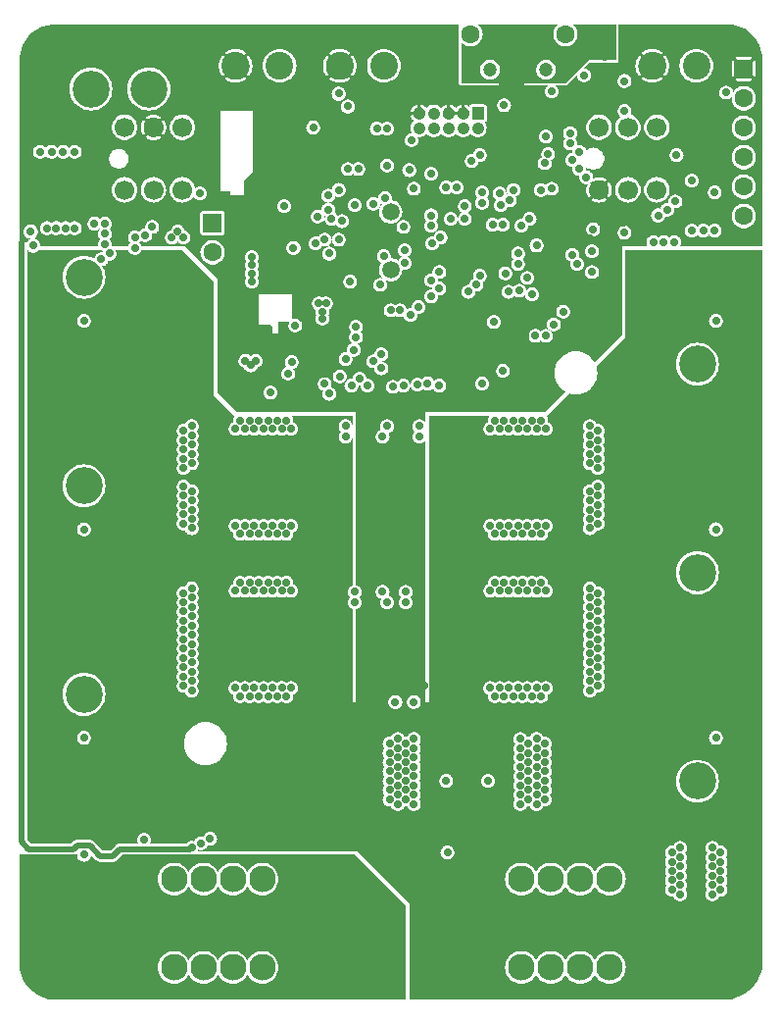
<source format=gbr>
G04 start of page 4 for group 2 idx 2 *
G04 Title: (unknown), gnd *
G04 Creator: pcb 1.99z *
G04 CreationDate: Tue 11 Feb 2014 00:02:26 GMT UTC *
G04 For: rbarlow *
G04 Format: Gerber/RS-274X *
G04 PCB-Dimensions (mm): 85.00 105.00 *
G04 PCB-Coordinate-Origin: lower left *
%MOMM*%
%FSLAX43Y43*%
%LNGROUP2*%
%ADD96C,0.900*%
%ADD95C,1.450*%
%ADD94C,1.000*%
%ADD93C,0.800*%
%ADD92C,0.650*%
%ADD91C,0.300*%
%ADD90C,0.700*%
%ADD89C,1.700*%
%ADD88C,2.300*%
%ADD87C,1.500*%
%ADD86C,2.400*%
%ADD85C,1.200*%
%ADD84C,1.600*%
%ADD83C,1.050*%
%ADD82C,3.200*%
%ADD81C,2.162*%
%ADD80C,0.500*%
%ADD79C,0.002*%
G54D79*G36*
X27598Y22900D02*X39400D01*
X43800Y18500D01*
Y10400D01*
X27598D01*
Y12592D01*
X27600Y12598D01*
X27619Y12552D01*
X27734Y12365D01*
X27877Y12197D01*
X28045Y12054D01*
X28232Y11939D01*
X28436Y11854D01*
X28650Y11803D01*
X28870Y11786D01*
X29090Y11803D01*
X29304Y11854D01*
X29508Y11939D01*
X29695Y12054D01*
X29863Y12197D01*
X30006Y12365D01*
X30121Y12552D01*
X30140Y12598D01*
X30159Y12552D01*
X30274Y12365D01*
X30417Y12197D01*
X30585Y12054D01*
X30772Y11939D01*
X30976Y11854D01*
X31190Y11803D01*
X31410Y11786D01*
X31630Y11803D01*
X31844Y11854D01*
X32048Y11939D01*
X32235Y12054D01*
X32403Y12197D01*
X32546Y12365D01*
X32661Y12552D01*
X32746Y12756D01*
X32797Y12970D01*
X32810Y13190D01*
X32797Y13410D01*
X32746Y13624D01*
X32661Y13828D01*
X32546Y14015D01*
X32403Y14183D01*
X32235Y14326D01*
X32048Y14441D01*
X31844Y14526D01*
X31630Y14577D01*
X31410Y14594D01*
X31190Y14577D01*
X30976Y14526D01*
X30772Y14441D01*
X30585Y14326D01*
X30417Y14183D01*
X30274Y14015D01*
X30159Y13828D01*
X30140Y13782D01*
X30121Y13828D01*
X30006Y14015D01*
X29863Y14183D01*
X29695Y14326D01*
X29508Y14441D01*
X29304Y14526D01*
X29090Y14577D01*
X28870Y14594D01*
X28650Y14577D01*
X28436Y14526D01*
X28232Y14441D01*
X28045Y14326D01*
X27877Y14183D01*
X27734Y14015D01*
X27619Y13828D01*
X27600Y13782D01*
X27598Y13788D01*
Y20212D01*
X27600Y20218D01*
X27619Y20172D01*
X27734Y19985D01*
X27877Y19817D01*
X28045Y19674D01*
X28232Y19559D01*
X28436Y19474D01*
X28650Y19423D01*
X28870Y19406D01*
X29090Y19423D01*
X29304Y19474D01*
X29508Y19559D01*
X29695Y19674D01*
X29863Y19817D01*
X30006Y19985D01*
X30121Y20172D01*
X30140Y20218D01*
X30159Y20172D01*
X30274Y19985D01*
X30417Y19817D01*
X30585Y19674D01*
X30772Y19559D01*
X30976Y19474D01*
X31190Y19423D01*
X31410Y19406D01*
X31630Y19423D01*
X31844Y19474D01*
X32048Y19559D01*
X32235Y19674D01*
X32403Y19817D01*
X32546Y19985D01*
X32661Y20172D01*
X32746Y20376D01*
X32797Y20590D01*
X32810Y20810D01*
X32797Y21030D01*
X32746Y21244D01*
X32661Y21448D01*
X32546Y21635D01*
X32403Y21803D01*
X32235Y21946D01*
X32048Y22061D01*
X31844Y22146D01*
X31630Y22197D01*
X31410Y22214D01*
X31190Y22197D01*
X30976Y22146D01*
X30772Y22061D01*
X30585Y21946D01*
X30417Y21803D01*
X30274Y21635D01*
X30159Y21448D01*
X30140Y21402D01*
X30121Y21448D01*
X30006Y21635D01*
X29863Y21803D01*
X29695Y21946D01*
X29508Y22061D01*
X29304Y22146D01*
X29090Y22197D01*
X28870Y22214D01*
X28650Y22197D01*
X28436Y22146D01*
X28232Y22061D01*
X28045Y21946D01*
X27877Y21803D01*
X27734Y21635D01*
X27619Y21448D01*
X27600Y21402D01*
X27598Y21408D01*
Y22900D01*
G37*
G36*
X10400D02*X11180D01*
X11200Y22898D01*
X11220Y22900D01*
X15080D01*
X15100Y22898D01*
X15120Y22900D01*
X15398D01*
X15406Y22806D01*
X15428Y22714D01*
X15464Y22627D01*
X15513Y22546D01*
X15574Y22474D01*
X15646Y22413D01*
X15727Y22364D01*
X15814Y22328D01*
X15906Y22306D01*
X16000Y22298D01*
X16094Y22306D01*
X16186Y22328D01*
X16273Y22364D01*
X16354Y22413D01*
X16426Y22474D01*
X16487Y22546D01*
X16536Y22627D01*
X16572Y22714D01*
X16594Y22806D01*
X16600Y22893D01*
X17033Y22460D01*
X17045Y22445D01*
X17105Y22394D01*
X17105Y22394D01*
X17172Y22353D01*
X17224Y22332D01*
X17245Y22323D01*
X17260Y22319D01*
X17322Y22305D01*
X17400Y22298D01*
X17420Y22300D01*
X18480D01*
X18500Y22298D01*
X18578Y22305D01*
X18578Y22305D01*
X18655Y22323D01*
X18728Y22353D01*
X18795Y22394D01*
X18855Y22445D01*
X18867Y22460D01*
X19307Y22900D01*
X25180D01*
X25200Y22898D01*
X25220Y22900D01*
X25276D01*
X25300Y22898D01*
X25324Y22900D01*
X27598D01*
Y21408D01*
X27581Y21448D01*
X27466Y21635D01*
X27323Y21803D01*
X27155Y21946D01*
X26968Y22061D01*
X26764Y22146D01*
X26550Y22197D01*
X26330Y22214D01*
X26110Y22197D01*
X25896Y22146D01*
X25692Y22061D01*
X25505Y21946D01*
X25337Y21803D01*
X25194Y21635D01*
X25079Y21448D01*
X25060Y21402D01*
X25041Y21448D01*
X24926Y21635D01*
X24783Y21803D01*
X24615Y21946D01*
X24428Y22061D01*
X24224Y22146D01*
X24010Y22197D01*
X23790Y22214D01*
X23570Y22197D01*
X23356Y22146D01*
X23152Y22061D01*
X22965Y21946D01*
X22797Y21803D01*
X22654Y21635D01*
X22539Y21448D01*
X22454Y21244D01*
X22403Y21030D01*
X22386Y20810D01*
X22403Y20590D01*
X22454Y20376D01*
X22539Y20172D01*
X22654Y19985D01*
X22797Y19817D01*
X22965Y19674D01*
X23152Y19559D01*
X23356Y19474D01*
X23570Y19423D01*
X23790Y19406D01*
X24010Y19423D01*
X24224Y19474D01*
X24428Y19559D01*
X24615Y19674D01*
X24783Y19817D01*
X24926Y19985D01*
X25041Y20172D01*
X25060Y20218D01*
X25079Y20172D01*
X25194Y19985D01*
X25337Y19817D01*
X25505Y19674D01*
X25692Y19559D01*
X25896Y19474D01*
X26110Y19423D01*
X26330Y19406D01*
X26550Y19423D01*
X26764Y19474D01*
X26968Y19559D01*
X27155Y19674D01*
X27323Y19817D01*
X27466Y19985D01*
X27581Y20172D01*
X27598Y20212D01*
Y13788D01*
X27581Y13828D01*
X27466Y14015D01*
X27323Y14183D01*
X27155Y14326D01*
X26968Y14441D01*
X26764Y14526D01*
X26550Y14577D01*
X26330Y14594D01*
X26110Y14577D01*
X25896Y14526D01*
X25692Y14441D01*
X25505Y14326D01*
X25337Y14183D01*
X25194Y14015D01*
X25079Y13828D01*
X25060Y13782D01*
X25041Y13828D01*
X24926Y14015D01*
X24783Y14183D01*
X24615Y14326D01*
X24428Y14441D01*
X24224Y14526D01*
X24010Y14577D01*
X23790Y14594D01*
X23570Y14577D01*
X23356Y14526D01*
X23152Y14441D01*
X22965Y14326D01*
X22797Y14183D01*
X22654Y14015D01*
X22539Y13828D01*
X22454Y13624D01*
X22403Y13410D01*
X22386Y13190D01*
X22403Y12970D01*
X22454Y12756D01*
X22539Y12552D01*
X22654Y12365D01*
X22797Y12197D01*
X22965Y12054D01*
X23152Y11939D01*
X23356Y11854D01*
X23570Y11803D01*
X23790Y11786D01*
X24010Y11803D01*
X24224Y11854D01*
X24428Y11939D01*
X24615Y12054D01*
X24783Y12197D01*
X24926Y12365D01*
X25041Y12552D01*
X25060Y12598D01*
X25079Y12552D01*
X25194Y12365D01*
X25337Y12197D01*
X25505Y12054D01*
X25692Y11939D01*
X25896Y11854D01*
X26110Y11803D01*
X26330Y11786D01*
X26550Y11803D01*
X26764Y11854D01*
X26968Y11939D01*
X27155Y12054D01*
X27323Y12197D01*
X27466Y12365D01*
X27581Y12552D01*
X27598Y12592D01*
Y10400D01*
X12900D01*
X12000Y10800D01*
X11200Y11400D01*
X10800Y12000D01*
X10400Y13000D01*
Y22900D01*
G37*
G36*
X57598Y23700D02*X66776D01*
X66706Y23694D01*
X66614Y23672D01*
X66527Y23636D01*
X66446Y23587D01*
X66374Y23526D01*
X66313Y23454D01*
X66264Y23373D01*
X66228Y23286D01*
X66206Y23194D01*
X66198Y23100D01*
X66206Y23006D01*
X66228Y22914D01*
X66264Y22827D01*
X66313Y22746D01*
X66353Y22700D01*
X66313Y22654D01*
X66264Y22573D01*
X66228Y22486D01*
X66206Y22394D01*
X66198Y22300D01*
X66206Y22206D01*
X66228Y22114D01*
X66264Y22027D01*
X66313Y21946D01*
X66353Y21900D01*
X66313Y21854D01*
X66264Y21773D01*
X66228Y21686D01*
X66206Y21594D01*
X66198Y21500D01*
X66206Y21406D01*
X66228Y21314D01*
X66264Y21227D01*
X66313Y21146D01*
X66353Y21100D01*
X66313Y21054D01*
X66264Y20973D01*
X66228Y20886D01*
X66206Y20794D01*
X66198Y20700D01*
X66206Y20606D01*
X66228Y20514D01*
X66264Y20427D01*
X66313Y20346D01*
X66353Y20300D01*
X66313Y20254D01*
X66264Y20173D01*
X66228Y20086D01*
X66206Y19994D01*
X66198Y19900D01*
X66206Y19806D01*
X66228Y19714D01*
X66264Y19627D01*
X66313Y19546D01*
X66374Y19474D01*
X66446Y19413D01*
X66527Y19364D01*
X66614Y19328D01*
X66706Y19306D01*
X66800Y19298D01*
X66894Y19306D01*
X66928Y19314D01*
X66964Y19227D01*
X67013Y19146D01*
X67074Y19074D01*
X67146Y19013D01*
X67227Y18964D01*
X67314Y18928D01*
X67406Y18906D01*
X67500Y18898D01*
X67594Y18906D01*
X67686Y18928D01*
X67773Y18964D01*
X67854Y19013D01*
X67926Y19074D01*
X67987Y19146D01*
X68036Y19227D01*
X68072Y19314D01*
X68094Y19406D01*
X68100Y19500D01*
X68094Y19594D01*
X68072Y19686D01*
X68036Y19773D01*
X67987Y19854D01*
X67947Y19900D01*
X67987Y19946D01*
X68036Y20027D01*
X68072Y20114D01*
X68094Y20206D01*
X68100Y20300D01*
X68094Y20394D01*
X68072Y20486D01*
X68036Y20573D01*
X67987Y20654D01*
X67947Y20700D01*
X67987Y20746D01*
X68036Y20827D01*
X68072Y20914D01*
X68094Y21006D01*
X68100Y21100D01*
X68094Y21194D01*
X68072Y21286D01*
X68036Y21373D01*
X67987Y21454D01*
X67947Y21500D01*
X67987Y21546D01*
X68036Y21627D01*
X68072Y21714D01*
X68094Y21806D01*
X68100Y21900D01*
X68094Y21994D01*
X68072Y22086D01*
X68036Y22173D01*
X67987Y22254D01*
X67947Y22300D01*
X67987Y22346D01*
X68036Y22427D01*
X68072Y22514D01*
X68094Y22606D01*
X68100Y22700D01*
X68094Y22794D01*
X68072Y22886D01*
X68036Y22973D01*
X67987Y23054D01*
X67947Y23100D01*
X67987Y23146D01*
X68036Y23227D01*
X68072Y23314D01*
X68094Y23406D01*
X68100Y23500D01*
X68094Y23594D01*
X68072Y23686D01*
X68067Y23700D01*
X69733D01*
X69728Y23686D01*
X69706Y23594D01*
X69698Y23500D01*
X69706Y23406D01*
X69728Y23314D01*
X69764Y23227D01*
X69813Y23146D01*
X69853Y23100D01*
X69813Y23054D01*
X69764Y22973D01*
X69728Y22886D01*
X69706Y22794D01*
X69698Y22700D01*
X69706Y22606D01*
X69728Y22514D01*
X69764Y22427D01*
X69813Y22346D01*
X69853Y22300D01*
X69813Y22254D01*
X69764Y22173D01*
X69728Y22086D01*
X69706Y21994D01*
X69698Y21900D01*
X69706Y21806D01*
X69728Y21714D01*
X69764Y21627D01*
X69813Y21546D01*
X69853Y21500D01*
X69813Y21454D01*
X69764Y21373D01*
X69728Y21286D01*
X69706Y21194D01*
X69698Y21100D01*
X69706Y21006D01*
X69728Y20914D01*
X69764Y20827D01*
X69813Y20746D01*
X69853Y20700D01*
X69813Y20654D01*
X69764Y20573D01*
X69728Y20486D01*
X69706Y20394D01*
X69698Y20300D01*
X69706Y20206D01*
X69728Y20114D01*
X69764Y20027D01*
X69813Y19946D01*
X69853Y19900D01*
X69813Y19854D01*
X69764Y19773D01*
X69728Y19686D01*
X69706Y19594D01*
X69698Y19500D01*
X69706Y19406D01*
X69728Y19314D01*
X69764Y19227D01*
X69813Y19146D01*
X69874Y19074D01*
X69946Y19013D01*
X70027Y18964D01*
X70114Y18928D01*
X70206Y18906D01*
X70300Y18898D01*
X70394Y18906D01*
X70486Y18928D01*
X70573Y18964D01*
X70654Y19013D01*
X70726Y19074D01*
X70787Y19146D01*
X70836Y19227D01*
X70872Y19314D01*
X70906Y19306D01*
X71000Y19298D01*
X71094Y19306D01*
X71186Y19328D01*
X71273Y19364D01*
X71354Y19413D01*
X71426Y19474D01*
X71487Y19546D01*
X71536Y19627D01*
X71572Y19714D01*
X71594Y19806D01*
X71600Y19900D01*
X71594Y19994D01*
X71572Y20086D01*
X71536Y20173D01*
X71487Y20254D01*
X71447Y20300D01*
X71487Y20346D01*
X71536Y20427D01*
X71572Y20514D01*
X71594Y20606D01*
X71600Y20700D01*
X71594Y20794D01*
X71572Y20886D01*
X71536Y20973D01*
X71487Y21054D01*
X71447Y21100D01*
X71487Y21146D01*
X71536Y21227D01*
X71572Y21314D01*
X71594Y21406D01*
X71600Y21500D01*
X71594Y21594D01*
X71572Y21686D01*
X71536Y21773D01*
X71487Y21854D01*
X71447Y21900D01*
X71487Y21946D01*
X71536Y22027D01*
X71572Y22114D01*
X71594Y22206D01*
X71600Y22300D01*
X71594Y22394D01*
X71572Y22486D01*
X71536Y22573D01*
X71487Y22654D01*
X71447Y22700D01*
X71487Y22746D01*
X71536Y22827D01*
X71572Y22914D01*
X71594Y23006D01*
X71600Y23100D01*
X71594Y23194D01*
X71572Y23286D01*
X71536Y23373D01*
X71487Y23454D01*
X71426Y23526D01*
X71354Y23587D01*
X71273Y23636D01*
X71186Y23672D01*
X71094Y23694D01*
X71024Y23700D01*
X74600D01*
Y13000D01*
X74200Y12000D01*
X73800Y11400D01*
X73100Y10900D01*
X72000Y10400D01*
X57598D01*
Y12592D01*
X57600Y12598D01*
X57619Y12552D01*
X57734Y12365D01*
X57877Y12197D01*
X58045Y12054D01*
X58232Y11939D01*
X58436Y11854D01*
X58650Y11803D01*
X58870Y11786D01*
X59090Y11803D01*
X59304Y11854D01*
X59508Y11939D01*
X59695Y12054D01*
X59863Y12197D01*
X60006Y12365D01*
X60121Y12552D01*
X60140Y12598D01*
X60159Y12552D01*
X60274Y12365D01*
X60417Y12197D01*
X60585Y12054D01*
X60772Y11939D01*
X60976Y11854D01*
X61190Y11803D01*
X61410Y11786D01*
X61630Y11803D01*
X61844Y11854D01*
X62048Y11939D01*
X62235Y12054D01*
X62403Y12197D01*
X62546Y12365D01*
X62661Y12552D01*
X62746Y12756D01*
X62797Y12970D01*
X62810Y13190D01*
X62797Y13410D01*
X62746Y13624D01*
X62661Y13828D01*
X62546Y14015D01*
X62403Y14183D01*
X62235Y14326D01*
X62048Y14441D01*
X61844Y14526D01*
X61630Y14577D01*
X61410Y14594D01*
X61190Y14577D01*
X60976Y14526D01*
X60772Y14441D01*
X60585Y14326D01*
X60417Y14183D01*
X60274Y14015D01*
X60159Y13828D01*
X60140Y13782D01*
X60121Y13828D01*
X60006Y14015D01*
X59863Y14183D01*
X59695Y14326D01*
X59508Y14441D01*
X59304Y14526D01*
X59090Y14577D01*
X58870Y14594D01*
X58650Y14577D01*
X58436Y14526D01*
X58232Y14441D01*
X58045Y14326D01*
X57877Y14183D01*
X57734Y14015D01*
X57619Y13828D01*
X57600Y13782D01*
X57598Y13788D01*
Y20212D01*
X57600Y20218D01*
X57619Y20172D01*
X57734Y19985D01*
X57877Y19817D01*
X58045Y19674D01*
X58232Y19559D01*
X58436Y19474D01*
X58650Y19423D01*
X58870Y19406D01*
X59090Y19423D01*
X59304Y19474D01*
X59508Y19559D01*
X59695Y19674D01*
X59863Y19817D01*
X60006Y19985D01*
X60121Y20172D01*
X60140Y20218D01*
X60159Y20172D01*
X60274Y19985D01*
X60417Y19817D01*
X60585Y19674D01*
X60772Y19559D01*
X60976Y19474D01*
X61190Y19423D01*
X61410Y19406D01*
X61630Y19423D01*
X61844Y19474D01*
X62048Y19559D01*
X62235Y19674D01*
X62403Y19817D01*
X62546Y19985D01*
X62661Y20172D01*
X62746Y20376D01*
X62797Y20590D01*
X62810Y20810D01*
X62797Y21030D01*
X62746Y21244D01*
X62661Y21448D01*
X62546Y21635D01*
X62403Y21803D01*
X62235Y21946D01*
X62048Y22061D01*
X61844Y22146D01*
X61630Y22197D01*
X61410Y22214D01*
X61190Y22197D01*
X60976Y22146D01*
X60772Y22061D01*
X60585Y21946D01*
X60417Y21803D01*
X60274Y21635D01*
X60159Y21448D01*
X60140Y21402D01*
X60121Y21448D01*
X60006Y21635D01*
X59863Y21803D01*
X59695Y21946D01*
X59508Y22061D01*
X59304Y22146D01*
X59090Y22197D01*
X58870Y22214D01*
X58650Y22197D01*
X58436Y22146D01*
X58232Y22061D01*
X58045Y21946D01*
X57877Y21803D01*
X57734Y21635D01*
X57619Y21448D01*
X57600Y21402D01*
X57598Y21408D01*
Y23700D01*
G37*
G36*
X44100Y18700D02*X39100Y23700D01*
X47376D01*
X47306Y23694D01*
X47214Y23672D01*
X47127Y23636D01*
X47046Y23587D01*
X46974Y23526D01*
X46913Y23454D01*
X46864Y23373D01*
X46828Y23286D01*
X46806Y23194D01*
X46798Y23100D01*
X46806Y23006D01*
X46828Y22914D01*
X46864Y22827D01*
X46913Y22746D01*
X46974Y22674D01*
X47046Y22613D01*
X47127Y22564D01*
X47214Y22528D01*
X47306Y22506D01*
X47400Y22498D01*
X47494Y22506D01*
X47586Y22528D01*
X47673Y22564D01*
X47754Y22613D01*
X47826Y22674D01*
X47887Y22746D01*
X47936Y22827D01*
X47972Y22914D01*
X47994Y23006D01*
X48000Y23100D01*
X47994Y23194D01*
X47972Y23286D01*
X47936Y23373D01*
X47887Y23454D01*
X47826Y23526D01*
X47754Y23587D01*
X47673Y23636D01*
X47586Y23672D01*
X47494Y23694D01*
X47424Y23700D01*
X57598D01*
Y21408D01*
X57581Y21448D01*
X57466Y21635D01*
X57323Y21803D01*
X57155Y21946D01*
X56968Y22061D01*
X56764Y22146D01*
X56550Y22197D01*
X56330Y22214D01*
X56110Y22197D01*
X55896Y22146D01*
X55692Y22061D01*
X55505Y21946D01*
X55337Y21803D01*
X55194Y21635D01*
X55079Y21448D01*
X55060Y21402D01*
X55041Y21448D01*
X54926Y21635D01*
X54783Y21803D01*
X54615Y21946D01*
X54428Y22061D01*
X54224Y22146D01*
X54010Y22197D01*
X53790Y22214D01*
X53570Y22197D01*
X53356Y22146D01*
X53152Y22061D01*
X52965Y21946D01*
X52797Y21803D01*
X52654Y21635D01*
X52539Y21448D01*
X52454Y21244D01*
X52403Y21030D01*
X52386Y20810D01*
X52403Y20590D01*
X52454Y20376D01*
X52539Y20172D01*
X52654Y19985D01*
X52797Y19817D01*
X52965Y19674D01*
X53152Y19559D01*
X53356Y19474D01*
X53570Y19423D01*
X53790Y19406D01*
X54010Y19423D01*
X54224Y19474D01*
X54428Y19559D01*
X54615Y19674D01*
X54783Y19817D01*
X54926Y19985D01*
X55041Y20172D01*
X55060Y20218D01*
X55079Y20172D01*
X55194Y19985D01*
X55337Y19817D01*
X55505Y19674D01*
X55692Y19559D01*
X55896Y19474D01*
X56110Y19423D01*
X56330Y19406D01*
X56550Y19423D01*
X56764Y19474D01*
X56968Y19559D01*
X57155Y19674D01*
X57323Y19817D01*
X57466Y19985D01*
X57581Y20172D01*
X57598Y20212D01*
Y13788D01*
X57581Y13828D01*
X57466Y14015D01*
X57323Y14183D01*
X57155Y14326D01*
X56968Y14441D01*
X56764Y14526D01*
X56550Y14577D01*
X56330Y14594D01*
X56110Y14577D01*
X55896Y14526D01*
X55692Y14441D01*
X55505Y14326D01*
X55337Y14183D01*
X55194Y14015D01*
X55079Y13828D01*
X55060Y13782D01*
X55041Y13828D01*
X54926Y14015D01*
X54783Y14183D01*
X54615Y14326D01*
X54428Y14441D01*
X54224Y14526D01*
X54010Y14577D01*
X53790Y14594D01*
X53570Y14577D01*
X53356Y14526D01*
X53152Y14441D01*
X52965Y14326D01*
X52797Y14183D01*
X52654Y14015D01*
X52539Y13828D01*
X52454Y13624D01*
X52403Y13410D01*
X52386Y13190D01*
X52403Y12970D01*
X52454Y12756D01*
X52539Y12552D01*
X52654Y12365D01*
X52797Y12197D01*
X52965Y12054D01*
X53152Y11939D01*
X53356Y11854D01*
X53570Y11803D01*
X53790Y11786D01*
X54010Y11803D01*
X54224Y11854D01*
X54428Y11939D01*
X54615Y12054D01*
X54783Y12197D01*
X54926Y12365D01*
X55041Y12552D01*
X55060Y12598D01*
X55079Y12552D01*
X55194Y12365D01*
X55337Y12197D01*
X55505Y12054D01*
X55692Y11939D01*
X55896Y11854D01*
X56110Y11803D01*
X56330Y11786D01*
X56550Y11803D01*
X56764Y11854D01*
X56968Y11939D01*
X57155Y12054D01*
X57323Y12197D01*
X57466Y12365D01*
X57581Y12552D01*
X57598Y12592D01*
Y10400D01*
X44100D01*
Y18700D01*
G37*
G36*
X74600Y23200D02*X71593D01*
X71572Y23286D01*
X71536Y23373D01*
X71487Y23454D01*
X71426Y23526D01*
X71354Y23587D01*
X71273Y23636D01*
X71186Y23672D01*
X71094Y23694D01*
X71000Y23702D01*
X70906Y23694D01*
X70872Y23686D01*
X70836Y23773D01*
X70787Y23854D01*
X70726Y23926D01*
X70654Y23987D01*
X70599Y24020D01*
Y28319D01*
X70653Y28408D01*
X70765Y28677D01*
X70833Y28960D01*
X70850Y29250D01*
X70833Y29540D01*
X70765Y29823D01*
X70653Y30092D01*
X70599Y30181D01*
Y32398D01*
X70600Y32398D01*
X70694Y32406D01*
X70786Y32428D01*
X70873Y32464D01*
X70954Y32513D01*
X71026Y32574D01*
X71087Y32646D01*
X71136Y32727D01*
X71172Y32814D01*
X71194Y32906D01*
X71200Y33000D01*
X71194Y33094D01*
X71172Y33186D01*
X71136Y33273D01*
X71087Y33354D01*
X71026Y33426D01*
X70954Y33487D01*
X70873Y33536D01*
X70786Y33572D01*
X70694Y33594D01*
X70600Y33602D01*
X70599Y33602D01*
Y46319D01*
X70653Y46408D01*
X70765Y46677D01*
X70833Y46960D01*
X70850Y47250D01*
X70833Y47540D01*
X70765Y47823D01*
X70653Y48092D01*
X70599Y48181D01*
Y50398D01*
X70600Y50398D01*
X70694Y50406D01*
X70786Y50428D01*
X70873Y50464D01*
X70954Y50513D01*
X71026Y50574D01*
X71087Y50646D01*
X71136Y50727D01*
X71172Y50814D01*
X71194Y50906D01*
X71200Y51000D01*
X71194Y51094D01*
X71172Y51186D01*
X71136Y51273D01*
X71087Y51354D01*
X71026Y51426D01*
X70954Y51487D01*
X70873Y51536D01*
X70786Y51572D01*
X70694Y51594D01*
X70600Y51602D01*
X70599Y51602D01*
Y64319D01*
X70653Y64408D01*
X70765Y64677D01*
X70833Y64960D01*
X70850Y65250D01*
X70833Y65540D01*
X70765Y65823D01*
X70653Y66092D01*
X70599Y66181D01*
Y68398D01*
X70600Y68398D01*
X70694Y68406D01*
X70786Y68428D01*
X70873Y68464D01*
X70954Y68513D01*
X71026Y68574D01*
X71087Y68646D01*
X71136Y68727D01*
X71172Y68814D01*
X71194Y68906D01*
X71200Y69000D01*
X71194Y69094D01*
X71172Y69186D01*
X71136Y69273D01*
X71087Y69354D01*
X71026Y69426D01*
X70954Y69487D01*
X70873Y69536D01*
X70786Y69572D01*
X70694Y69594D01*
X70600Y69602D01*
X70599Y69602D01*
Y75100D01*
X74600D01*
Y23200D01*
G37*
G36*
X50899Y50734D02*X50914Y50728D01*
X50906Y50694D01*
X50899Y50612D01*
Y50734D01*
G37*
G36*
Y46388D02*X50906Y46306D01*
X50914Y46272D01*
X50899Y46266D01*
Y46388D01*
G37*
G36*
Y36734D02*X50914Y36728D01*
X50906Y36694D01*
X50899Y36612D01*
Y36734D01*
G37*
G36*
Y60388D02*X50906Y60306D01*
X50914Y60272D01*
X50899Y60266D01*
Y60388D01*
G37*
G36*
Y60800D02*X51053D01*
X51013Y60754D01*
X50964Y60673D01*
X50928Y60586D01*
X50906Y60494D01*
X50899Y60412D01*
Y60800D01*
G37*
G36*
X70599Y24020D02*X70573Y24036D01*
X70486Y24072D01*
X70394Y24094D01*
X70300Y24102D01*
X70206Y24094D01*
X70114Y24072D01*
X70027Y24036D01*
X69946Y23987D01*
X69874Y23926D01*
X69813Y23854D01*
X69764Y23773D01*
X69728Y23686D01*
X69706Y23594D01*
X69698Y23500D01*
X69706Y23406D01*
X69728Y23314D01*
X69764Y23227D01*
X69780Y23200D01*
X68020D01*
X68036Y23227D01*
X68072Y23314D01*
X68094Y23406D01*
X68100Y23500D01*
X68094Y23594D01*
X68072Y23686D01*
X68036Y23773D01*
X67987Y23854D01*
X67926Y23926D01*
X67854Y23987D01*
X67773Y24036D01*
X67686Y24072D01*
X67594Y24094D01*
X67500Y24102D01*
X67406Y24094D01*
X67314Y24072D01*
X67227Y24036D01*
X67146Y23987D01*
X67074Y23926D01*
X67013Y23854D01*
X66964Y23773D01*
X66928Y23686D01*
X66894Y23694D01*
X66800Y23702D01*
X66706Y23694D01*
X66614Y23672D01*
X66527Y23636D01*
X66446Y23587D01*
X66374Y23526D01*
X66313Y23454D01*
X66264Y23373D01*
X66228Y23286D01*
X66207Y23200D01*
X60049D01*
Y36610D01*
X60054Y36613D01*
X60126Y36674D01*
X60187Y36746D01*
X60236Y36827D01*
X60272Y36914D01*
X60306Y36906D01*
X60400Y36898D01*
X60494Y36906D01*
X60586Y36928D01*
X60673Y36964D01*
X60754Y37013D01*
X60826Y37074D01*
X60887Y37146D01*
X60936Y37227D01*
X60972Y37314D01*
X60994Y37406D01*
X61000Y37500D01*
X60994Y37594D01*
X60972Y37686D01*
X60936Y37773D01*
X60887Y37854D01*
X60847Y37900D01*
X60887Y37946D01*
X60936Y38027D01*
X60972Y38114D01*
X60994Y38206D01*
X61000Y38300D01*
X60994Y38394D01*
X60972Y38486D01*
X60936Y38573D01*
X60887Y38654D01*
X60847Y38700D01*
X60887Y38746D01*
X60936Y38827D01*
X60972Y38914D01*
X60994Y39006D01*
X61000Y39100D01*
X60994Y39194D01*
X60972Y39286D01*
X60936Y39373D01*
X60887Y39454D01*
X60847Y39500D01*
X60887Y39546D01*
X60936Y39627D01*
X60972Y39714D01*
X60994Y39806D01*
X61000Y39900D01*
X60994Y39994D01*
X60972Y40086D01*
X60936Y40173D01*
X60887Y40254D01*
X60847Y40300D01*
X60887Y40346D01*
X60936Y40427D01*
X60972Y40514D01*
X60994Y40606D01*
X61000Y40700D01*
X60994Y40794D01*
X60972Y40886D01*
X60936Y40973D01*
X60887Y41054D01*
X60847Y41100D01*
X60887Y41146D01*
X60936Y41227D01*
X60972Y41314D01*
X60994Y41406D01*
X61000Y41500D01*
X60994Y41594D01*
X60972Y41686D01*
X60936Y41773D01*
X60887Y41854D01*
X60847Y41900D01*
X60887Y41946D01*
X60936Y42027D01*
X60972Y42114D01*
X60994Y42206D01*
X61000Y42300D01*
X60994Y42394D01*
X60972Y42486D01*
X60936Y42573D01*
X60887Y42654D01*
X60847Y42700D01*
X60887Y42746D01*
X60936Y42827D01*
X60972Y42914D01*
X60994Y43006D01*
X61000Y43100D01*
X60994Y43194D01*
X60972Y43286D01*
X60936Y43373D01*
X60887Y43454D01*
X60847Y43500D01*
X60887Y43546D01*
X60936Y43627D01*
X60972Y43714D01*
X60994Y43806D01*
X61000Y43900D01*
X60994Y43994D01*
X60972Y44086D01*
X60936Y44173D01*
X60887Y44254D01*
X60847Y44300D01*
X60887Y44346D01*
X60936Y44427D01*
X60972Y44514D01*
X60994Y44606D01*
X61000Y44700D01*
X60994Y44794D01*
X60972Y44886D01*
X60936Y44973D01*
X60887Y45054D01*
X60847Y45100D01*
X60887Y45146D01*
X60936Y45227D01*
X60972Y45314D01*
X60994Y45406D01*
X61000Y45500D01*
X60994Y45594D01*
X60972Y45686D01*
X60936Y45773D01*
X60887Y45854D01*
X60826Y45926D01*
X60754Y45987D01*
X60673Y46036D01*
X60586Y46072D01*
X60494Y46094D01*
X60400Y46102D01*
X60306Y46094D01*
X60272Y46086D01*
X60236Y46173D01*
X60187Y46254D01*
X60126Y46326D01*
X60054Y46387D01*
X60049Y46390D01*
Y50610D01*
X60054Y50613D01*
X60126Y50674D01*
X60187Y50746D01*
X60236Y50827D01*
X60272Y50914D01*
X60306Y50906D01*
X60400Y50898D01*
X60494Y50906D01*
X60586Y50928D01*
X60673Y50964D01*
X60754Y51013D01*
X60826Y51074D01*
X60887Y51146D01*
X60936Y51227D01*
X60972Y51314D01*
X60994Y51406D01*
X61000Y51500D01*
X60994Y51594D01*
X60972Y51686D01*
X60936Y51773D01*
X60887Y51854D01*
X60847Y51900D01*
X60887Y51946D01*
X60936Y52027D01*
X60972Y52114D01*
X60994Y52206D01*
X61000Y52300D01*
X60994Y52394D01*
X60972Y52486D01*
X60936Y52573D01*
X60887Y52654D01*
X60847Y52700D01*
X60887Y52746D01*
X60936Y52827D01*
X60972Y52914D01*
X60994Y53006D01*
X61000Y53100D01*
X60994Y53194D01*
X60972Y53286D01*
X60936Y53373D01*
X60887Y53454D01*
X60847Y53500D01*
X60887Y53546D01*
X60936Y53627D01*
X60972Y53714D01*
X60994Y53806D01*
X61000Y53900D01*
X60994Y53994D01*
X60972Y54086D01*
X60936Y54173D01*
X60887Y54254D01*
X60847Y54300D01*
X60887Y54346D01*
X60936Y54427D01*
X60972Y54514D01*
X60994Y54606D01*
X61000Y54700D01*
X60994Y54794D01*
X60972Y54886D01*
X60936Y54973D01*
X60887Y55054D01*
X60826Y55126D01*
X60754Y55187D01*
X60673Y55236D01*
X60586Y55272D01*
X60494Y55294D01*
X60400Y55302D01*
X60306Y55294D01*
X60214Y55272D01*
X60127Y55236D01*
X60049Y55189D01*
Y55811D01*
X60127Y55764D01*
X60214Y55728D01*
X60306Y55706D01*
X60400Y55698D01*
X60494Y55706D01*
X60586Y55728D01*
X60673Y55764D01*
X60754Y55813D01*
X60826Y55874D01*
X60887Y55946D01*
X60936Y56027D01*
X60972Y56114D01*
X60994Y56206D01*
X61000Y56300D01*
X60994Y56394D01*
X60972Y56486D01*
X60936Y56573D01*
X60887Y56654D01*
X60847Y56700D01*
X60887Y56746D01*
X60936Y56827D01*
X60972Y56914D01*
X60994Y57006D01*
X61000Y57100D01*
X60994Y57194D01*
X60972Y57286D01*
X60936Y57373D01*
X60887Y57454D01*
X60847Y57500D01*
X60887Y57546D01*
X60936Y57627D01*
X60972Y57714D01*
X60994Y57806D01*
X61000Y57900D01*
X60994Y57994D01*
X60972Y58086D01*
X60936Y58173D01*
X60887Y58254D01*
X60847Y58300D01*
X60887Y58346D01*
X60936Y58427D01*
X60972Y58514D01*
X60994Y58606D01*
X61000Y58700D01*
X60994Y58794D01*
X60972Y58886D01*
X60936Y58973D01*
X60887Y59054D01*
X60847Y59100D01*
X60887Y59146D01*
X60936Y59227D01*
X60972Y59314D01*
X60994Y59406D01*
X61000Y59500D01*
X60994Y59594D01*
X60972Y59686D01*
X60936Y59773D01*
X60887Y59854D01*
X60826Y59926D01*
X60754Y59987D01*
X60673Y60036D01*
X60586Y60072D01*
X60494Y60094D01*
X60400Y60102D01*
X60306Y60094D01*
X60272Y60086D01*
X60236Y60173D01*
X60187Y60254D01*
X60126Y60326D01*
X60054Y60387D01*
X60049Y60390D01*
Y63487D01*
X60153Y63658D01*
X60265Y63927D01*
X60333Y64210D01*
X60350Y64500D01*
X60333Y64790D01*
X60267Y65067D01*
X62800Y67600D01*
Y75100D01*
X70599D01*
Y69602D01*
X70506Y69594D01*
X70414Y69572D01*
X70327Y69536D01*
X70246Y69487D01*
X70174Y69426D01*
X70113Y69354D01*
X70064Y69273D01*
X70028Y69186D01*
X70006Y69094D01*
X69998Y69000D01*
X70006Y68906D01*
X70028Y68814D01*
X70064Y68727D01*
X70113Y68646D01*
X70174Y68574D01*
X70246Y68513D01*
X70327Y68464D01*
X70414Y68428D01*
X70506Y68406D01*
X70599Y68398D01*
Y66181D01*
X70501Y66341D01*
X70312Y66562D01*
X70091Y66751D01*
X69842Y66903D01*
X69573Y67015D01*
X69290Y67083D01*
X69000Y67106D01*
X68710Y67083D01*
X68427Y67015D01*
X68158Y66903D01*
X67909Y66751D01*
X67688Y66562D01*
X67499Y66341D01*
X67347Y66092D01*
X67235Y65823D01*
X67167Y65540D01*
X67144Y65250D01*
X67167Y64960D01*
X67235Y64677D01*
X67347Y64408D01*
X67499Y64159D01*
X67688Y63938D01*
X67909Y63749D01*
X68158Y63597D01*
X68427Y63485D01*
X68710Y63417D01*
X69000Y63394D01*
X69290Y63417D01*
X69573Y63485D01*
X69842Y63597D01*
X70091Y63749D01*
X70312Y63938D01*
X70501Y64159D01*
X70599Y64319D01*
Y51602D01*
X70506Y51594D01*
X70414Y51572D01*
X70327Y51536D01*
X70246Y51487D01*
X70174Y51426D01*
X70113Y51354D01*
X70064Y51273D01*
X70028Y51186D01*
X70006Y51094D01*
X69998Y51000D01*
X70006Y50906D01*
X70028Y50814D01*
X70064Y50727D01*
X70113Y50646D01*
X70174Y50574D01*
X70246Y50513D01*
X70327Y50464D01*
X70414Y50428D01*
X70506Y50406D01*
X70599Y50398D01*
Y48181D01*
X70501Y48341D01*
X70312Y48562D01*
X70091Y48751D01*
X69842Y48903D01*
X69573Y49015D01*
X69290Y49083D01*
X69000Y49106D01*
X68710Y49083D01*
X68427Y49015D01*
X68158Y48903D01*
X67909Y48751D01*
X67688Y48562D01*
X67499Y48341D01*
X67347Y48092D01*
X67235Y47823D01*
X67167Y47540D01*
X67144Y47250D01*
X67167Y46960D01*
X67235Y46677D01*
X67347Y46408D01*
X67499Y46159D01*
X67688Y45938D01*
X67909Y45749D01*
X68158Y45597D01*
X68427Y45485D01*
X68710Y45417D01*
X69000Y45394D01*
X69290Y45417D01*
X69573Y45485D01*
X69842Y45597D01*
X70091Y45749D01*
X70312Y45938D01*
X70501Y46159D01*
X70599Y46319D01*
Y33602D01*
X70506Y33594D01*
X70414Y33572D01*
X70327Y33536D01*
X70246Y33487D01*
X70174Y33426D01*
X70113Y33354D01*
X70064Y33273D01*
X70028Y33186D01*
X70006Y33094D01*
X69998Y33000D01*
X70006Y32906D01*
X70028Y32814D01*
X70064Y32727D01*
X70113Y32646D01*
X70174Y32574D01*
X70246Y32513D01*
X70327Y32464D01*
X70414Y32428D01*
X70506Y32406D01*
X70599Y32398D01*
Y30181D01*
X70501Y30341D01*
X70312Y30562D01*
X70091Y30751D01*
X69842Y30903D01*
X69573Y31015D01*
X69290Y31083D01*
X69000Y31106D01*
X68710Y31083D01*
X68427Y31015D01*
X68158Y30903D01*
X67909Y30751D01*
X67688Y30562D01*
X67499Y30341D01*
X67347Y30092D01*
X67235Y29823D01*
X67167Y29540D01*
X67144Y29250D01*
X67167Y28960D01*
X67235Y28677D01*
X67347Y28408D01*
X67499Y28159D01*
X67688Y27938D01*
X67909Y27749D01*
X68158Y27597D01*
X68427Y27485D01*
X68710Y27417D01*
X69000Y27394D01*
X69290Y27417D01*
X69573Y27485D01*
X69842Y27597D01*
X70091Y27749D01*
X70312Y27938D01*
X70501Y28159D01*
X70599Y28319D01*
Y24020D01*
G37*
G36*
X60049Y23200D02*X54749D01*
Y26811D01*
X54827Y26764D01*
X54914Y26728D01*
X55006Y26706D01*
X55100Y26698D01*
X55194Y26706D01*
X55286Y26728D01*
X55373Y26764D01*
X55454Y26813D01*
X55526Y26874D01*
X55587Y26946D01*
X55636Y27027D01*
X55672Y27114D01*
X55706Y27106D01*
X55800Y27098D01*
X55894Y27106D01*
X55986Y27128D01*
X56073Y27164D01*
X56154Y27213D01*
X56226Y27274D01*
X56287Y27346D01*
X56336Y27427D01*
X56372Y27514D01*
X56394Y27606D01*
X56400Y27700D01*
X56394Y27794D01*
X56372Y27886D01*
X56336Y27973D01*
X56287Y28054D01*
X56247Y28100D01*
X56287Y28146D01*
X56336Y28227D01*
X56372Y28314D01*
X56394Y28406D01*
X56400Y28500D01*
X56394Y28594D01*
X56372Y28686D01*
X56336Y28773D01*
X56287Y28854D01*
X56247Y28900D01*
X56287Y28946D01*
X56336Y29027D01*
X56372Y29114D01*
X56394Y29206D01*
X56400Y29300D01*
X56394Y29394D01*
X56372Y29486D01*
X56336Y29573D01*
X56287Y29654D01*
X56247Y29700D01*
X56287Y29746D01*
X56336Y29827D01*
X56372Y29914D01*
X56394Y30006D01*
X56400Y30100D01*
X56394Y30194D01*
X56372Y30286D01*
X56336Y30373D01*
X56287Y30454D01*
X56247Y30500D01*
X56287Y30546D01*
X56336Y30627D01*
X56372Y30714D01*
X56394Y30806D01*
X56400Y30900D01*
X56394Y30994D01*
X56372Y31086D01*
X56336Y31173D01*
X56287Y31254D01*
X56247Y31300D01*
X56287Y31346D01*
X56336Y31427D01*
X56372Y31514D01*
X56394Y31606D01*
X56400Y31700D01*
X56394Y31794D01*
X56372Y31886D01*
X56336Y31973D01*
X56287Y32054D01*
X56247Y32100D01*
X56287Y32146D01*
X56336Y32227D01*
X56372Y32314D01*
X56394Y32406D01*
X56400Y32500D01*
X56394Y32594D01*
X56372Y32686D01*
X56336Y32773D01*
X56287Y32854D01*
X56226Y32926D01*
X56154Y32987D01*
X56073Y33036D01*
X55986Y33072D01*
X55894Y33094D01*
X55800Y33102D01*
X55706Y33094D01*
X55672Y33086D01*
X55636Y33173D01*
X55587Y33254D01*
X55526Y33326D01*
X55454Y33387D01*
X55373Y33436D01*
X55286Y33472D01*
X55194Y33494D01*
X55100Y33502D01*
X55006Y33494D01*
X54914Y33472D01*
X54827Y33436D01*
X54749Y33389D01*
Y36002D01*
X54794Y36006D01*
X54886Y36028D01*
X54973Y36064D01*
X55054Y36113D01*
X55100Y36153D01*
X55146Y36113D01*
X55227Y36064D01*
X55314Y36028D01*
X55406Y36006D01*
X55500Y35998D01*
X55594Y36006D01*
X55686Y36028D01*
X55773Y36064D01*
X55854Y36113D01*
X55926Y36174D01*
X55987Y36246D01*
X56036Y36327D01*
X56072Y36414D01*
X56094Y36506D01*
X56100Y36600D01*
X56094Y36694D01*
X56086Y36728D01*
X56173Y36764D01*
X56254Y36813D01*
X56326Y36874D01*
X56387Y36946D01*
X56436Y37027D01*
X56472Y37114D01*
X56494Y37206D01*
X56500Y37300D01*
X56494Y37394D01*
X56472Y37486D01*
X56436Y37573D01*
X56387Y37654D01*
X56326Y37726D01*
X56254Y37787D01*
X56173Y37836D01*
X56086Y37872D01*
X55994Y37894D01*
X55900Y37902D01*
X55806Y37894D01*
X55714Y37872D01*
X55627Y37836D01*
X55546Y37787D01*
X55500Y37747D01*
X55454Y37787D01*
X55373Y37836D01*
X55286Y37872D01*
X55194Y37894D01*
X55100Y37902D01*
X55006Y37894D01*
X54914Y37872D01*
X54827Y37836D01*
X54749Y37789D01*
Y45211D01*
X54827Y45164D01*
X54914Y45128D01*
X55006Y45106D01*
X55100Y45098D01*
X55194Y45106D01*
X55286Y45128D01*
X55373Y45164D01*
X55454Y45213D01*
X55500Y45253D01*
X55546Y45213D01*
X55627Y45164D01*
X55714Y45128D01*
X55806Y45106D01*
X55900Y45098D01*
X55994Y45106D01*
X56086Y45128D01*
X56173Y45164D01*
X56254Y45213D01*
X56326Y45274D01*
X56387Y45346D01*
X56436Y45427D01*
X56472Y45514D01*
X56494Y45606D01*
X56500Y45700D01*
X56494Y45794D01*
X56472Y45886D01*
X56436Y45973D01*
X56387Y46054D01*
X56326Y46126D01*
X56254Y46187D01*
X56173Y46236D01*
X56086Y46272D01*
X56094Y46306D01*
X56100Y46400D01*
X56094Y46494D01*
X56072Y46586D01*
X56036Y46673D01*
X55987Y46754D01*
X55926Y46826D01*
X55854Y46887D01*
X55773Y46936D01*
X55686Y46972D01*
X55594Y46994D01*
X55500Y47002D01*
X55406Y46994D01*
X55314Y46972D01*
X55227Y46936D01*
X55146Y46887D01*
X55100Y46847D01*
X55054Y46887D01*
X54973Y46936D01*
X54886Y46972D01*
X54794Y46994D01*
X54749Y46998D01*
Y50002D01*
X54794Y50006D01*
X54886Y50028D01*
X54973Y50064D01*
X55054Y50113D01*
X55100Y50153D01*
X55146Y50113D01*
X55227Y50064D01*
X55314Y50028D01*
X55406Y50006D01*
X55500Y49998D01*
X55594Y50006D01*
X55686Y50028D01*
X55773Y50064D01*
X55854Y50113D01*
X55926Y50174D01*
X55987Y50246D01*
X56036Y50327D01*
X56072Y50414D01*
X56094Y50506D01*
X56100Y50600D01*
X56094Y50694D01*
X56086Y50728D01*
X56173Y50764D01*
X56254Y50813D01*
X56326Y50874D01*
X56387Y50946D01*
X56436Y51027D01*
X56472Y51114D01*
X56494Y51206D01*
X56500Y51300D01*
X56494Y51394D01*
X56472Y51486D01*
X56436Y51573D01*
X56387Y51654D01*
X56326Y51726D01*
X56254Y51787D01*
X56173Y51836D01*
X56086Y51872D01*
X55994Y51894D01*
X55900Y51902D01*
X55806Y51894D01*
X55714Y51872D01*
X55627Y51836D01*
X55546Y51787D01*
X55500Y51747D01*
X55454Y51787D01*
X55373Y51836D01*
X55286Y51872D01*
X55194Y51894D01*
X55100Y51902D01*
X55006Y51894D01*
X54914Y51872D01*
X54827Y51836D01*
X54749Y51789D01*
Y59211D01*
X54827Y59164D01*
X54914Y59128D01*
X55006Y59106D01*
X55100Y59098D01*
X55194Y59106D01*
X55286Y59128D01*
X55373Y59164D01*
X55454Y59213D01*
X55500Y59253D01*
X55546Y59213D01*
X55627Y59164D01*
X55714Y59128D01*
X55806Y59106D01*
X55900Y59098D01*
X55994Y59106D01*
X56086Y59128D01*
X56173Y59164D01*
X56254Y59213D01*
X56326Y59274D01*
X56387Y59346D01*
X56436Y59427D01*
X56472Y59514D01*
X56494Y59606D01*
X56500Y59700D01*
X56494Y59794D01*
X56472Y59886D01*
X56436Y59973D01*
X56387Y60054D01*
X56326Y60126D01*
X56254Y60187D01*
X56173Y60236D01*
X56086Y60272D01*
X56094Y60306D01*
X56100Y60400D01*
X56094Y60494D01*
X56072Y60586D01*
X56036Y60673D01*
X55987Y60754D01*
X55947Y60800D01*
X56000D01*
X57933Y62733D01*
X58210Y62667D01*
X58500Y62644D01*
X58790Y62667D01*
X59073Y62735D01*
X59342Y62847D01*
X59591Y62999D01*
X59812Y63188D01*
X60001Y63409D01*
X60049Y63487D01*
Y60390D01*
X59973Y60436D01*
X59886Y60472D01*
X59794Y60494D01*
X59700Y60502D01*
X59606Y60494D01*
X59514Y60472D01*
X59427Y60436D01*
X59346Y60387D01*
X59274Y60326D01*
X59213Y60254D01*
X59164Y60173D01*
X59128Y60086D01*
X59106Y59994D01*
X59098Y59900D01*
X59106Y59806D01*
X59128Y59714D01*
X59164Y59627D01*
X59213Y59546D01*
X59253Y59500D01*
X59213Y59454D01*
X59164Y59373D01*
X59128Y59286D01*
X59106Y59194D01*
X59098Y59100D01*
X59106Y59006D01*
X59128Y58914D01*
X59164Y58827D01*
X59213Y58746D01*
X59253Y58700D01*
X59213Y58654D01*
X59164Y58573D01*
X59128Y58486D01*
X59106Y58394D01*
X59098Y58300D01*
X59106Y58206D01*
X59128Y58114D01*
X59164Y58027D01*
X59213Y57946D01*
X59253Y57900D01*
X59213Y57854D01*
X59164Y57773D01*
X59128Y57686D01*
X59106Y57594D01*
X59098Y57500D01*
X59106Y57406D01*
X59128Y57314D01*
X59164Y57227D01*
X59213Y57146D01*
X59253Y57100D01*
X59213Y57054D01*
X59164Y56973D01*
X59128Y56886D01*
X59106Y56794D01*
X59098Y56700D01*
X59106Y56606D01*
X59128Y56514D01*
X59164Y56427D01*
X59213Y56346D01*
X59274Y56274D01*
X59346Y56213D01*
X59427Y56164D01*
X59514Y56128D01*
X59606Y56106D01*
X59700Y56098D01*
X59794Y56106D01*
X59828Y56114D01*
X59864Y56027D01*
X59913Y55946D01*
X59974Y55874D01*
X60046Y55813D01*
X60049Y55811D01*
Y55189D01*
X60046Y55187D01*
X59974Y55126D01*
X59913Y55054D01*
X59864Y54973D01*
X59828Y54886D01*
X59794Y54894D01*
X59700Y54902D01*
X59606Y54894D01*
X59514Y54872D01*
X59427Y54836D01*
X59346Y54787D01*
X59274Y54726D01*
X59213Y54654D01*
X59164Y54573D01*
X59128Y54486D01*
X59106Y54394D01*
X59098Y54300D01*
X59106Y54206D01*
X59128Y54114D01*
X59164Y54027D01*
X59213Y53946D01*
X59253Y53900D01*
X59213Y53854D01*
X59164Y53773D01*
X59128Y53686D01*
X59106Y53594D01*
X59098Y53500D01*
X59106Y53406D01*
X59128Y53314D01*
X59164Y53227D01*
X59213Y53146D01*
X59253Y53100D01*
X59213Y53054D01*
X59164Y52973D01*
X59128Y52886D01*
X59106Y52794D01*
X59098Y52700D01*
X59106Y52606D01*
X59128Y52514D01*
X59164Y52427D01*
X59213Y52346D01*
X59253Y52300D01*
X59213Y52254D01*
X59164Y52173D01*
X59128Y52086D01*
X59106Y51994D01*
X59098Y51900D01*
X59106Y51806D01*
X59128Y51714D01*
X59164Y51627D01*
X59213Y51546D01*
X59253Y51500D01*
X59213Y51454D01*
X59164Y51373D01*
X59128Y51286D01*
X59106Y51194D01*
X59098Y51100D01*
X59106Y51006D01*
X59128Y50914D01*
X59164Y50827D01*
X59213Y50746D01*
X59274Y50674D01*
X59346Y50613D01*
X59427Y50564D01*
X59514Y50528D01*
X59606Y50506D01*
X59700Y50498D01*
X59794Y50506D01*
X59886Y50528D01*
X59973Y50564D01*
X60049Y50610D01*
Y46390D01*
X59973Y46436D01*
X59886Y46472D01*
X59794Y46494D01*
X59700Y46502D01*
X59606Y46494D01*
X59514Y46472D01*
X59427Y46436D01*
X59346Y46387D01*
X59274Y46326D01*
X59213Y46254D01*
X59164Y46173D01*
X59128Y46086D01*
X59106Y45994D01*
X59098Y45900D01*
X59106Y45806D01*
X59128Y45714D01*
X59164Y45627D01*
X59213Y45546D01*
X59253Y45500D01*
X59213Y45454D01*
X59164Y45373D01*
X59128Y45286D01*
X59106Y45194D01*
X59098Y45100D01*
X59106Y45006D01*
X59128Y44914D01*
X59164Y44827D01*
X59213Y44746D01*
X59253Y44700D01*
X59213Y44654D01*
X59164Y44573D01*
X59128Y44486D01*
X59106Y44394D01*
X59098Y44300D01*
X59106Y44206D01*
X59128Y44114D01*
X59164Y44027D01*
X59213Y43946D01*
X59253Y43900D01*
X59213Y43854D01*
X59164Y43773D01*
X59128Y43686D01*
X59106Y43594D01*
X59098Y43500D01*
X59106Y43406D01*
X59128Y43314D01*
X59164Y43227D01*
X59213Y43146D01*
X59253Y43100D01*
X59213Y43054D01*
X59164Y42973D01*
X59128Y42886D01*
X59106Y42794D01*
X59098Y42700D01*
X59106Y42606D01*
X59128Y42514D01*
X59164Y42427D01*
X59213Y42346D01*
X59253Y42300D01*
X59213Y42254D01*
X59164Y42173D01*
X59128Y42086D01*
X59106Y41994D01*
X59098Y41900D01*
X59106Y41806D01*
X59128Y41714D01*
X59164Y41627D01*
X59213Y41546D01*
X59253Y41500D01*
X59213Y41454D01*
X59164Y41373D01*
X59128Y41286D01*
X59106Y41194D01*
X59098Y41100D01*
X59106Y41006D01*
X59128Y40914D01*
X59164Y40827D01*
X59213Y40746D01*
X59253Y40700D01*
X59213Y40654D01*
X59164Y40573D01*
X59128Y40486D01*
X59106Y40394D01*
X59098Y40300D01*
X59106Y40206D01*
X59128Y40114D01*
X59164Y40027D01*
X59213Y39946D01*
X59253Y39900D01*
X59213Y39854D01*
X59164Y39773D01*
X59128Y39686D01*
X59106Y39594D01*
X59098Y39500D01*
X59106Y39406D01*
X59128Y39314D01*
X59164Y39227D01*
X59213Y39146D01*
X59253Y39100D01*
X59213Y39054D01*
X59164Y38973D01*
X59128Y38886D01*
X59106Y38794D01*
X59098Y38700D01*
X59106Y38606D01*
X59128Y38514D01*
X59164Y38427D01*
X59213Y38346D01*
X59253Y38300D01*
X59213Y38254D01*
X59164Y38173D01*
X59128Y38086D01*
X59106Y37994D01*
X59098Y37900D01*
X59106Y37806D01*
X59128Y37714D01*
X59164Y37627D01*
X59213Y37546D01*
X59253Y37500D01*
X59213Y37454D01*
X59164Y37373D01*
X59128Y37286D01*
X59106Y37194D01*
X59098Y37100D01*
X59106Y37006D01*
X59128Y36914D01*
X59164Y36827D01*
X59213Y36746D01*
X59274Y36674D01*
X59346Y36613D01*
X59427Y36564D01*
X59514Y36528D01*
X59606Y36506D01*
X59700Y36498D01*
X59794Y36506D01*
X59886Y36528D01*
X59973Y36564D01*
X60049Y36610D01*
Y23200D01*
G37*
G36*
X54749Y51789D02*X54746Y51787D01*
X54700Y51747D01*
X54654Y51787D01*
X54573Y51836D01*
X54486Y51872D01*
X54394Y51894D01*
X54300Y51902D01*
X54206Y51894D01*
X54114Y51872D01*
X54027Y51836D01*
X53946Y51787D01*
X53900Y51747D01*
X53854Y51787D01*
X53773Y51836D01*
X53686Y51872D01*
X53594Y51894D01*
X53500Y51902D01*
X53406Y51894D01*
X53314Y51872D01*
X53227Y51836D01*
X53146Y51787D01*
X53100Y51747D01*
X53054Y51787D01*
X52973Y51836D01*
X52886Y51872D01*
X52794Y51894D01*
X52700Y51902D01*
X52606Y51894D01*
X52514Y51872D01*
X52427Y51836D01*
X52346Y51787D01*
X52300Y51747D01*
X52254Y51787D01*
X52173Y51836D01*
X52086Y51872D01*
X51994Y51894D01*
X51900Y51902D01*
X51806Y51894D01*
X51714Y51872D01*
X51627Y51836D01*
X51546Y51787D01*
X51500Y51747D01*
X51454Y51787D01*
X51373Y51836D01*
X51286Y51872D01*
X51194Y51894D01*
X51100Y51902D01*
X51006Y51894D01*
X50914Y51872D01*
X50899Y51866D01*
Y59134D01*
X50914Y59128D01*
X51006Y59106D01*
X51100Y59098D01*
X51194Y59106D01*
X51286Y59128D01*
X51373Y59164D01*
X51454Y59213D01*
X51500Y59253D01*
X51546Y59213D01*
X51627Y59164D01*
X51714Y59128D01*
X51806Y59106D01*
X51900Y59098D01*
X51994Y59106D01*
X52086Y59128D01*
X52173Y59164D01*
X52254Y59213D01*
X52300Y59253D01*
X52346Y59213D01*
X52427Y59164D01*
X52514Y59128D01*
X52606Y59106D01*
X52700Y59098D01*
X52794Y59106D01*
X52886Y59128D01*
X52973Y59164D01*
X53054Y59213D01*
X53100Y59253D01*
X53146Y59213D01*
X53227Y59164D01*
X53314Y59128D01*
X53406Y59106D01*
X53500Y59098D01*
X53594Y59106D01*
X53686Y59128D01*
X53773Y59164D01*
X53854Y59213D01*
X53900Y59253D01*
X53946Y59213D01*
X54027Y59164D01*
X54114Y59128D01*
X54206Y59106D01*
X54300Y59098D01*
X54394Y59106D01*
X54486Y59128D01*
X54573Y59164D01*
X54654Y59213D01*
X54700Y59253D01*
X54746Y59213D01*
X54749Y59211D01*
Y51789D01*
G37*
G36*
Y46998D02*X54700Y47002D01*
X54606Y46994D01*
X54514Y46972D01*
X54427Y46936D01*
X54346Y46887D01*
X54300Y46847D01*
X54254Y46887D01*
X54173Y46936D01*
X54086Y46972D01*
X53994Y46994D01*
X53900Y47002D01*
X53806Y46994D01*
X53714Y46972D01*
X53627Y46936D01*
X53546Y46887D01*
X53500Y46847D01*
X53454Y46887D01*
X53373Y46936D01*
X53286Y46972D01*
X53194Y46994D01*
X53100Y47002D01*
X53006Y46994D01*
X52914Y46972D01*
X52827Y46936D01*
X52746Y46887D01*
X52700Y46847D01*
X52654Y46887D01*
X52573Y46936D01*
X52486Y46972D01*
X52394Y46994D01*
X52300Y47002D01*
X52206Y46994D01*
X52114Y46972D01*
X52027Y46936D01*
X51946Y46887D01*
X51900Y46847D01*
X51854Y46887D01*
X51773Y46936D01*
X51686Y46972D01*
X51594Y46994D01*
X51500Y47002D01*
X51406Y46994D01*
X51314Y46972D01*
X51227Y46936D01*
X51146Y46887D01*
X51074Y46826D01*
X51013Y46754D01*
X50964Y46673D01*
X50928Y46586D01*
X50906Y46494D01*
X50899Y46412D01*
Y50588D01*
X50906Y50506D01*
X50928Y50414D01*
X50964Y50327D01*
X51013Y50246D01*
X51074Y50174D01*
X51146Y50113D01*
X51227Y50064D01*
X51314Y50028D01*
X51406Y50006D01*
X51500Y49998D01*
X51594Y50006D01*
X51686Y50028D01*
X51773Y50064D01*
X51854Y50113D01*
X51900Y50153D01*
X51946Y50113D01*
X52027Y50064D01*
X52114Y50028D01*
X52206Y50006D01*
X52300Y49998D01*
X52394Y50006D01*
X52486Y50028D01*
X52573Y50064D01*
X52654Y50113D01*
X52700Y50153D01*
X52746Y50113D01*
X52827Y50064D01*
X52914Y50028D01*
X53006Y50006D01*
X53100Y49998D01*
X53194Y50006D01*
X53286Y50028D01*
X53373Y50064D01*
X53454Y50113D01*
X53500Y50153D01*
X53546Y50113D01*
X53627Y50064D01*
X53714Y50028D01*
X53806Y50006D01*
X53900Y49998D01*
X53994Y50006D01*
X54086Y50028D01*
X54173Y50064D01*
X54254Y50113D01*
X54300Y50153D01*
X54346Y50113D01*
X54427Y50064D01*
X54514Y50028D01*
X54606Y50006D01*
X54700Y49998D01*
X54749Y50002D01*
Y46998D01*
G37*
G36*
Y37789D02*X54746Y37787D01*
X54700Y37747D01*
X54654Y37787D01*
X54573Y37836D01*
X54486Y37872D01*
X54394Y37894D01*
X54300Y37902D01*
X54206Y37894D01*
X54114Y37872D01*
X54027Y37836D01*
X53946Y37787D01*
X53900Y37747D01*
X53854Y37787D01*
X53773Y37836D01*
X53686Y37872D01*
X53594Y37894D01*
X53500Y37902D01*
X53406Y37894D01*
X53314Y37872D01*
X53227Y37836D01*
X53146Y37787D01*
X53100Y37747D01*
X53054Y37787D01*
X52973Y37836D01*
X52886Y37872D01*
X52794Y37894D01*
X52700Y37902D01*
X52606Y37894D01*
X52514Y37872D01*
X52427Y37836D01*
X52346Y37787D01*
X52300Y37747D01*
X52254Y37787D01*
X52173Y37836D01*
X52086Y37872D01*
X51994Y37894D01*
X51900Y37902D01*
X51806Y37894D01*
X51714Y37872D01*
X51627Y37836D01*
X51546Y37787D01*
X51500Y37747D01*
X51454Y37787D01*
X51373Y37836D01*
X51286Y37872D01*
X51194Y37894D01*
X51100Y37902D01*
X51006Y37894D01*
X50914Y37872D01*
X50899Y37866D01*
Y45134D01*
X50914Y45128D01*
X51006Y45106D01*
X51100Y45098D01*
X51194Y45106D01*
X51286Y45128D01*
X51373Y45164D01*
X51454Y45213D01*
X51500Y45253D01*
X51546Y45213D01*
X51627Y45164D01*
X51714Y45128D01*
X51806Y45106D01*
X51900Y45098D01*
X51994Y45106D01*
X52086Y45128D01*
X52173Y45164D01*
X52254Y45213D01*
X52300Y45253D01*
X52346Y45213D01*
X52427Y45164D01*
X52514Y45128D01*
X52606Y45106D01*
X52700Y45098D01*
X52794Y45106D01*
X52886Y45128D01*
X52973Y45164D01*
X53054Y45213D01*
X53100Y45253D01*
X53146Y45213D01*
X53227Y45164D01*
X53314Y45128D01*
X53406Y45106D01*
X53500Y45098D01*
X53594Y45106D01*
X53686Y45128D01*
X53773Y45164D01*
X53854Y45213D01*
X53900Y45253D01*
X53946Y45213D01*
X54027Y45164D01*
X54114Y45128D01*
X54206Y45106D01*
X54300Y45098D01*
X54394Y45106D01*
X54486Y45128D01*
X54573Y45164D01*
X54654Y45213D01*
X54700Y45253D01*
X54746Y45213D01*
X54749Y45211D01*
Y37789D01*
G37*
G36*
Y23200D02*X50899D01*
Y28698D01*
X50900Y28698D01*
X50994Y28706D01*
X51086Y28728D01*
X51173Y28764D01*
X51254Y28813D01*
X51326Y28874D01*
X51387Y28946D01*
X51436Y29027D01*
X51472Y29114D01*
X51494Y29206D01*
X51500Y29300D01*
X51494Y29394D01*
X51472Y29486D01*
X51436Y29573D01*
X51387Y29654D01*
X51326Y29726D01*
X51254Y29787D01*
X51173Y29836D01*
X51086Y29872D01*
X50994Y29894D01*
X50900Y29902D01*
X50899Y29902D01*
Y36588D01*
X50906Y36506D01*
X50928Y36414D01*
X50964Y36327D01*
X51013Y36246D01*
X51074Y36174D01*
X51146Y36113D01*
X51227Y36064D01*
X51314Y36028D01*
X51406Y36006D01*
X51500Y35998D01*
X51594Y36006D01*
X51686Y36028D01*
X51773Y36064D01*
X51854Y36113D01*
X51900Y36153D01*
X51946Y36113D01*
X52027Y36064D01*
X52114Y36028D01*
X52206Y36006D01*
X52300Y35998D01*
X52394Y36006D01*
X52486Y36028D01*
X52573Y36064D01*
X52654Y36113D01*
X52700Y36153D01*
X52746Y36113D01*
X52827Y36064D01*
X52914Y36028D01*
X53006Y36006D01*
X53100Y35998D01*
X53194Y36006D01*
X53286Y36028D01*
X53373Y36064D01*
X53454Y36113D01*
X53500Y36153D01*
X53546Y36113D01*
X53627Y36064D01*
X53714Y36028D01*
X53806Y36006D01*
X53900Y35998D01*
X53994Y36006D01*
X54086Y36028D01*
X54173Y36064D01*
X54254Y36113D01*
X54300Y36153D01*
X54346Y36113D01*
X54427Y36064D01*
X54514Y36028D01*
X54606Y36006D01*
X54700Y35998D01*
X54749Y36002D01*
Y33389D01*
X54746Y33387D01*
X54674Y33326D01*
X54613Y33254D01*
X54564Y33173D01*
X54528Y33086D01*
X54494Y33094D01*
X54400Y33102D01*
X54306Y33094D01*
X54272Y33086D01*
X54236Y33173D01*
X54187Y33254D01*
X54126Y33326D01*
X54054Y33387D01*
X53973Y33436D01*
X53886Y33472D01*
X53794Y33494D01*
X53700Y33502D01*
X53606Y33494D01*
X53514Y33472D01*
X53427Y33436D01*
X53346Y33387D01*
X53274Y33326D01*
X53213Y33254D01*
X53164Y33173D01*
X53128Y33086D01*
X53106Y32994D01*
X53098Y32900D01*
X53106Y32806D01*
X53128Y32714D01*
X53164Y32627D01*
X53213Y32546D01*
X53253Y32500D01*
X53213Y32454D01*
X53164Y32373D01*
X53128Y32286D01*
X53106Y32194D01*
X53098Y32100D01*
X53106Y32006D01*
X53128Y31914D01*
X53164Y31827D01*
X53213Y31746D01*
X53253Y31700D01*
X53213Y31654D01*
X53164Y31573D01*
X53128Y31486D01*
X53106Y31394D01*
X53098Y31300D01*
X53106Y31206D01*
X53128Y31114D01*
X53164Y31027D01*
X53213Y30946D01*
X53253Y30900D01*
X53213Y30854D01*
X53164Y30773D01*
X53128Y30686D01*
X53106Y30594D01*
X53098Y30500D01*
X53106Y30406D01*
X53128Y30314D01*
X53164Y30227D01*
X53213Y30146D01*
X53253Y30100D01*
X53213Y30054D01*
X53164Y29973D01*
X53128Y29886D01*
X53106Y29794D01*
X53098Y29700D01*
X53106Y29606D01*
X53128Y29514D01*
X53164Y29427D01*
X53213Y29346D01*
X53253Y29300D01*
X53213Y29254D01*
X53164Y29173D01*
X53128Y29086D01*
X53106Y28994D01*
X53098Y28900D01*
X53106Y28806D01*
X53128Y28714D01*
X53164Y28627D01*
X53213Y28546D01*
X53253Y28500D01*
X53213Y28454D01*
X53164Y28373D01*
X53128Y28286D01*
X53106Y28194D01*
X53098Y28100D01*
X53106Y28006D01*
X53128Y27914D01*
X53164Y27827D01*
X53213Y27746D01*
X53253Y27700D01*
X53213Y27654D01*
X53164Y27573D01*
X53128Y27486D01*
X53106Y27394D01*
X53098Y27300D01*
X53106Y27206D01*
X53128Y27114D01*
X53164Y27027D01*
X53213Y26946D01*
X53274Y26874D01*
X53346Y26813D01*
X53427Y26764D01*
X53514Y26728D01*
X53606Y26706D01*
X53700Y26698D01*
X53794Y26706D01*
X53886Y26728D01*
X53973Y26764D01*
X54054Y26813D01*
X54126Y26874D01*
X54187Y26946D01*
X54236Y27027D01*
X54272Y27114D01*
X54306Y27106D01*
X54400Y27098D01*
X54494Y27106D01*
X54528Y27114D01*
X54564Y27027D01*
X54613Y26946D01*
X54674Y26874D01*
X54746Y26813D01*
X54749Y26811D01*
Y23200D01*
G37*
G36*
X50899D02*X47993D01*
X47972Y23286D01*
X47936Y23373D01*
X47887Y23454D01*
X47826Y23526D01*
X47754Y23587D01*
X47673Y23636D01*
X47586Y23672D01*
X47494Y23694D01*
X47400Y23702D01*
X47306Y23694D01*
X47299Y23693D01*
Y28698D01*
X47300Y28698D01*
X47394Y28706D01*
X47486Y28728D01*
X47573Y28764D01*
X47654Y28813D01*
X47726Y28874D01*
X47787Y28946D01*
X47836Y29027D01*
X47872Y29114D01*
X47894Y29206D01*
X47900Y29300D01*
X47894Y29394D01*
X47872Y29486D01*
X47836Y29573D01*
X47787Y29654D01*
X47726Y29726D01*
X47654Y29787D01*
X47573Y29836D01*
X47486Y29872D01*
X47394Y29894D01*
X47300Y29902D01*
X47299Y29902D01*
Y60800D01*
X50899D01*
Y60412D01*
X50898Y60400D01*
X50899Y60388D01*
Y60266D01*
X50827Y60236D01*
X50746Y60187D01*
X50674Y60126D01*
X50613Y60054D01*
X50564Y59973D01*
X50528Y59886D01*
X50506Y59794D01*
X50498Y59700D01*
X50506Y59606D01*
X50528Y59514D01*
X50564Y59427D01*
X50613Y59346D01*
X50674Y59274D01*
X50746Y59213D01*
X50827Y59164D01*
X50899Y59134D01*
Y51866D01*
X50827Y51836D01*
X50746Y51787D01*
X50674Y51726D01*
X50613Y51654D01*
X50564Y51573D01*
X50528Y51486D01*
X50506Y51394D01*
X50498Y51300D01*
X50506Y51206D01*
X50528Y51114D01*
X50564Y51027D01*
X50613Y50946D01*
X50674Y50874D01*
X50746Y50813D01*
X50827Y50764D01*
X50899Y50734D01*
Y50612D01*
X50898Y50600D01*
X50899Y50588D01*
Y46412D01*
X50898Y46400D01*
X50899Y46388D01*
Y46266D01*
X50827Y46236D01*
X50746Y46187D01*
X50674Y46126D01*
X50613Y46054D01*
X50564Y45973D01*
X50528Y45886D01*
X50506Y45794D01*
X50498Y45700D01*
X50506Y45606D01*
X50528Y45514D01*
X50564Y45427D01*
X50613Y45346D01*
X50674Y45274D01*
X50746Y45213D01*
X50827Y45164D01*
X50899Y45134D01*
Y37866D01*
X50827Y37836D01*
X50746Y37787D01*
X50674Y37726D01*
X50613Y37654D01*
X50564Y37573D01*
X50528Y37486D01*
X50506Y37394D01*
X50498Y37300D01*
X50506Y37206D01*
X50528Y37114D01*
X50564Y37027D01*
X50613Y36946D01*
X50674Y36874D01*
X50746Y36813D01*
X50827Y36764D01*
X50899Y36734D01*
Y36612D01*
X50898Y36600D01*
X50899Y36588D01*
Y29902D01*
X50806Y29894D01*
X50714Y29872D01*
X50627Y29836D01*
X50546Y29787D01*
X50474Y29726D01*
X50413Y29654D01*
X50364Y29573D01*
X50328Y29486D01*
X50306Y29394D01*
X50298Y29300D01*
X50306Y29206D01*
X50328Y29114D01*
X50364Y29027D01*
X50413Y28946D01*
X50474Y28874D01*
X50546Y28813D01*
X50627Y28764D01*
X50714Y28728D01*
X50806Y28706D01*
X50899Y28698D01*
Y23200D01*
G37*
G36*
X47299Y23693D02*X47214Y23672D01*
X47127Y23636D01*
X47046Y23587D01*
X46974Y23526D01*
X46913Y23454D01*
X46864Y23373D01*
X46828Y23286D01*
X46807Y23200D01*
X43449D01*
Y26810D01*
X43454Y26813D01*
X43526Y26874D01*
X43587Y26946D01*
X43636Y27027D01*
X43672Y27114D01*
X43706Y27106D01*
X43800Y27098D01*
X43894Y27106D01*
X43928Y27114D01*
X43964Y27027D01*
X44013Y26946D01*
X44074Y26874D01*
X44146Y26813D01*
X44227Y26764D01*
X44314Y26728D01*
X44406Y26706D01*
X44500Y26698D01*
X44594Y26706D01*
X44686Y26728D01*
X44773Y26764D01*
X44854Y26813D01*
X44926Y26874D01*
X44987Y26946D01*
X45036Y27027D01*
X45072Y27114D01*
X45094Y27206D01*
X45100Y27300D01*
X45094Y27394D01*
X45072Y27486D01*
X45036Y27573D01*
X44987Y27654D01*
X44947Y27700D01*
X44987Y27746D01*
X45036Y27827D01*
X45072Y27914D01*
X45094Y28006D01*
X45100Y28100D01*
X45094Y28194D01*
X45072Y28286D01*
X45036Y28373D01*
X44987Y28454D01*
X44947Y28500D01*
X44987Y28546D01*
X45036Y28627D01*
X45072Y28714D01*
X45094Y28806D01*
X45100Y28900D01*
X45094Y28994D01*
X45072Y29086D01*
X45036Y29173D01*
X44987Y29254D01*
X44947Y29300D01*
X44987Y29346D01*
X45036Y29427D01*
X45072Y29514D01*
X45094Y29606D01*
X45100Y29700D01*
X45094Y29794D01*
X45072Y29886D01*
X45036Y29973D01*
X44987Y30054D01*
X44947Y30100D01*
X44987Y30146D01*
X45036Y30227D01*
X45072Y30314D01*
X45094Y30406D01*
X45100Y30500D01*
X45094Y30594D01*
X45072Y30686D01*
X45036Y30773D01*
X44987Y30854D01*
X44947Y30900D01*
X44987Y30946D01*
X45036Y31027D01*
X45072Y31114D01*
X45094Y31206D01*
X45100Y31300D01*
X45094Y31394D01*
X45072Y31486D01*
X45036Y31573D01*
X44987Y31654D01*
X44947Y31700D01*
X44987Y31746D01*
X45036Y31827D01*
X45072Y31914D01*
X45094Y32006D01*
X45100Y32100D01*
X45094Y32194D01*
X45072Y32286D01*
X45036Y32373D01*
X44987Y32454D01*
X44947Y32500D01*
X44987Y32546D01*
X45036Y32627D01*
X45072Y32714D01*
X45094Y32806D01*
X45100Y32900D01*
X45094Y32994D01*
X45072Y33086D01*
X45036Y33173D01*
X44987Y33254D01*
X44926Y33326D01*
X44854Y33387D01*
X44773Y33436D01*
X44686Y33472D01*
X44594Y33494D01*
X44500Y33502D01*
X44406Y33494D01*
X44314Y33472D01*
X44227Y33436D01*
X44146Y33387D01*
X44074Y33326D01*
X44013Y33254D01*
X43964Y33173D01*
X43928Y33086D01*
X43894Y33094D01*
X43800Y33102D01*
X43706Y33094D01*
X43672Y33086D01*
X43636Y33173D01*
X43587Y33254D01*
X43526Y33326D01*
X43454Y33387D01*
X43449Y33390D01*
Y35858D01*
X43472Y35914D01*
X43494Y36006D01*
X43500Y36100D01*
X43898D01*
X43906Y36006D01*
X43928Y35914D01*
X43964Y35827D01*
X44013Y35746D01*
X44074Y35674D01*
X44146Y35613D01*
X44227Y35564D01*
X44314Y35528D01*
X44406Y35506D01*
X44500Y35498D01*
X44594Y35506D01*
X44686Y35528D01*
X44773Y35564D01*
X44854Y35613D01*
X44926Y35674D01*
X44987Y35746D01*
X45036Y35827D01*
X45072Y35914D01*
X45094Y36006D01*
X45100Y36100D01*
X45800D01*
Y60800D01*
X47299D01*
Y29902D01*
X47206Y29894D01*
X47114Y29872D01*
X47027Y29836D01*
X46946Y29787D01*
X46874Y29726D01*
X46813Y29654D01*
X46764Y29573D01*
X46728Y29486D01*
X46706Y29394D01*
X46698Y29300D01*
X46706Y29206D01*
X46728Y29114D01*
X46764Y29027D01*
X46813Y28946D01*
X46874Y28874D01*
X46946Y28813D01*
X47027Y28764D01*
X47114Y28728D01*
X47206Y28706D01*
X47299Y28698D01*
Y23693D01*
G37*
G36*
X43449Y23200D02*X31499D01*
Y36152D01*
X31500Y36153D01*
X31546Y36113D01*
X31627Y36064D01*
X31714Y36028D01*
X31806Y36006D01*
X31900Y35998D01*
X31994Y36006D01*
X32086Y36028D01*
X32173Y36064D01*
X32254Y36113D01*
X32300Y36153D01*
X32346Y36113D01*
X32427Y36064D01*
X32514Y36028D01*
X32606Y36006D01*
X32700Y35998D01*
X32794Y36006D01*
X32886Y36028D01*
X32973Y36064D01*
X33054Y36113D01*
X33100Y36153D01*
X33146Y36113D01*
X33227Y36064D01*
X33314Y36028D01*
X33406Y36006D01*
X33500Y35998D01*
X33594Y36006D01*
X33686Y36028D01*
X33773Y36064D01*
X33854Y36113D01*
X33926Y36174D01*
X33987Y36246D01*
X34036Y36327D01*
X34072Y36414D01*
X34094Y36506D01*
X34100Y36600D01*
X34094Y36694D01*
X34086Y36728D01*
X34173Y36764D01*
X34254Y36813D01*
X34326Y36874D01*
X34387Y36946D01*
X34436Y37027D01*
X34472Y37114D01*
X34494Y37206D01*
X34500Y37300D01*
X34494Y37394D01*
X34472Y37486D01*
X34436Y37573D01*
X34387Y37654D01*
X34326Y37726D01*
X34254Y37787D01*
X34173Y37836D01*
X34086Y37872D01*
X33994Y37894D01*
X33900Y37902D01*
X33806Y37894D01*
X33714Y37872D01*
X33627Y37836D01*
X33546Y37787D01*
X33500Y37747D01*
X33454Y37787D01*
X33373Y37836D01*
X33286Y37872D01*
X33194Y37894D01*
X33100Y37902D01*
X33006Y37894D01*
X32914Y37872D01*
X32827Y37836D01*
X32746Y37787D01*
X32700Y37747D01*
X32654Y37787D01*
X32573Y37836D01*
X32486Y37872D01*
X32394Y37894D01*
X32300Y37902D01*
X32206Y37894D01*
X32114Y37872D01*
X32027Y37836D01*
X31946Y37787D01*
X31900Y37747D01*
X31854Y37787D01*
X31773Y37836D01*
X31686Y37872D01*
X31594Y37894D01*
X31500Y37902D01*
X31499Y37902D01*
Y45098D01*
X31500Y45098D01*
X31594Y45106D01*
X31686Y45128D01*
X31773Y45164D01*
X31854Y45213D01*
X31900Y45253D01*
X31946Y45213D01*
X32027Y45164D01*
X32114Y45128D01*
X32206Y45106D01*
X32300Y45098D01*
X32394Y45106D01*
X32486Y45128D01*
X32573Y45164D01*
X32654Y45213D01*
X32700Y45253D01*
X32746Y45213D01*
X32827Y45164D01*
X32914Y45128D01*
X33006Y45106D01*
X33100Y45098D01*
X33194Y45106D01*
X33286Y45128D01*
X33373Y45164D01*
X33454Y45213D01*
X33500Y45253D01*
X33546Y45213D01*
X33627Y45164D01*
X33714Y45128D01*
X33806Y45106D01*
X33900Y45098D01*
X33994Y45106D01*
X34086Y45128D01*
X34173Y45164D01*
X34254Y45213D01*
X34326Y45274D01*
X34387Y45346D01*
X34436Y45427D01*
X34472Y45514D01*
X34494Y45606D01*
X34500Y45700D01*
X34494Y45794D01*
X34472Y45886D01*
X34436Y45973D01*
X34387Y46054D01*
X34326Y46126D01*
X34254Y46187D01*
X34173Y46236D01*
X34086Y46272D01*
X34094Y46306D01*
X34100Y46400D01*
X34094Y46494D01*
X34072Y46586D01*
X34036Y46673D01*
X33987Y46754D01*
X33926Y46826D01*
X33854Y46887D01*
X33773Y46936D01*
X33686Y46972D01*
X33594Y46994D01*
X33500Y47002D01*
X33406Y46994D01*
X33314Y46972D01*
X33227Y46936D01*
X33146Y46887D01*
X33100Y46847D01*
X33054Y46887D01*
X32973Y46936D01*
X32886Y46972D01*
X32794Y46994D01*
X32700Y47002D01*
X32606Y46994D01*
X32514Y46972D01*
X32427Y46936D01*
X32346Y46887D01*
X32300Y46847D01*
X32254Y46887D01*
X32173Y46936D01*
X32086Y46972D01*
X31994Y46994D01*
X31900Y47002D01*
X31806Y46994D01*
X31714Y46972D01*
X31627Y46936D01*
X31546Y46887D01*
X31500Y46847D01*
X31499Y46848D01*
Y50152D01*
X31500Y50153D01*
X31546Y50113D01*
X31627Y50064D01*
X31714Y50028D01*
X31806Y50006D01*
X31900Y49998D01*
X31994Y50006D01*
X32086Y50028D01*
X32173Y50064D01*
X32254Y50113D01*
X32300Y50153D01*
X32346Y50113D01*
X32427Y50064D01*
X32514Y50028D01*
X32606Y50006D01*
X32700Y49998D01*
X32794Y50006D01*
X32886Y50028D01*
X32973Y50064D01*
X33054Y50113D01*
X33100Y50153D01*
X33146Y50113D01*
X33227Y50064D01*
X33314Y50028D01*
X33406Y50006D01*
X33500Y49998D01*
X33594Y50006D01*
X33686Y50028D01*
X33773Y50064D01*
X33854Y50113D01*
X33926Y50174D01*
X33987Y50246D01*
X34036Y50327D01*
X34072Y50414D01*
X34094Y50506D01*
X34100Y50600D01*
X34094Y50694D01*
X34086Y50728D01*
X34173Y50764D01*
X34254Y50813D01*
X34326Y50874D01*
X34387Y50946D01*
X34436Y51027D01*
X34472Y51114D01*
X34494Y51206D01*
X34500Y51300D01*
X34494Y51394D01*
X34472Y51486D01*
X34436Y51573D01*
X34387Y51654D01*
X34326Y51726D01*
X34254Y51787D01*
X34173Y51836D01*
X34086Y51872D01*
X33994Y51894D01*
X33900Y51902D01*
X33806Y51894D01*
X33714Y51872D01*
X33627Y51836D01*
X33546Y51787D01*
X33500Y51747D01*
X33454Y51787D01*
X33373Y51836D01*
X33286Y51872D01*
X33194Y51894D01*
X33100Y51902D01*
X33006Y51894D01*
X32914Y51872D01*
X32827Y51836D01*
X32746Y51787D01*
X32700Y51747D01*
X32654Y51787D01*
X32573Y51836D01*
X32486Y51872D01*
X32394Y51894D01*
X32300Y51902D01*
X32206Y51894D01*
X32114Y51872D01*
X32027Y51836D01*
X31946Y51787D01*
X31900Y51747D01*
X31854Y51787D01*
X31773Y51836D01*
X31686Y51872D01*
X31594Y51894D01*
X31500Y51902D01*
X31499Y51902D01*
Y59098D01*
X31500Y59098D01*
X31594Y59106D01*
X31686Y59128D01*
X31773Y59164D01*
X31854Y59213D01*
X31900Y59253D01*
X31946Y59213D01*
X32027Y59164D01*
X32114Y59128D01*
X32206Y59106D01*
X32300Y59098D01*
X32394Y59106D01*
X32486Y59128D01*
X32573Y59164D01*
X32654Y59213D01*
X32700Y59253D01*
X32746Y59213D01*
X32827Y59164D01*
X32914Y59128D01*
X33006Y59106D01*
X33100Y59098D01*
X33194Y59106D01*
X33286Y59128D01*
X33373Y59164D01*
X33454Y59213D01*
X33500Y59253D01*
X33546Y59213D01*
X33627Y59164D01*
X33714Y59128D01*
X33806Y59106D01*
X33900Y59098D01*
X33994Y59106D01*
X34086Y59128D01*
X34173Y59164D01*
X34254Y59213D01*
X34326Y59274D01*
X34387Y59346D01*
X34436Y59427D01*
X34472Y59514D01*
X34494Y59606D01*
X34500Y59700D01*
X34494Y59794D01*
X34472Y59886D01*
X34436Y59973D01*
X34387Y60054D01*
X34326Y60126D01*
X34254Y60187D01*
X34173Y60236D01*
X34086Y60272D01*
X34094Y60306D01*
X34100Y60400D01*
X34094Y60494D01*
X34072Y60586D01*
X34036Y60673D01*
X33987Y60754D01*
X33947Y60800D01*
X39200D01*
Y59900D01*
X39194Y59994D01*
X39172Y60086D01*
X39136Y60173D01*
X39087Y60254D01*
X39026Y60326D01*
X38954Y60387D01*
X38873Y60436D01*
X38786Y60472D01*
X38694Y60494D01*
X38600Y60502D01*
X38506Y60494D01*
X38414Y60472D01*
X38327Y60436D01*
X38246Y60387D01*
X38174Y60326D01*
X38113Y60254D01*
X38064Y60173D01*
X38028Y60086D01*
X38006Y59994D01*
X37998Y59900D01*
X38006Y59806D01*
X38028Y59714D01*
X38064Y59627D01*
X38113Y59546D01*
X38174Y59474D01*
X38203Y59450D01*
X38174Y59426D01*
X38113Y59354D01*
X38064Y59273D01*
X38028Y59186D01*
X38006Y59094D01*
X37998Y59000D01*
X38006Y58906D01*
X38028Y58814D01*
X38064Y58727D01*
X38113Y58646D01*
X38174Y58574D01*
X38246Y58513D01*
X38327Y58464D01*
X38414Y58428D01*
X38506Y58406D01*
X38600Y58398D01*
X38694Y58406D01*
X38786Y58428D01*
X38873Y58464D01*
X38954Y58513D01*
X39026Y58574D01*
X39087Y58646D01*
X39136Y58727D01*
X39172Y58814D01*
X39194Y58906D01*
X39200Y59000D01*
Y46167D01*
X39127Y46136D01*
X39046Y46087D01*
X38974Y46026D01*
X38913Y45954D01*
X38864Y45873D01*
X38828Y45786D01*
X38806Y45694D01*
X38798Y45600D01*
X38806Y45506D01*
X38828Y45414D01*
X38864Y45327D01*
X38913Y45246D01*
X38974Y45174D01*
X39003Y45150D01*
X38974Y45126D01*
X38913Y45054D01*
X38864Y44973D01*
X38828Y44886D01*
X38806Y44794D01*
X38798Y44700D01*
X38806Y44606D01*
X38828Y44514D01*
X38864Y44427D01*
X38913Y44346D01*
X38974Y44274D01*
X39046Y44213D01*
X39127Y44164D01*
X39200Y44133D01*
Y36100D01*
X42298D01*
X42306Y36006D01*
X42328Y35914D01*
X42364Y35827D01*
X42413Y35746D01*
X42474Y35674D01*
X42546Y35613D01*
X42627Y35564D01*
X42714Y35528D01*
X42806Y35506D01*
X42900Y35498D01*
X42994Y35506D01*
X43086Y35528D01*
X43173Y35564D01*
X43254Y35613D01*
X43326Y35674D01*
X43387Y35746D01*
X43436Y35827D01*
X43449Y35858D01*
Y33390D01*
X43373Y33436D01*
X43286Y33472D01*
X43194Y33494D01*
X43100Y33502D01*
X43006Y33494D01*
X42914Y33472D01*
X42827Y33436D01*
X42746Y33387D01*
X42674Y33326D01*
X42613Y33254D01*
X42564Y33173D01*
X42528Y33086D01*
X42494Y33094D01*
X42400Y33102D01*
X42306Y33094D01*
X42214Y33072D01*
X42127Y33036D01*
X42046Y32987D01*
X41974Y32926D01*
X41913Y32854D01*
X41864Y32773D01*
X41828Y32686D01*
X41806Y32594D01*
X41798Y32500D01*
X41806Y32406D01*
X41828Y32314D01*
X41864Y32227D01*
X41913Y32146D01*
X41953Y32100D01*
X41913Y32054D01*
X41864Y31973D01*
X41828Y31886D01*
X41806Y31794D01*
X41798Y31700D01*
X41806Y31606D01*
X41828Y31514D01*
X41864Y31427D01*
X41913Y31346D01*
X41953Y31300D01*
X41913Y31254D01*
X41864Y31173D01*
X41828Y31086D01*
X41806Y30994D01*
X41798Y30900D01*
X41806Y30806D01*
X41828Y30714D01*
X41864Y30627D01*
X41913Y30546D01*
X41953Y30500D01*
X41913Y30454D01*
X41864Y30373D01*
X41828Y30286D01*
X41806Y30194D01*
X41798Y30100D01*
X41806Y30006D01*
X41828Y29914D01*
X41864Y29827D01*
X41913Y29746D01*
X41953Y29700D01*
X41913Y29654D01*
X41864Y29573D01*
X41828Y29486D01*
X41806Y29394D01*
X41798Y29300D01*
X41806Y29206D01*
X41828Y29114D01*
X41864Y29027D01*
X41913Y28946D01*
X41953Y28900D01*
X41913Y28854D01*
X41864Y28773D01*
X41828Y28686D01*
X41806Y28594D01*
X41798Y28500D01*
X41806Y28406D01*
X41828Y28314D01*
X41864Y28227D01*
X41913Y28146D01*
X41953Y28100D01*
X41913Y28054D01*
X41864Y27973D01*
X41828Y27886D01*
X41806Y27794D01*
X41798Y27700D01*
X41806Y27606D01*
X41828Y27514D01*
X41864Y27427D01*
X41913Y27346D01*
X41974Y27274D01*
X42046Y27213D01*
X42127Y27164D01*
X42214Y27128D01*
X42306Y27106D01*
X42400Y27098D01*
X42494Y27106D01*
X42528Y27114D01*
X42564Y27027D01*
X42613Y26946D01*
X42674Y26874D01*
X42746Y26813D01*
X42827Y26764D01*
X42914Y26728D01*
X43006Y26706D01*
X43100Y26698D01*
X43194Y26706D01*
X43286Y26728D01*
X43373Y26764D01*
X43449Y26810D01*
Y23200D01*
G37*
G36*
X15999Y75100D02*X17468D01*
X17527Y75064D01*
X17614Y75028D01*
X17642Y75021D01*
X17628Y74986D01*
X17606Y74894D01*
X17605Y74892D01*
X17594Y74894D01*
X17500Y74902D01*
X17406Y74894D01*
X17314Y74872D01*
X17227Y74836D01*
X17146Y74787D01*
X17074Y74726D01*
X17013Y74654D01*
X16964Y74573D01*
X16928Y74486D01*
X16906Y74394D01*
X16903Y74366D01*
X16842Y74403D01*
X16573Y74515D01*
X16290Y74583D01*
X16000Y74606D01*
X15999Y74606D01*
Y75100D01*
G37*
G36*
X31499Y23200D02*X25820D01*
X25836Y23227D01*
X25872Y23314D01*
X25879Y23342D01*
X25914Y23328D01*
X26006Y23306D01*
X26100Y23298D01*
X26194Y23306D01*
X26286Y23328D01*
X26373Y23364D01*
X26454Y23413D01*
X26526Y23474D01*
X26587Y23546D01*
X26636Y23627D01*
X26672Y23714D01*
X26679Y23742D01*
X26714Y23728D01*
X26806Y23706D01*
X26900Y23698D01*
X26994Y23706D01*
X27086Y23728D01*
X27173Y23764D01*
X27254Y23813D01*
X27326Y23874D01*
X27387Y23946D01*
X27436Y24027D01*
X27472Y24114D01*
X27494Y24206D01*
X27500Y24300D01*
X27494Y24394D01*
X27472Y24486D01*
X27436Y24573D01*
X27387Y24654D01*
X27326Y24726D01*
X27254Y24787D01*
X27173Y24836D01*
X27086Y24872D01*
X26994Y24894D01*
X26900Y24902D01*
X26806Y24894D01*
X26714Y24872D01*
X26627Y24836D01*
X26546Y24787D01*
X26474Y24726D01*
X26413Y24654D01*
X26364Y24573D01*
X26328Y24486D01*
X26321Y24458D01*
X26286Y24472D01*
X26194Y24494D01*
X26100Y24502D01*
X26006Y24494D01*
X25914Y24472D01*
X25827Y24436D01*
X25746Y24387D01*
X25674Y24326D01*
X25613Y24254D01*
X25564Y24173D01*
X25528Y24086D01*
X25521Y24058D01*
X25486Y24072D01*
X25394Y24094D01*
X25300Y24102D01*
X25206Y24094D01*
X25114Y24072D01*
X25027Y24036D01*
X24949Y23989D01*
Y31490D01*
X24999Y31409D01*
X25188Y31188D01*
X25409Y30999D01*
X25658Y30847D01*
X25927Y30735D01*
X26210Y30667D01*
X26500Y30644D01*
X26790Y30667D01*
X27073Y30735D01*
X27342Y30847D01*
X27591Y30999D01*
X27812Y31188D01*
X28001Y31409D01*
X28153Y31658D01*
X28265Y31927D01*
X28333Y32210D01*
X28350Y32500D01*
X28333Y32790D01*
X28265Y33073D01*
X28153Y33342D01*
X28001Y33591D01*
X27812Y33812D01*
X27591Y34001D01*
X27342Y34153D01*
X27073Y34265D01*
X26790Y34333D01*
X26500Y34356D01*
X26210Y34333D01*
X25927Y34265D01*
X25658Y34153D01*
X25409Y34001D01*
X25188Y33812D01*
X24999Y33591D01*
X24949Y33510D01*
Y36611D01*
X25027Y36564D01*
X25114Y36528D01*
X25206Y36506D01*
X25300Y36498D01*
X25394Y36506D01*
X25486Y36528D01*
X25573Y36564D01*
X25654Y36613D01*
X25726Y36674D01*
X25787Y36746D01*
X25836Y36827D01*
X25872Y36914D01*
X25894Y37006D01*
X25900Y37100D01*
X25894Y37194D01*
X25872Y37286D01*
X25836Y37373D01*
X25787Y37454D01*
X25747Y37500D01*
X25787Y37546D01*
X25836Y37627D01*
X25872Y37714D01*
X25894Y37806D01*
X25900Y37900D01*
X25894Y37994D01*
X25872Y38086D01*
X25836Y38173D01*
X25787Y38254D01*
X25747Y38300D01*
X25787Y38346D01*
X25836Y38427D01*
X25872Y38514D01*
X25894Y38606D01*
X25900Y38700D01*
X25894Y38794D01*
X25872Y38886D01*
X25836Y38973D01*
X25787Y39054D01*
X25747Y39100D01*
X25787Y39146D01*
X25836Y39227D01*
X25872Y39314D01*
X25894Y39406D01*
X25900Y39500D01*
X25894Y39594D01*
X25872Y39686D01*
X25836Y39773D01*
X25787Y39854D01*
X25747Y39900D01*
X25787Y39946D01*
X25836Y40027D01*
X25872Y40114D01*
X25894Y40206D01*
X25900Y40300D01*
X25894Y40394D01*
X25872Y40486D01*
X25836Y40573D01*
X25787Y40654D01*
X25747Y40700D01*
X25787Y40746D01*
X25836Y40827D01*
X25872Y40914D01*
X25894Y41006D01*
X25900Y41100D01*
X25894Y41194D01*
X25872Y41286D01*
X25836Y41373D01*
X25787Y41454D01*
X25747Y41500D01*
X25787Y41546D01*
X25836Y41627D01*
X25872Y41714D01*
X25894Y41806D01*
X25900Y41900D01*
X25894Y41994D01*
X25872Y42086D01*
X25836Y42173D01*
X25787Y42254D01*
X25747Y42300D01*
X25787Y42346D01*
X25836Y42427D01*
X25872Y42514D01*
X25894Y42606D01*
X25900Y42700D01*
X25894Y42794D01*
X25872Y42886D01*
X25836Y42973D01*
X25787Y43054D01*
X25747Y43100D01*
X25787Y43146D01*
X25836Y43227D01*
X25872Y43314D01*
X25894Y43406D01*
X25900Y43500D01*
X25894Y43594D01*
X25872Y43686D01*
X25836Y43773D01*
X25787Y43854D01*
X25747Y43900D01*
X25787Y43946D01*
X25836Y44027D01*
X25872Y44114D01*
X25894Y44206D01*
X25900Y44300D01*
X25894Y44394D01*
X25872Y44486D01*
X25836Y44573D01*
X25787Y44654D01*
X25747Y44700D01*
X25787Y44746D01*
X25836Y44827D01*
X25872Y44914D01*
X25894Y45006D01*
X25900Y45100D01*
X25894Y45194D01*
X25872Y45286D01*
X25836Y45373D01*
X25787Y45454D01*
X25747Y45500D01*
X25787Y45546D01*
X25836Y45627D01*
X25872Y45714D01*
X25894Y45806D01*
X25900Y45900D01*
X25894Y45994D01*
X25872Y46086D01*
X25836Y46173D01*
X25787Y46254D01*
X25726Y46326D01*
X25654Y46387D01*
X25573Y46436D01*
X25486Y46472D01*
X25394Y46494D01*
X25300Y46502D01*
X25206Y46494D01*
X25114Y46472D01*
X25027Y46436D01*
X24949Y46389D01*
Y50611D01*
X25027Y50564D01*
X25114Y50528D01*
X25206Y50506D01*
X25300Y50498D01*
X25394Y50506D01*
X25486Y50528D01*
X25573Y50564D01*
X25654Y50613D01*
X25726Y50674D01*
X25787Y50746D01*
X25836Y50827D01*
X25872Y50914D01*
X25894Y51006D01*
X25900Y51100D01*
X25894Y51194D01*
X25872Y51286D01*
X25836Y51373D01*
X25787Y51454D01*
X25747Y51500D01*
X25787Y51546D01*
X25836Y51627D01*
X25872Y51714D01*
X25894Y51806D01*
X25900Y51900D01*
X25894Y51994D01*
X25872Y52086D01*
X25836Y52173D01*
X25787Y52254D01*
X25747Y52300D01*
X25787Y52346D01*
X25836Y52427D01*
X25872Y52514D01*
X25894Y52606D01*
X25900Y52700D01*
X25894Y52794D01*
X25872Y52886D01*
X25836Y52973D01*
X25787Y53054D01*
X25747Y53100D01*
X25787Y53146D01*
X25836Y53227D01*
X25872Y53314D01*
X25894Y53406D01*
X25900Y53500D01*
X25894Y53594D01*
X25872Y53686D01*
X25836Y53773D01*
X25787Y53854D01*
X25747Y53900D01*
X25787Y53946D01*
X25836Y54027D01*
X25872Y54114D01*
X25894Y54206D01*
X25900Y54300D01*
X25894Y54394D01*
X25872Y54486D01*
X25836Y54573D01*
X25787Y54654D01*
X25726Y54726D01*
X25654Y54787D01*
X25573Y54836D01*
X25486Y54872D01*
X25394Y54894D01*
X25300Y54902D01*
X25206Y54894D01*
X25172Y54886D01*
X25136Y54973D01*
X25087Y55054D01*
X25026Y55126D01*
X24954Y55187D01*
X24949Y55190D01*
Y55810D01*
X24954Y55813D01*
X25026Y55874D01*
X25087Y55946D01*
X25136Y56027D01*
X25172Y56114D01*
X25206Y56106D01*
X25300Y56098D01*
X25394Y56106D01*
X25486Y56128D01*
X25573Y56164D01*
X25654Y56213D01*
X25726Y56274D01*
X25787Y56346D01*
X25836Y56427D01*
X25872Y56514D01*
X25894Y56606D01*
X25900Y56700D01*
X25894Y56794D01*
X25872Y56886D01*
X25836Y56973D01*
X25787Y57054D01*
X25747Y57100D01*
X25787Y57146D01*
X25836Y57227D01*
X25872Y57314D01*
X25894Y57406D01*
X25900Y57500D01*
X25894Y57594D01*
X25872Y57686D01*
X25836Y57773D01*
X25787Y57854D01*
X25747Y57900D01*
X25787Y57946D01*
X25836Y58027D01*
X25872Y58114D01*
X25894Y58206D01*
X25900Y58300D01*
X25894Y58394D01*
X25872Y58486D01*
X25836Y58573D01*
X25787Y58654D01*
X25747Y58700D01*
X25787Y58746D01*
X25836Y58827D01*
X25872Y58914D01*
X25894Y59006D01*
X25900Y59100D01*
X25894Y59194D01*
X25872Y59286D01*
X25836Y59373D01*
X25787Y59454D01*
X25747Y59500D01*
X25787Y59546D01*
X25836Y59627D01*
X25872Y59714D01*
X25894Y59806D01*
X25900Y59900D01*
X25894Y59994D01*
X25872Y60086D01*
X25836Y60173D01*
X25787Y60254D01*
X25726Y60326D01*
X25654Y60387D01*
X25573Y60436D01*
X25486Y60472D01*
X25394Y60494D01*
X25300Y60502D01*
X25206Y60494D01*
X25114Y60472D01*
X25027Y60436D01*
X24949Y60389D01*
Y74651D01*
X27200Y72400D01*
Y62600D01*
X29000Y60800D01*
X29053D01*
X29013Y60754D01*
X28964Y60673D01*
X28928Y60586D01*
X28906Y60494D01*
X28898Y60400D01*
X28906Y60306D01*
X28914Y60272D01*
X28827Y60236D01*
X28746Y60187D01*
X28674Y60126D01*
X28613Y60054D01*
X28564Y59973D01*
X28528Y59886D01*
X28506Y59794D01*
X28498Y59700D01*
X28506Y59606D01*
X28528Y59514D01*
X28564Y59427D01*
X28613Y59346D01*
X28674Y59274D01*
X28746Y59213D01*
X28827Y59164D01*
X28914Y59128D01*
X29006Y59106D01*
X29100Y59098D01*
X29194Y59106D01*
X29286Y59128D01*
X29373Y59164D01*
X29454Y59213D01*
X29500Y59253D01*
X29546Y59213D01*
X29627Y59164D01*
X29714Y59128D01*
X29806Y59106D01*
X29900Y59098D01*
X29994Y59106D01*
X30086Y59128D01*
X30173Y59164D01*
X30254Y59213D01*
X30300Y59253D01*
X30346Y59213D01*
X30427Y59164D01*
X30514Y59128D01*
X30606Y59106D01*
X30700Y59098D01*
X30794Y59106D01*
X30886Y59128D01*
X30973Y59164D01*
X31054Y59213D01*
X31100Y59253D01*
X31146Y59213D01*
X31227Y59164D01*
X31314Y59128D01*
X31406Y59106D01*
X31499Y59098D01*
Y51902D01*
X31406Y51894D01*
X31314Y51872D01*
X31227Y51836D01*
X31146Y51787D01*
X31100Y51747D01*
X31054Y51787D01*
X30973Y51836D01*
X30886Y51872D01*
X30794Y51894D01*
X30700Y51902D01*
X30606Y51894D01*
X30514Y51872D01*
X30427Y51836D01*
X30346Y51787D01*
X30300Y51747D01*
X30254Y51787D01*
X30173Y51836D01*
X30086Y51872D01*
X29994Y51894D01*
X29900Y51902D01*
X29806Y51894D01*
X29714Y51872D01*
X29627Y51836D01*
X29546Y51787D01*
X29500Y51747D01*
X29454Y51787D01*
X29373Y51836D01*
X29286Y51872D01*
X29194Y51894D01*
X29100Y51902D01*
X29006Y51894D01*
X28914Y51872D01*
X28827Y51836D01*
X28746Y51787D01*
X28674Y51726D01*
X28613Y51654D01*
X28564Y51573D01*
X28528Y51486D01*
X28506Y51394D01*
X28498Y51300D01*
X28506Y51206D01*
X28528Y51114D01*
X28564Y51027D01*
X28613Y50946D01*
X28674Y50874D01*
X28746Y50813D01*
X28827Y50764D01*
X28914Y50728D01*
X28906Y50694D01*
X28898Y50600D01*
X28906Y50506D01*
X28928Y50414D01*
X28964Y50327D01*
X29013Y50246D01*
X29074Y50174D01*
X29146Y50113D01*
X29227Y50064D01*
X29314Y50028D01*
X29406Y50006D01*
X29500Y49998D01*
X29594Y50006D01*
X29686Y50028D01*
X29773Y50064D01*
X29854Y50113D01*
X29900Y50153D01*
X29946Y50113D01*
X30027Y50064D01*
X30114Y50028D01*
X30206Y50006D01*
X30300Y49998D01*
X30394Y50006D01*
X30486Y50028D01*
X30573Y50064D01*
X30654Y50113D01*
X30700Y50153D01*
X30746Y50113D01*
X30827Y50064D01*
X30914Y50028D01*
X31006Y50006D01*
X31100Y49998D01*
X31194Y50006D01*
X31286Y50028D01*
X31373Y50064D01*
X31454Y50113D01*
X31499Y50152D01*
Y46848D01*
X31454Y46887D01*
X31373Y46936D01*
X31286Y46972D01*
X31194Y46994D01*
X31100Y47002D01*
X31006Y46994D01*
X30914Y46972D01*
X30827Y46936D01*
X30746Y46887D01*
X30700Y46847D01*
X30654Y46887D01*
X30573Y46936D01*
X30486Y46972D01*
X30394Y46994D01*
X30300Y47002D01*
X30206Y46994D01*
X30114Y46972D01*
X30027Y46936D01*
X29946Y46887D01*
X29900Y46847D01*
X29854Y46887D01*
X29773Y46936D01*
X29686Y46972D01*
X29594Y46994D01*
X29500Y47002D01*
X29406Y46994D01*
X29314Y46972D01*
X29227Y46936D01*
X29146Y46887D01*
X29074Y46826D01*
X29013Y46754D01*
X28964Y46673D01*
X28928Y46586D01*
X28906Y46494D01*
X28898Y46400D01*
X28906Y46306D01*
X28914Y46272D01*
X28827Y46236D01*
X28746Y46187D01*
X28674Y46126D01*
X28613Y46054D01*
X28564Y45973D01*
X28528Y45886D01*
X28506Y45794D01*
X28498Y45700D01*
X28506Y45606D01*
X28528Y45514D01*
X28564Y45427D01*
X28613Y45346D01*
X28674Y45274D01*
X28746Y45213D01*
X28827Y45164D01*
X28914Y45128D01*
X29006Y45106D01*
X29100Y45098D01*
X29194Y45106D01*
X29286Y45128D01*
X29373Y45164D01*
X29454Y45213D01*
X29500Y45253D01*
X29546Y45213D01*
X29627Y45164D01*
X29714Y45128D01*
X29806Y45106D01*
X29900Y45098D01*
X29994Y45106D01*
X30086Y45128D01*
X30173Y45164D01*
X30254Y45213D01*
X30300Y45253D01*
X30346Y45213D01*
X30427Y45164D01*
X30514Y45128D01*
X30606Y45106D01*
X30700Y45098D01*
X30794Y45106D01*
X30886Y45128D01*
X30973Y45164D01*
X31054Y45213D01*
X31100Y45253D01*
X31146Y45213D01*
X31227Y45164D01*
X31314Y45128D01*
X31406Y45106D01*
X31499Y45098D01*
Y37902D01*
X31406Y37894D01*
X31314Y37872D01*
X31227Y37836D01*
X31146Y37787D01*
X31100Y37747D01*
X31054Y37787D01*
X30973Y37836D01*
X30886Y37872D01*
X30794Y37894D01*
X30700Y37902D01*
X30606Y37894D01*
X30514Y37872D01*
X30427Y37836D01*
X30346Y37787D01*
X30300Y37747D01*
X30254Y37787D01*
X30173Y37836D01*
X30086Y37872D01*
X29994Y37894D01*
X29900Y37902D01*
X29806Y37894D01*
X29714Y37872D01*
X29627Y37836D01*
X29546Y37787D01*
X29500Y37747D01*
X29454Y37787D01*
X29373Y37836D01*
X29286Y37872D01*
X29194Y37894D01*
X29100Y37902D01*
X29006Y37894D01*
X28914Y37872D01*
X28827Y37836D01*
X28746Y37787D01*
X28674Y37726D01*
X28613Y37654D01*
X28564Y37573D01*
X28528Y37486D01*
X28506Y37394D01*
X28498Y37300D01*
X28506Y37206D01*
X28528Y37114D01*
X28564Y37027D01*
X28613Y36946D01*
X28674Y36874D01*
X28746Y36813D01*
X28827Y36764D01*
X28914Y36728D01*
X28906Y36694D01*
X28898Y36600D01*
X28906Y36506D01*
X28928Y36414D01*
X28964Y36327D01*
X29013Y36246D01*
X29074Y36174D01*
X29146Y36113D01*
X29227Y36064D01*
X29314Y36028D01*
X29406Y36006D01*
X29500Y35998D01*
X29594Y36006D01*
X29686Y36028D01*
X29773Y36064D01*
X29854Y36113D01*
X29900Y36153D01*
X29946Y36113D01*
X30027Y36064D01*
X30114Y36028D01*
X30206Y36006D01*
X30300Y35998D01*
X30394Y36006D01*
X30486Y36028D01*
X30573Y36064D01*
X30654Y36113D01*
X30700Y36153D01*
X30746Y36113D01*
X30827Y36064D01*
X30914Y36028D01*
X31006Y36006D01*
X31100Y35998D01*
X31194Y36006D01*
X31286Y36028D01*
X31373Y36064D01*
X31454Y36113D01*
X31499Y36152D01*
Y23200D01*
G37*
G36*
X24949Y23989D02*X24946Y23987D01*
X24874Y23926D01*
X24853Y23900D01*
X21720D01*
X21736Y23927D01*
X21772Y24014D01*
X21794Y24106D01*
X21800Y24200D01*
X21794Y24294D01*
X21772Y24386D01*
X21736Y24473D01*
X21687Y24554D01*
X21626Y24626D01*
X21554Y24687D01*
X21473Y24736D01*
X21386Y24772D01*
X21294Y24794D01*
X21200Y24802D01*
X21106Y24794D01*
X21014Y24772D01*
X20927Y24736D01*
X20846Y24687D01*
X20774Y24626D01*
X20713Y24554D01*
X20664Y24473D01*
X20628Y24386D01*
X20606Y24294D01*
X20598Y24200D01*
X20606Y24106D01*
X20628Y24014D01*
X20664Y23927D01*
X20680Y23900D01*
X19120D01*
X19100Y23902D01*
X19022Y23895D01*
X18945Y23877D01*
X18872Y23847D01*
X18805Y23806D01*
X18805Y23806D01*
X18745Y23755D01*
X18733Y23740D01*
X18293Y23300D01*
X17607D01*
X16867Y24040D01*
X16855Y24055D01*
X16795Y24106D01*
X16728Y24147D01*
X16655Y24177D01*
X16578Y24195D01*
X16578Y24195D01*
X16500Y24202D01*
X16480Y24200D01*
X15999D01*
Y32398D01*
X16000Y32398D01*
X16094Y32406D01*
X16186Y32428D01*
X16273Y32464D01*
X16354Y32513D01*
X16426Y32574D01*
X16487Y32646D01*
X16536Y32727D01*
X16572Y32814D01*
X16594Y32906D01*
X16600Y33000D01*
X16594Y33094D01*
X16572Y33186D01*
X16536Y33273D01*
X16487Y33354D01*
X16426Y33426D01*
X16354Y33487D01*
X16273Y33536D01*
X16186Y33572D01*
X16094Y33594D01*
X16000Y33602D01*
X15999Y33602D01*
Y34894D01*
X16000Y34894D01*
X16290Y34917D01*
X16573Y34985D01*
X16842Y35097D01*
X17091Y35249D01*
X17312Y35438D01*
X17501Y35659D01*
X17653Y35908D01*
X17765Y36177D01*
X17833Y36460D01*
X17850Y36750D01*
X17833Y37040D01*
X17765Y37323D01*
X17653Y37592D01*
X17501Y37841D01*
X17312Y38062D01*
X17091Y38251D01*
X16842Y38403D01*
X16573Y38515D01*
X16290Y38583D01*
X16000Y38606D01*
X15999Y38606D01*
Y50398D01*
X16000Y50398D01*
X16094Y50406D01*
X16186Y50428D01*
X16273Y50464D01*
X16354Y50513D01*
X16426Y50574D01*
X16487Y50646D01*
X16536Y50727D01*
X16572Y50814D01*
X16594Y50906D01*
X16600Y51000D01*
X16594Y51094D01*
X16572Y51186D01*
X16536Y51273D01*
X16487Y51354D01*
X16426Y51426D01*
X16354Y51487D01*
X16273Y51536D01*
X16186Y51572D01*
X16094Y51594D01*
X16000Y51602D01*
X15999Y51602D01*
Y52894D01*
X16000Y52894D01*
X16290Y52917D01*
X16573Y52985D01*
X16842Y53097D01*
X17091Y53249D01*
X17312Y53438D01*
X17501Y53659D01*
X17653Y53908D01*
X17765Y54177D01*
X17833Y54460D01*
X17850Y54750D01*
X17833Y55040D01*
X17765Y55323D01*
X17653Y55592D01*
X17501Y55841D01*
X17312Y56062D01*
X17091Y56251D01*
X16842Y56403D01*
X16573Y56515D01*
X16290Y56583D01*
X16000Y56606D01*
X15999Y56606D01*
Y68398D01*
X16000Y68398D01*
X16094Y68406D01*
X16186Y68428D01*
X16273Y68464D01*
X16354Y68513D01*
X16426Y68574D01*
X16487Y68646D01*
X16536Y68727D01*
X16572Y68814D01*
X16594Y68906D01*
X16600Y69000D01*
X16594Y69094D01*
X16572Y69186D01*
X16536Y69273D01*
X16487Y69354D01*
X16426Y69426D01*
X16354Y69487D01*
X16273Y69536D01*
X16186Y69572D01*
X16094Y69594D01*
X16000Y69602D01*
X15999Y69602D01*
Y70894D01*
X16000Y70894D01*
X16290Y70917D01*
X16573Y70985D01*
X16842Y71097D01*
X17091Y71249D01*
X17312Y71438D01*
X17501Y71659D01*
X17653Y71908D01*
X17765Y72177D01*
X17833Y72460D01*
X17850Y72750D01*
X17833Y73040D01*
X17765Y73323D01*
X17653Y73592D01*
X17585Y73705D01*
X17594Y73706D01*
X17686Y73728D01*
X17773Y73764D01*
X17854Y73813D01*
X17926Y73874D01*
X17987Y73946D01*
X18036Y74027D01*
X18072Y74114D01*
X18094Y74206D01*
X18095Y74208D01*
X18106Y74206D01*
X18200Y74198D01*
X18294Y74206D01*
X18386Y74228D01*
X18473Y74264D01*
X18554Y74313D01*
X18626Y74374D01*
X18687Y74446D01*
X18736Y74527D01*
X18772Y74614D01*
X18794Y74706D01*
X18800Y74800D01*
X18794Y74894D01*
X18772Y74986D01*
X18736Y75073D01*
X18720Y75100D01*
X19833D01*
X19864Y75027D01*
X19913Y74946D01*
X19974Y74874D01*
X20046Y74813D01*
X20127Y74764D01*
X20214Y74728D01*
X20306Y74706D01*
X20400Y74698D01*
X20494Y74706D01*
X20586Y74728D01*
X20673Y74764D01*
X20754Y74813D01*
X20826Y74874D01*
X20887Y74946D01*
X20936Y75027D01*
X20967Y75100D01*
X24500D01*
X24949Y74651D01*
Y60389D01*
X24946Y60387D01*
X24874Y60326D01*
X24813Y60254D01*
X24764Y60173D01*
X24728Y60086D01*
X24694Y60094D01*
X24600Y60102D01*
X24506Y60094D01*
X24414Y60072D01*
X24327Y60036D01*
X24246Y59987D01*
X24174Y59926D01*
X24113Y59854D01*
X24064Y59773D01*
X24028Y59686D01*
X24006Y59594D01*
X23998Y59500D01*
X24006Y59406D01*
X24028Y59314D01*
X24064Y59227D01*
X24113Y59146D01*
X24153Y59100D01*
X24113Y59054D01*
X24064Y58973D01*
X24028Y58886D01*
X24006Y58794D01*
X23998Y58700D01*
X24006Y58606D01*
X24028Y58514D01*
X24064Y58427D01*
X24113Y58346D01*
X24153Y58300D01*
X24113Y58254D01*
X24064Y58173D01*
X24028Y58086D01*
X24006Y57994D01*
X23998Y57900D01*
X24006Y57806D01*
X24028Y57714D01*
X24064Y57627D01*
X24113Y57546D01*
X24153Y57500D01*
X24113Y57454D01*
X24064Y57373D01*
X24028Y57286D01*
X24006Y57194D01*
X23998Y57100D01*
X24006Y57006D01*
X24028Y56914D01*
X24064Y56827D01*
X24113Y56746D01*
X24153Y56700D01*
X24113Y56654D01*
X24064Y56573D01*
X24028Y56486D01*
X24006Y56394D01*
X23998Y56300D01*
X24006Y56206D01*
X24028Y56114D01*
X24064Y56027D01*
X24113Y55946D01*
X24174Y55874D01*
X24246Y55813D01*
X24327Y55764D01*
X24414Y55728D01*
X24506Y55706D01*
X24600Y55698D01*
X24694Y55706D01*
X24786Y55728D01*
X24873Y55764D01*
X24949Y55810D01*
Y55190D01*
X24873Y55236D01*
X24786Y55272D01*
X24694Y55294D01*
X24600Y55302D01*
X24506Y55294D01*
X24414Y55272D01*
X24327Y55236D01*
X24246Y55187D01*
X24174Y55126D01*
X24113Y55054D01*
X24064Y54973D01*
X24028Y54886D01*
X24006Y54794D01*
X23998Y54700D01*
X24006Y54606D01*
X24028Y54514D01*
X24064Y54427D01*
X24113Y54346D01*
X24153Y54300D01*
X24113Y54254D01*
X24064Y54173D01*
X24028Y54086D01*
X24006Y53994D01*
X23998Y53900D01*
X24006Y53806D01*
X24028Y53714D01*
X24064Y53627D01*
X24113Y53546D01*
X24153Y53500D01*
X24113Y53454D01*
X24064Y53373D01*
X24028Y53286D01*
X24006Y53194D01*
X23998Y53100D01*
X24006Y53006D01*
X24028Y52914D01*
X24064Y52827D01*
X24113Y52746D01*
X24153Y52700D01*
X24113Y52654D01*
X24064Y52573D01*
X24028Y52486D01*
X24006Y52394D01*
X23998Y52300D01*
X24006Y52206D01*
X24028Y52114D01*
X24064Y52027D01*
X24113Y51946D01*
X24153Y51900D01*
X24113Y51854D01*
X24064Y51773D01*
X24028Y51686D01*
X24006Y51594D01*
X23998Y51500D01*
X24006Y51406D01*
X24028Y51314D01*
X24064Y51227D01*
X24113Y51146D01*
X24174Y51074D01*
X24246Y51013D01*
X24327Y50964D01*
X24414Y50928D01*
X24506Y50906D01*
X24600Y50898D01*
X24694Y50906D01*
X24728Y50914D01*
X24764Y50827D01*
X24813Y50746D01*
X24874Y50674D01*
X24946Y50613D01*
X24949Y50611D01*
Y46389D01*
X24946Y46387D01*
X24874Y46326D01*
X24813Y46254D01*
X24764Y46173D01*
X24728Y46086D01*
X24694Y46094D01*
X24600Y46102D01*
X24506Y46094D01*
X24414Y46072D01*
X24327Y46036D01*
X24246Y45987D01*
X24174Y45926D01*
X24113Y45854D01*
X24064Y45773D01*
X24028Y45686D01*
X24006Y45594D01*
X23998Y45500D01*
X24006Y45406D01*
X24028Y45314D01*
X24064Y45227D01*
X24113Y45146D01*
X24153Y45100D01*
X24113Y45054D01*
X24064Y44973D01*
X24028Y44886D01*
X24006Y44794D01*
X23998Y44700D01*
X24006Y44606D01*
X24028Y44514D01*
X24064Y44427D01*
X24113Y44346D01*
X24153Y44300D01*
X24113Y44254D01*
X24064Y44173D01*
X24028Y44086D01*
X24006Y43994D01*
X23998Y43900D01*
X24006Y43806D01*
X24028Y43714D01*
X24064Y43627D01*
X24113Y43546D01*
X24153Y43500D01*
X24113Y43454D01*
X24064Y43373D01*
X24028Y43286D01*
X24006Y43194D01*
X23998Y43100D01*
X24006Y43006D01*
X24028Y42914D01*
X24064Y42827D01*
X24113Y42746D01*
X24153Y42700D01*
X24113Y42654D01*
X24064Y42573D01*
X24028Y42486D01*
X24006Y42394D01*
X23998Y42300D01*
X24006Y42206D01*
X24028Y42114D01*
X24064Y42027D01*
X24113Y41946D01*
X24153Y41900D01*
X24113Y41854D01*
X24064Y41773D01*
X24028Y41686D01*
X24006Y41594D01*
X23998Y41500D01*
X24006Y41406D01*
X24028Y41314D01*
X24064Y41227D01*
X24113Y41146D01*
X24153Y41100D01*
X24113Y41054D01*
X24064Y40973D01*
X24028Y40886D01*
X24006Y40794D01*
X23998Y40700D01*
X24006Y40606D01*
X24028Y40514D01*
X24064Y40427D01*
X24113Y40346D01*
X24153Y40300D01*
X24113Y40254D01*
X24064Y40173D01*
X24028Y40086D01*
X24006Y39994D01*
X23998Y39900D01*
X24006Y39806D01*
X24028Y39714D01*
X24064Y39627D01*
X24113Y39546D01*
X24153Y39500D01*
X24113Y39454D01*
X24064Y39373D01*
X24028Y39286D01*
X24006Y39194D01*
X23998Y39100D01*
X24006Y39006D01*
X24028Y38914D01*
X24064Y38827D01*
X24113Y38746D01*
X24153Y38700D01*
X24113Y38654D01*
X24064Y38573D01*
X24028Y38486D01*
X24006Y38394D01*
X23998Y38300D01*
X24006Y38206D01*
X24028Y38114D01*
X24064Y38027D01*
X24113Y37946D01*
X24153Y37900D01*
X24113Y37854D01*
X24064Y37773D01*
X24028Y37686D01*
X24006Y37594D01*
X23998Y37500D01*
X24006Y37406D01*
X24028Y37314D01*
X24064Y37227D01*
X24113Y37146D01*
X24174Y37074D01*
X24246Y37013D01*
X24327Y36964D01*
X24414Y36928D01*
X24506Y36906D01*
X24600Y36898D01*
X24694Y36906D01*
X24728Y36914D01*
X24764Y36827D01*
X24813Y36746D01*
X24874Y36674D01*
X24946Y36613D01*
X24949Y36611D01*
Y33510D01*
X24847Y33342D01*
X24735Y33073D01*
X24667Y32790D01*
X24644Y32500D01*
X24667Y32210D01*
X24735Y31927D01*
X24847Y31658D01*
X24949Y31490D01*
Y23989D01*
G37*
G36*
X15999Y24200D02*X15420D01*
X15400Y24202D01*
X15322Y24195D01*
X15245Y24177D01*
X15172Y24147D01*
X15105Y24106D01*
X15105Y24106D01*
X15045Y24055D01*
X15033Y24040D01*
X14893Y23900D01*
X11407D01*
X11100Y24207D01*
Y75100D01*
X11120D01*
X11157Y75057D01*
X11232Y74993D01*
X11315Y74941D01*
X11406Y74904D01*
X11502Y74881D01*
X11600Y74873D01*
X11698Y74881D01*
X11794Y74904D01*
X11885Y74941D01*
X11968Y74993D01*
X12043Y75057D01*
X12080Y75100D01*
X15999D01*
Y74606D01*
X15710Y74583D01*
X15427Y74515D01*
X15158Y74403D01*
X14909Y74251D01*
X14688Y74062D01*
X14499Y73841D01*
X14347Y73592D01*
X14235Y73323D01*
X14167Y73040D01*
X14144Y72750D01*
X14167Y72460D01*
X14235Y72177D01*
X14347Y71908D01*
X14499Y71659D01*
X14688Y71438D01*
X14909Y71249D01*
X15158Y71097D01*
X15427Y70985D01*
X15710Y70917D01*
X15999Y70894D01*
Y69602D01*
X15906Y69594D01*
X15814Y69572D01*
X15727Y69536D01*
X15646Y69487D01*
X15574Y69426D01*
X15513Y69354D01*
X15464Y69273D01*
X15428Y69186D01*
X15406Y69094D01*
X15398Y69000D01*
X15406Y68906D01*
X15428Y68814D01*
X15464Y68727D01*
X15513Y68646D01*
X15574Y68574D01*
X15646Y68513D01*
X15727Y68464D01*
X15814Y68428D01*
X15906Y68406D01*
X15999Y68398D01*
Y56606D01*
X15710Y56583D01*
X15427Y56515D01*
X15158Y56403D01*
X14909Y56251D01*
X14688Y56062D01*
X14499Y55841D01*
X14347Y55592D01*
X14235Y55323D01*
X14167Y55040D01*
X14144Y54750D01*
X14167Y54460D01*
X14235Y54177D01*
X14347Y53908D01*
X14499Y53659D01*
X14688Y53438D01*
X14909Y53249D01*
X15158Y53097D01*
X15427Y52985D01*
X15710Y52917D01*
X15999Y52894D01*
Y51602D01*
X15906Y51594D01*
X15814Y51572D01*
X15727Y51536D01*
X15646Y51487D01*
X15574Y51426D01*
X15513Y51354D01*
X15464Y51273D01*
X15428Y51186D01*
X15406Y51094D01*
X15398Y51000D01*
X15406Y50906D01*
X15428Y50814D01*
X15464Y50727D01*
X15513Y50646D01*
X15574Y50574D01*
X15646Y50513D01*
X15727Y50464D01*
X15814Y50428D01*
X15906Y50406D01*
X15999Y50398D01*
Y38606D01*
X15710Y38583D01*
X15427Y38515D01*
X15158Y38403D01*
X14909Y38251D01*
X14688Y38062D01*
X14499Y37841D01*
X14347Y37592D01*
X14235Y37323D01*
X14167Y37040D01*
X14144Y36750D01*
X14167Y36460D01*
X14235Y36177D01*
X14347Y35908D01*
X14499Y35659D01*
X14688Y35438D01*
X14909Y35249D01*
X15158Y35097D01*
X15427Y34985D01*
X15710Y34917D01*
X15999Y34894D01*
Y33602D01*
X15906Y33594D01*
X15814Y33572D01*
X15727Y33536D01*
X15646Y33487D01*
X15574Y33426D01*
X15513Y33354D01*
X15464Y33273D01*
X15428Y33186D01*
X15406Y33094D01*
X15398Y33000D01*
X15406Y32906D01*
X15428Y32814D01*
X15464Y32727D01*
X15513Y32646D01*
X15574Y32574D01*
X15646Y32513D01*
X15727Y32464D01*
X15814Y32428D01*
X15906Y32406D01*
X15999Y32398D01*
Y24200D01*
G37*
G36*
X43799Y61600D02*X45500D01*
Y60232D01*
X45487Y60254D01*
X45426Y60326D01*
X45354Y60387D01*
X45273Y60436D01*
X45186Y60472D01*
X45094Y60494D01*
X45000Y60502D01*
X44906Y60494D01*
X44814Y60472D01*
X44727Y60436D01*
X44646Y60387D01*
X44574Y60326D01*
X44513Y60254D01*
X44464Y60173D01*
X44428Y60086D01*
X44406Y59994D01*
X44398Y59900D01*
X44406Y59806D01*
X44428Y59714D01*
X44464Y59627D01*
X44513Y59546D01*
X44574Y59474D01*
X44603Y59450D01*
X44574Y59426D01*
X44513Y59354D01*
X44464Y59273D01*
X44428Y59186D01*
X44406Y59094D01*
X44398Y59000D01*
X44406Y58906D01*
X44428Y58814D01*
X44464Y58727D01*
X44513Y58646D01*
X44574Y58574D01*
X44646Y58513D01*
X44727Y58464D01*
X44814Y58428D01*
X44906Y58406D01*
X45000Y58398D01*
X45094Y58406D01*
X45186Y58428D01*
X45273Y58464D01*
X45354Y58513D01*
X45426Y58574D01*
X45487Y58646D01*
X45500Y58668D01*
Y35700D01*
X44947D01*
X44987Y35746D01*
X45036Y35827D01*
X45072Y35914D01*
X45094Y36006D01*
X45100Y36100D01*
X45094Y36194D01*
X45072Y36286D01*
X45036Y36373D01*
X44987Y36454D01*
X44926Y36526D01*
X44854Y36587D01*
X44773Y36636D01*
X44686Y36672D01*
X44594Y36694D01*
X44500Y36702D01*
X44406Y36694D01*
X44314Y36672D01*
X44227Y36636D01*
X44146Y36587D01*
X44074Y36526D01*
X44013Y36454D01*
X43964Y36373D01*
X43928Y36286D01*
X43906Y36194D01*
X43898Y36100D01*
X43906Y36006D01*
X43928Y35914D01*
X43964Y35827D01*
X44013Y35746D01*
X44053Y35700D01*
X43799D01*
Y44098D01*
X43800Y44098D01*
X43894Y44106D01*
X43986Y44128D01*
X44073Y44164D01*
X44154Y44213D01*
X44226Y44274D01*
X44287Y44346D01*
X44336Y44427D01*
X44372Y44514D01*
X44394Y44606D01*
X44400Y44700D01*
X44394Y44794D01*
X44372Y44886D01*
X44336Y44973D01*
X44287Y45054D01*
X44226Y45126D01*
X44197Y45150D01*
X44226Y45174D01*
X44287Y45246D01*
X44336Y45327D01*
X44372Y45414D01*
X44394Y45506D01*
X44400Y45600D01*
X44394Y45694D01*
X44372Y45786D01*
X44336Y45873D01*
X44287Y45954D01*
X44226Y46026D01*
X44154Y46087D01*
X44073Y46136D01*
X43986Y46172D01*
X43894Y46194D01*
X43800Y46202D01*
X43799Y46202D01*
Y61600D01*
G37*
G36*
X41999D02*X43799D01*
Y46202D01*
X43706Y46194D01*
X43614Y46172D01*
X43527Y46136D01*
X43446Y46087D01*
X43374Y46026D01*
X43313Y45954D01*
X43264Y45873D01*
X43228Y45786D01*
X43206Y45694D01*
X43198Y45600D01*
X43206Y45506D01*
X43228Y45414D01*
X43264Y45327D01*
X43313Y45246D01*
X43374Y45174D01*
X43403Y45150D01*
X43374Y45126D01*
X43313Y45054D01*
X43264Y44973D01*
X43228Y44886D01*
X43206Y44794D01*
X43198Y44700D01*
X43206Y44606D01*
X43228Y44514D01*
X43264Y44427D01*
X43313Y44346D01*
X43374Y44274D01*
X43446Y44213D01*
X43527Y44164D01*
X43614Y44128D01*
X43706Y44106D01*
X43799Y44098D01*
Y35700D01*
X43347D01*
X43387Y35746D01*
X43436Y35827D01*
X43472Y35914D01*
X43494Y36006D01*
X43500Y36100D01*
X43494Y36194D01*
X43472Y36286D01*
X43436Y36373D01*
X43387Y36454D01*
X43326Y36526D01*
X43254Y36587D01*
X43173Y36636D01*
X43086Y36672D01*
X42994Y36694D01*
X42900Y36702D01*
X42806Y36694D01*
X42714Y36672D01*
X42627Y36636D01*
X42546Y36587D01*
X42474Y36526D01*
X42413Y36454D01*
X42364Y36373D01*
X42328Y36286D01*
X42306Y36194D01*
X42298Y36100D01*
X42306Y36006D01*
X42328Y35914D01*
X42364Y35827D01*
X42413Y35746D01*
X42453Y35700D01*
X41999D01*
Y44134D01*
X42014Y44128D01*
X42106Y44106D01*
X42200Y44098D01*
X42294Y44106D01*
X42386Y44128D01*
X42473Y44164D01*
X42554Y44213D01*
X42626Y44274D01*
X42687Y44346D01*
X42736Y44427D01*
X42772Y44514D01*
X42794Y44606D01*
X42800Y44700D01*
X42794Y44794D01*
X42772Y44886D01*
X42736Y44973D01*
X42687Y45054D01*
X42626Y45126D01*
X42554Y45187D01*
X42473Y45236D01*
X42386Y45272D01*
X42314Y45290D01*
X42336Y45327D01*
X42372Y45414D01*
X42394Y45506D01*
X42400Y45600D01*
X42394Y45694D01*
X42372Y45786D01*
X42336Y45873D01*
X42287Y45954D01*
X42226Y46026D01*
X42154Y46087D01*
X42073Y46136D01*
X41999Y46167D01*
Y58433D01*
X42073Y58464D01*
X42154Y58513D01*
X42226Y58574D01*
X42287Y58646D01*
X42336Y58727D01*
X42372Y58814D01*
X42394Y58906D01*
X42400Y59000D01*
X42394Y59094D01*
X42372Y59186D01*
X42336Y59273D01*
X42314Y59310D01*
X42386Y59328D01*
X42473Y59364D01*
X42554Y59413D01*
X42626Y59474D01*
X42687Y59546D01*
X42736Y59627D01*
X42772Y59714D01*
X42794Y59806D01*
X42800Y59900D01*
X42794Y59994D01*
X42772Y60086D01*
X42736Y60173D01*
X42687Y60254D01*
X42626Y60326D01*
X42554Y60387D01*
X42473Y60436D01*
X42386Y60472D01*
X42294Y60494D01*
X42200Y60502D01*
X42106Y60494D01*
X42014Y60472D01*
X41999Y60466D01*
Y61600D01*
G37*
G36*
X39500Y35700D02*Y44107D01*
X39586Y44128D01*
X39673Y44164D01*
X39754Y44213D01*
X39826Y44274D01*
X39887Y44346D01*
X39936Y44427D01*
X39972Y44514D01*
X39994Y44606D01*
X40000Y44700D01*
X39994Y44794D01*
X39972Y44886D01*
X39936Y44973D01*
X39887Y45054D01*
X39826Y45126D01*
X39797Y45150D01*
X39826Y45174D01*
X39887Y45246D01*
X39936Y45327D01*
X39972Y45414D01*
X39994Y45506D01*
X40000Y45600D01*
X39994Y45694D01*
X39972Y45786D01*
X39936Y45873D01*
X39887Y45954D01*
X39826Y46026D01*
X39754Y46087D01*
X39673Y46136D01*
X39586Y46172D01*
X39500Y46193D01*
Y61600D01*
X41999D01*
Y60466D01*
X41927Y60436D01*
X41846Y60387D01*
X41774Y60326D01*
X41713Y60254D01*
X41664Y60173D01*
X41628Y60086D01*
X41606Y59994D01*
X41598Y59900D01*
X41606Y59806D01*
X41628Y59714D01*
X41664Y59627D01*
X41686Y59590D01*
X41614Y59572D01*
X41527Y59536D01*
X41446Y59487D01*
X41374Y59426D01*
X41313Y59354D01*
X41264Y59273D01*
X41228Y59186D01*
X41206Y59094D01*
X41198Y59000D01*
X41206Y58906D01*
X41228Y58814D01*
X41264Y58727D01*
X41313Y58646D01*
X41374Y58574D01*
X41446Y58513D01*
X41527Y58464D01*
X41614Y58428D01*
X41706Y58406D01*
X41800Y58398D01*
X41894Y58406D01*
X41986Y58428D01*
X41999Y58433D01*
Y46167D01*
X41986Y46172D01*
X41894Y46194D01*
X41800Y46202D01*
X41706Y46194D01*
X41614Y46172D01*
X41527Y46136D01*
X41446Y46087D01*
X41374Y46026D01*
X41313Y45954D01*
X41264Y45873D01*
X41228Y45786D01*
X41206Y45694D01*
X41198Y45600D01*
X41206Y45506D01*
X41228Y45414D01*
X41264Y45327D01*
X41313Y45246D01*
X41374Y45174D01*
X41446Y45113D01*
X41527Y45064D01*
X41614Y45028D01*
X41686Y45010D01*
X41664Y44973D01*
X41628Y44886D01*
X41606Y44794D01*
X41598Y44700D01*
X41606Y44606D01*
X41628Y44514D01*
X41664Y44427D01*
X41713Y44346D01*
X41774Y44274D01*
X41846Y44213D01*
X41927Y44164D01*
X41999Y44134D01*
Y35700D01*
X39500D01*
G37*
G36*
X55924Y94600D02*X56978D01*
X56855Y94495D01*
X56748Y94369D01*
X56662Y94228D01*
X56598Y94075D01*
X56560Y93915D01*
X56547Y93750D01*
X56560Y93585D01*
X56598Y93425D01*
X56662Y93272D01*
X56748Y93131D01*
X56855Y93005D01*
X56981Y92898D01*
X57122Y92812D01*
X57275Y92748D01*
X57435Y92710D01*
X57600Y92697D01*
X57765Y92710D01*
X57925Y92748D01*
X58078Y92812D01*
X58219Y92898D01*
X58345Y93005D01*
X58452Y93131D01*
X58538Y93272D01*
X58602Y93425D01*
X58640Y93585D01*
X58650Y93750D01*
X58640Y93915D01*
X58602Y94075D01*
X58538Y94228D01*
X58452Y94369D01*
X58345Y94495D01*
X58222Y94600D01*
X62000D01*
Y91500D01*
X59600D01*
X57600Y89500D01*
X55924D01*
Y89817D01*
X55925Y89817D01*
X56058Y89828D01*
X56188Y89859D01*
X56312Y89910D01*
X56426Y89980D01*
X56528Y90067D01*
X56615Y90169D01*
X56685Y90283D01*
X56736Y90407D01*
X56767Y90537D01*
X56775Y90670D01*
X56767Y90803D01*
X56736Y90933D01*
X56685Y91057D01*
X56615Y91171D01*
X56528Y91273D01*
X56426Y91360D01*
X56312Y91430D01*
X56188Y91481D01*
X56058Y91512D01*
X55925Y91523D01*
X55924Y91523D01*
Y94600D01*
G37*
G36*
X51074D02*X55924D01*
Y91523D01*
X55792Y91512D01*
X55662Y91481D01*
X55538Y91430D01*
X55424Y91360D01*
X55322Y91273D01*
X55235Y91171D01*
X55165Y91057D01*
X55114Y90933D01*
X55083Y90803D01*
X55072Y90670D01*
X55083Y90537D01*
X55114Y90407D01*
X55165Y90283D01*
X55235Y90169D01*
X55322Y90067D01*
X55424Y89980D01*
X55538Y89910D01*
X55662Y89859D01*
X55792Y89828D01*
X55924Y89817D01*
Y89500D01*
X51074D01*
Y89817D01*
X51075Y89817D01*
X51208Y89828D01*
X51338Y89859D01*
X51462Y89910D01*
X51576Y89980D01*
X51678Y90067D01*
X51765Y90169D01*
X51835Y90283D01*
X51886Y90407D01*
X51917Y90537D01*
X51925Y90670D01*
X51917Y90803D01*
X51886Y90933D01*
X51835Y91057D01*
X51765Y91171D01*
X51678Y91273D01*
X51576Y91360D01*
X51462Y91430D01*
X51338Y91481D01*
X51208Y91512D01*
X51075Y91523D01*
X51074Y91523D01*
Y94600D01*
G37*
G36*
X50022D02*X51074D01*
Y91523D01*
X50942Y91512D01*
X50812Y91481D01*
X50688Y91430D01*
X50574Y91360D01*
X50472Y91273D01*
X50385Y91171D01*
X50315Y91057D01*
X50264Y90933D01*
X50233Y90803D01*
X50222Y90670D01*
X50233Y90537D01*
X50264Y90407D01*
X50315Y90283D01*
X50385Y90169D01*
X50472Y90067D01*
X50574Y89980D01*
X50688Y89910D01*
X50812Y89859D01*
X50942Y89828D01*
X51074Y89817D01*
Y89500D01*
X48600D01*
Y93070D01*
X48655Y93005D01*
X48781Y92898D01*
X48922Y92812D01*
X49075Y92748D01*
X49235Y92710D01*
X49400Y92697D01*
X49565Y92710D01*
X49725Y92748D01*
X49878Y92812D01*
X50019Y92898D01*
X50145Y93005D01*
X50252Y93131D01*
X50338Y93272D01*
X50402Y93425D01*
X50440Y93585D01*
X50450Y93750D01*
X50440Y93915D01*
X50402Y94075D01*
X50338Y94228D01*
X50252Y94369D01*
X50145Y94495D01*
X50022Y94600D01*
G37*
G36*
X57399Y85188D02*X57406Y85106D01*
X57428Y85014D01*
X57464Y84927D01*
X57513Y84846D01*
X57574Y84774D01*
X57603Y84750D01*
X57574Y84726D01*
X57513Y84654D01*
X57464Y84573D01*
X57428Y84486D01*
X57406Y84394D01*
X57399Y84312D01*
Y85188D01*
G37*
G36*
Y63007D02*X57409Y62999D01*
X57589Y62889D01*
X57399Y62699D01*
Y63007D01*
G37*
G36*
X73925Y93433D02*X74400Y92800D01*
X74600Y91900D01*
Y75400D01*
X73925D01*
Y77540D01*
X73938Y77562D01*
X74002Y77715D01*
X74040Y77875D01*
X74050Y78040D01*
X74040Y78205D01*
X74002Y78365D01*
X73938Y78518D01*
X73925Y78540D01*
Y80080D01*
X73938Y80102D01*
X74002Y80255D01*
X74040Y80415D01*
X74050Y80580D01*
X74040Y80745D01*
X74002Y80905D01*
X73938Y81058D01*
X73925Y81080D01*
Y82620D01*
X73938Y82642D01*
X74002Y82795D01*
X74040Y82955D01*
X74050Y83120D01*
X74040Y83285D01*
X74002Y83445D01*
X73938Y83598D01*
X73925Y83620D01*
Y85160D01*
X73938Y85182D01*
X74002Y85335D01*
X74040Y85495D01*
X74050Y85660D01*
X74040Y85825D01*
X74002Y85985D01*
X73938Y86138D01*
X73925Y86160D01*
Y87700D01*
X73938Y87722D01*
X74002Y87875D01*
X74040Y88035D01*
X74050Y88200D01*
X74040Y88365D01*
X74002Y88525D01*
X73938Y88678D01*
X73925Y88700D01*
Y90065D01*
X73945Y90066D01*
X73964Y90071D01*
X73982Y90078D01*
X73999Y90089D01*
X74014Y90101D01*
X74026Y90116D01*
X74037Y90133D01*
X74044Y90151D01*
X74049Y90170D01*
X74050Y90190D01*
Y91290D01*
X74049Y91310D01*
X74044Y91329D01*
X74037Y91347D01*
X74026Y91364D01*
X74014Y91379D01*
X73999Y91391D01*
X73982Y91402D01*
X73964Y91409D01*
X73945Y91414D01*
X73925Y91415D01*
Y93433D01*
G37*
G36*
Y86160D02*X73852Y86279D01*
X73745Y86405D01*
X73619Y86512D01*
X73478Y86598D01*
X73325Y86662D01*
X73165Y86700D01*
X73000Y86713D01*
Y87147D01*
X73165Y87160D01*
X73325Y87198D01*
X73478Y87262D01*
X73619Y87348D01*
X73745Y87455D01*
X73852Y87581D01*
X73925Y87700D01*
Y86160D01*
G37*
G36*
Y83620D02*X73852Y83739D01*
X73745Y83865D01*
X73619Y83972D01*
X73478Y84058D01*
X73325Y84122D01*
X73165Y84160D01*
X73000Y84173D01*
Y84607D01*
X73165Y84620D01*
X73325Y84658D01*
X73478Y84722D01*
X73619Y84808D01*
X73745Y84915D01*
X73852Y85041D01*
X73925Y85160D01*
Y83620D01*
G37*
G36*
Y81080D02*X73852Y81199D01*
X73745Y81325D01*
X73619Y81432D01*
X73478Y81518D01*
X73325Y81582D01*
X73165Y81620D01*
X73000Y81633D01*
Y82067D01*
X73165Y82080D01*
X73325Y82118D01*
X73478Y82182D01*
X73619Y82268D01*
X73745Y82375D01*
X73852Y82501D01*
X73925Y82620D01*
Y81080D01*
G37*
G36*
Y78540D02*X73852Y78659D01*
X73745Y78785D01*
X73619Y78892D01*
X73478Y78978D01*
X73325Y79042D01*
X73165Y79080D01*
X73000Y79093D01*
Y79527D01*
X73165Y79540D01*
X73325Y79578D01*
X73478Y79642D01*
X73619Y79728D01*
X73745Y79835D01*
X73852Y79961D01*
X73925Y80080D01*
Y78540D01*
G37*
G36*
Y75400D02*X73000D01*
Y76987D01*
X73165Y77000D01*
X73325Y77038D01*
X73478Y77102D01*
X73619Y77188D01*
X73745Y77295D01*
X73852Y77421D01*
X73925Y77540D01*
Y75400D01*
G37*
G36*
X73000Y94240D02*X73100Y94200D01*
X73800Y93600D01*
X73925Y93433D01*
Y91415D01*
X73905Y91414D01*
X73886Y91409D01*
X73868Y91402D01*
X73851Y91391D01*
X73836Y91379D01*
X73824Y91364D01*
X73813Y91347D01*
X73806Y91329D01*
X73801Y91310D01*
X73800Y91290D01*
Y90190D01*
X73801Y90170D01*
X73806Y90151D01*
X73813Y90133D01*
X73824Y90116D01*
X73836Y90101D01*
X73851Y90089D01*
X73868Y90078D01*
X73886Y90071D01*
X73905Y90066D01*
X73925Y90065D01*
Y88700D01*
X73852Y88819D01*
X73745Y88945D01*
X73619Y89052D01*
X73478Y89138D01*
X73325Y89202D01*
X73165Y89240D01*
X73000Y89253D01*
Y89690D01*
X73550D01*
X73570Y89691D01*
X73589Y89696D01*
X73607Y89703D01*
X73624Y89714D01*
X73639Y89726D01*
X73651Y89741D01*
X73662Y89758D01*
X73669Y89776D01*
X73674Y89795D01*
X73675Y89815D01*
X73674Y89835D01*
X73669Y89854D01*
X73662Y89872D01*
X73651Y89889D01*
X73639Y89904D01*
X73624Y89916D01*
X73607Y89927D01*
X73589Y89934D01*
X73570Y89939D01*
X73550Y89940D01*
X73000D01*
Y91540D01*
X73550D01*
X73570Y91541D01*
X73589Y91546D01*
X73607Y91553D01*
X73624Y91564D01*
X73639Y91576D01*
X73651Y91591D01*
X73662Y91608D01*
X73669Y91626D01*
X73674Y91645D01*
X73675Y91665D01*
X73674Y91685D01*
X73669Y91704D01*
X73662Y91722D01*
X73651Y91739D01*
X73639Y91754D01*
X73624Y91766D01*
X73607Y91777D01*
X73589Y91784D01*
X73570Y91789D01*
X73550Y91790D01*
X73000D01*
Y94240D01*
G37*
G36*
X72075Y77540D02*X72148Y77421D01*
X72255Y77295D01*
X72381Y77188D01*
X72522Y77102D01*
X72675Y77038D01*
X72835Y77000D01*
X73000Y76987D01*
X73000D01*
Y75400D01*
X72075D01*
Y77540D01*
G37*
G36*
Y80080D02*X72148Y79961D01*
X72255Y79835D01*
X72381Y79728D01*
X72522Y79642D01*
X72675Y79578D01*
X72835Y79540D01*
X73000Y79527D01*
X73000D01*
Y79093D01*
X73000D01*
X72835Y79080D01*
X72675Y79042D01*
X72522Y78978D01*
X72381Y78892D01*
X72255Y78785D01*
X72148Y78659D01*
X72075Y78540D01*
Y80080D01*
G37*
G36*
Y82620D02*X72148Y82501D01*
X72255Y82375D01*
X72381Y82268D01*
X72522Y82182D01*
X72675Y82118D01*
X72835Y82080D01*
X73000Y82067D01*
X73000D01*
Y81633D01*
X73000D01*
X72835Y81620D01*
X72675Y81582D01*
X72522Y81518D01*
X72381Y81432D01*
X72255Y81325D01*
X72148Y81199D01*
X72075Y81080D01*
Y82620D01*
G37*
G36*
Y85160D02*X72148Y85041D01*
X72255Y84915D01*
X72381Y84808D01*
X72522Y84722D01*
X72675Y84658D01*
X72835Y84620D01*
X73000Y84607D01*
X73000D01*
Y84173D01*
X73000D01*
X72835Y84160D01*
X72675Y84122D01*
X72522Y84058D01*
X72381Y83972D01*
X72255Y83865D01*
X72148Y83739D01*
X72075Y83620D01*
Y85160D01*
G37*
G36*
Y87700D02*X72148Y87581D01*
X72255Y87455D01*
X72381Y87348D01*
X72522Y87262D01*
X72675Y87198D01*
X72835Y87160D01*
X73000Y87147D01*
X73000D01*
Y86713D01*
X73000D01*
X72835Y86700D01*
X72675Y86662D01*
X72522Y86598D01*
X72381Y86512D01*
X72255Y86405D01*
X72148Y86279D01*
X72075Y86160D01*
Y87700D01*
G37*
G36*
Y94600D02*X72100D01*
X73000Y94240D01*
Y91790D01*
X72450D01*
X72430Y91789D01*
X72411Y91784D01*
X72393Y91777D01*
X72376Y91766D01*
X72361Y91754D01*
X72349Y91739D01*
X72338Y91722D01*
X72331Y91704D01*
X72326Y91685D01*
X72325Y91665D01*
X72326Y91645D01*
X72331Y91626D01*
X72338Y91608D01*
X72349Y91591D01*
X72361Y91576D01*
X72376Y91564D01*
X72393Y91553D01*
X72411Y91546D01*
X72430Y91541D01*
X72450Y91540D01*
X73000D01*
Y89940D01*
X72450D01*
X72430Y89939D01*
X72411Y89934D01*
X72393Y89927D01*
X72376Y89916D01*
X72361Y89904D01*
X72349Y89889D01*
X72338Y89872D01*
X72331Y89854D01*
X72326Y89835D01*
X72325Y89815D01*
X72326Y89795D01*
X72331Y89776D01*
X72338Y89758D01*
X72349Y89741D01*
X72361Y89726D01*
X72376Y89714D01*
X72393Y89703D01*
X72411Y89696D01*
X72430Y89691D01*
X72450Y89690D01*
X73000D01*
Y89253D01*
X73000D01*
X72835Y89240D01*
X72675Y89202D01*
X72522Y89138D01*
X72381Y89052D01*
X72255Y88945D01*
X72148Y88819D01*
X72098Y88737D01*
X72094Y88794D01*
X72075Y88875D01*
Y90065D01*
X72095Y90066D01*
X72114Y90071D01*
X72132Y90078D01*
X72149Y90089D01*
X72164Y90101D01*
X72176Y90116D01*
X72187Y90133D01*
X72194Y90151D01*
X72199Y90170D01*
X72200Y90190D01*
Y91290D01*
X72199Y91310D01*
X72194Y91329D01*
X72187Y91347D01*
X72176Y91364D01*
X72164Y91379D01*
X72149Y91391D01*
X72132Y91402D01*
X72114Y91409D01*
X72095Y91414D01*
X72075Y91415D01*
Y94600D01*
G37*
G36*
X70499D02*X72075D01*
Y91415D01*
X72055Y91414D01*
X72036Y91409D01*
X72018Y91402D01*
X72001Y91391D01*
X71986Y91379D01*
X71974Y91364D01*
X71963Y91347D01*
X71956Y91329D01*
X71951Y91310D01*
X71950Y91290D01*
Y90190D01*
X71951Y90170D01*
X71956Y90151D01*
X71963Y90133D01*
X71974Y90116D01*
X71986Y90101D01*
X72001Y90089D01*
X72018Y90078D01*
X72036Y90071D01*
X72055Y90066D01*
X72075Y90065D01*
Y88875D01*
X72072Y88886D01*
X72036Y88973D01*
X71987Y89054D01*
X71926Y89126D01*
X71854Y89187D01*
X71773Y89236D01*
X71686Y89272D01*
X71594Y89294D01*
X71500Y89302D01*
X71406Y89294D01*
X71314Y89272D01*
X71227Y89236D01*
X71146Y89187D01*
X71074Y89126D01*
X71013Y89054D01*
X70964Y88973D01*
X70928Y88886D01*
X70906Y88794D01*
X70898Y88700D01*
X70906Y88606D01*
X70928Y88514D01*
X70964Y88427D01*
X71013Y88346D01*
X71074Y88274D01*
X71146Y88213D01*
X71227Y88164D01*
X71314Y88128D01*
X71406Y88106D01*
X71500Y88098D01*
X71594Y88106D01*
X71686Y88128D01*
X71773Y88164D01*
X71854Y88213D01*
X71926Y88274D01*
X71955Y88309D01*
X71947Y88200D01*
X71960Y88035D01*
X71998Y87875D01*
X72062Y87722D01*
X72075Y87700D01*
Y86160D01*
X72062Y86138D01*
X71998Y85985D01*
X71960Y85825D01*
X71947Y85660D01*
X71960Y85495D01*
X71998Y85335D01*
X72062Y85182D01*
X72075Y85160D01*
Y83620D01*
X72062Y83598D01*
X71998Y83445D01*
X71960Y83285D01*
X71947Y83120D01*
X71960Y82955D01*
X71998Y82795D01*
X72062Y82642D01*
X72075Y82620D01*
Y81080D01*
X72062Y81058D01*
X71998Y80905D01*
X71960Y80745D01*
X71947Y80580D01*
X71960Y80415D01*
X71998Y80255D01*
X72062Y80102D01*
X72075Y80080D01*
Y78540D01*
X72062Y78518D01*
X71998Y78365D01*
X71960Y78205D01*
X71947Y78040D01*
X71960Y77875D01*
X71998Y77715D01*
X72062Y77562D01*
X72075Y77540D01*
Y75400D01*
X70499D01*
Y76198D01*
X70500Y76198D01*
X70594Y76206D01*
X70686Y76228D01*
X70773Y76264D01*
X70854Y76313D01*
X70926Y76374D01*
X70987Y76446D01*
X71036Y76527D01*
X71072Y76614D01*
X71094Y76706D01*
X71100Y76800D01*
X71094Y76894D01*
X71072Y76986D01*
X71036Y77073D01*
X70987Y77154D01*
X70926Y77226D01*
X70854Y77287D01*
X70773Y77336D01*
X70686Y77372D01*
X70594Y77394D01*
X70500Y77402D01*
X70499Y77402D01*
Y79498D01*
X70500Y79498D01*
X70594Y79506D01*
X70686Y79528D01*
X70773Y79564D01*
X70854Y79613D01*
X70926Y79674D01*
X70987Y79746D01*
X71036Y79827D01*
X71072Y79914D01*
X71094Y80006D01*
X71100Y80100D01*
X71094Y80194D01*
X71072Y80286D01*
X71036Y80373D01*
X70987Y80454D01*
X70926Y80526D01*
X70854Y80587D01*
X70773Y80636D01*
X70686Y80672D01*
X70594Y80694D01*
X70500Y80702D01*
X70499Y80702D01*
Y94600D01*
G37*
G36*
Y75400D02*X69499D01*
Y76198D01*
X69500Y76198D01*
X69594Y76206D01*
X69686Y76228D01*
X69773Y76264D01*
X69854Y76313D01*
X69926Y76374D01*
X69987Y76446D01*
X70000Y76468D01*
X70013Y76446D01*
X70074Y76374D01*
X70146Y76313D01*
X70227Y76264D01*
X70314Y76228D01*
X70406Y76206D01*
X70499Y76198D01*
Y75400D01*
G37*
G36*
X69499Y94600D02*X70499D01*
Y80702D01*
X70406Y80694D01*
X70314Y80672D01*
X70227Y80636D01*
X70146Y80587D01*
X70074Y80526D01*
X70013Y80454D01*
X69964Y80373D01*
X69928Y80286D01*
X69906Y80194D01*
X69898Y80100D01*
X69906Y80006D01*
X69928Y79914D01*
X69964Y79827D01*
X70013Y79746D01*
X70074Y79674D01*
X70146Y79613D01*
X70227Y79564D01*
X70314Y79528D01*
X70406Y79506D01*
X70499Y79498D01*
Y77402D01*
X70406Y77394D01*
X70314Y77372D01*
X70227Y77336D01*
X70146Y77287D01*
X70074Y77226D01*
X70013Y77154D01*
X70000Y77132D01*
X69987Y77154D01*
X69926Y77226D01*
X69854Y77287D01*
X69773Y77336D01*
X69686Y77372D01*
X69594Y77394D01*
X69500Y77402D01*
X69499Y77402D01*
Y89677D01*
X69565Y89704D01*
X69760Y89823D01*
X69933Y89972D01*
X70082Y90145D01*
X70201Y90340D01*
X70288Y90551D01*
X70342Y90772D01*
X70355Y91000D01*
X70342Y91228D01*
X70288Y91449D01*
X70201Y91660D01*
X70082Y91855D01*
X69933Y92028D01*
X69760Y92177D01*
X69565Y92296D01*
X69499Y92323D01*
Y94600D01*
G37*
G36*
X68499Y76198D02*X68500Y76198D01*
X68594Y76206D01*
X68686Y76228D01*
X68773Y76264D01*
X68854Y76313D01*
X68926Y76374D01*
X68987Y76446D01*
X69000Y76468D01*
X69013Y76446D01*
X69074Y76374D01*
X69146Y76313D01*
X69227Y76264D01*
X69314Y76228D01*
X69406Y76206D01*
X69499Y76198D01*
Y75400D01*
X68499D01*
Y76198D01*
G37*
G36*
Y89606D02*X68677Y89563D01*
X68905Y89546D01*
X69133Y89563D01*
X69354Y89617D01*
X69499Y89677D01*
Y77402D01*
X69406Y77394D01*
X69314Y77372D01*
X69227Y77336D01*
X69146Y77287D01*
X69074Y77226D01*
X69013Y77154D01*
X69000Y77132D01*
X68987Y77154D01*
X68926Y77226D01*
X68854Y77287D01*
X68773Y77336D01*
X68686Y77372D01*
X68594Y77394D01*
X68500Y77402D01*
X68499Y77402D01*
Y80498D01*
X68500Y80498D01*
X68594Y80506D01*
X68686Y80528D01*
X68773Y80564D01*
X68854Y80613D01*
X68926Y80674D01*
X68987Y80746D01*
X69036Y80827D01*
X69072Y80914D01*
X69094Y81006D01*
X69100Y81100D01*
X69094Y81194D01*
X69072Y81286D01*
X69036Y81373D01*
X68987Y81454D01*
X68926Y81526D01*
X68854Y81587D01*
X68773Y81636D01*
X68686Y81672D01*
X68594Y81694D01*
X68500Y81702D01*
X68499Y81702D01*
Y89606D01*
G37*
G36*
Y94600D02*X69499D01*
Y92323D01*
X69354Y92383D01*
X69133Y92437D01*
X68905Y92454D01*
X68677Y92437D01*
X68499Y92394D01*
Y94600D01*
G37*
G36*
X67199D02*X68499D01*
Y92394D01*
X68456Y92383D01*
X68245Y92296D01*
X68050Y92177D01*
X67877Y92028D01*
X67728Y91855D01*
X67609Y91660D01*
X67522Y91449D01*
X67468Y91228D01*
X67451Y91000D01*
X67468Y90772D01*
X67522Y90551D01*
X67609Y90340D01*
X67728Y90145D01*
X67877Y89972D01*
X68050Y89823D01*
X68245Y89704D01*
X68456Y89617D01*
X68499Y89606D01*
Y81702D01*
X68406Y81694D01*
X68314Y81672D01*
X68227Y81636D01*
X68146Y81587D01*
X68074Y81526D01*
X68013Y81454D01*
X67964Y81373D01*
X67928Y81286D01*
X67906Y81194D01*
X67898Y81100D01*
X67906Y81006D01*
X67928Y80914D01*
X67964Y80827D01*
X68013Y80746D01*
X68074Y80674D01*
X68146Y80613D01*
X68227Y80564D01*
X68314Y80528D01*
X68406Y80506D01*
X68499Y80498D01*
Y77402D01*
X68406Y77394D01*
X68314Y77372D01*
X68227Y77336D01*
X68146Y77287D01*
X68074Y77226D01*
X68013Y77154D01*
X67964Y77073D01*
X67928Y76986D01*
X67906Y76894D01*
X67898Y76800D01*
X67906Y76706D01*
X67928Y76614D01*
X67964Y76527D01*
X68013Y76446D01*
X68074Y76374D01*
X68146Y76313D01*
X68227Y76264D01*
X68314Y76228D01*
X68406Y76206D01*
X68499Y76198D01*
Y75400D01*
X67447D01*
X67487Y75446D01*
X67536Y75527D01*
X67572Y75614D01*
X67594Y75706D01*
X67600Y75800D01*
X67594Y75894D01*
X67572Y75986D01*
X67536Y76073D01*
X67487Y76154D01*
X67426Y76226D01*
X67354Y76287D01*
X67273Y76336D01*
X67199Y76367D01*
Y78707D01*
X67286Y78728D01*
X67373Y78764D01*
X67454Y78813D01*
X67526Y78874D01*
X67587Y78946D01*
X67636Y79027D01*
X67672Y79114D01*
X67694Y79206D01*
X67700Y79300D01*
X67694Y79394D01*
X67672Y79486D01*
X67636Y79573D01*
X67587Y79654D01*
X67526Y79726D01*
X67454Y79787D01*
X67373Y79836D01*
X67286Y79872D01*
X67199Y79893D01*
Y82698D01*
X67200Y82698D01*
X67294Y82706D01*
X67386Y82728D01*
X67473Y82764D01*
X67554Y82813D01*
X67626Y82874D01*
X67687Y82946D01*
X67736Y83027D01*
X67772Y83114D01*
X67794Y83206D01*
X67800Y83300D01*
X67794Y83394D01*
X67772Y83486D01*
X67736Y83573D01*
X67687Y83654D01*
X67626Y83726D01*
X67554Y83787D01*
X67473Y83836D01*
X67386Y83872D01*
X67294Y83894D01*
X67200Y83902D01*
X67199Y83902D01*
Y94600D01*
G37*
G36*
X65096Y77775D02*X65113Y77746D01*
X65174Y77674D01*
X65246Y77613D01*
X65327Y77564D01*
X65414Y77528D01*
X65506Y77506D01*
X65600Y77498D01*
X65694Y77506D01*
X65786Y77528D01*
X65873Y77564D01*
X65954Y77613D01*
X66026Y77674D01*
X66087Y77746D01*
X66136Y77827D01*
X66172Y77914D01*
X66194Y78006D01*
X66196Y78035D01*
X66214Y78028D01*
X66306Y78006D01*
X66400Y77998D01*
X66494Y78006D01*
X66586Y78028D01*
X66673Y78064D01*
X66754Y78113D01*
X66826Y78174D01*
X66887Y78246D01*
X66936Y78327D01*
X66972Y78414D01*
X66994Y78506D01*
X67000Y78600D01*
X66994Y78694D01*
X66991Y78709D01*
X67006Y78706D01*
X67100Y78698D01*
X67194Y78706D01*
X67199Y78707D01*
Y76367D01*
X67186Y76372D01*
X67094Y76394D01*
X67000Y76402D01*
X66906Y76394D01*
X66814Y76372D01*
X66727Y76336D01*
X66646Y76287D01*
X66574Y76226D01*
X66550Y76197D01*
X66526Y76226D01*
X66454Y76287D01*
X66373Y76336D01*
X66286Y76372D01*
X66194Y76394D01*
X66100Y76402D01*
X66006Y76394D01*
X65914Y76372D01*
X65827Y76336D01*
X65746Y76287D01*
X65674Y76226D01*
X65650Y76197D01*
X65626Y76226D01*
X65554Y76287D01*
X65473Y76336D01*
X65386Y76372D01*
X65294Y76394D01*
X65200Y76402D01*
X65106Y76394D01*
X65096Y76392D01*
Y77775D01*
G37*
G36*
X66305Y94600D02*X67199D01*
Y83902D01*
X67106Y83894D01*
X67014Y83872D01*
X66927Y83836D01*
X66846Y83787D01*
X66774Y83726D01*
X66713Y83654D01*
X66664Y83573D01*
X66628Y83486D01*
X66606Y83394D01*
X66598Y83300D01*
X66606Y83206D01*
X66628Y83114D01*
X66664Y83027D01*
X66713Y82946D01*
X66774Y82874D01*
X66846Y82813D01*
X66927Y82764D01*
X67014Y82728D01*
X67106Y82706D01*
X67199Y82698D01*
Y79893D01*
X67194Y79894D01*
X67100Y79902D01*
X67006Y79894D01*
X66914Y79872D01*
X66827Y79836D01*
X66746Y79787D01*
X66674Y79726D01*
X66613Y79654D01*
X66564Y79573D01*
X66528Y79486D01*
X66506Y79394D01*
X66498Y79300D01*
X66506Y79206D01*
X66509Y79191D01*
X66494Y79194D01*
X66400Y79202D01*
X66306Y79194D01*
X66305Y79194D01*
Y79548D01*
X66393Y79651D01*
X66483Y79799D01*
X66549Y79959D01*
X66590Y80127D01*
X66600Y80300D01*
X66590Y80473D01*
X66549Y80641D01*
X66483Y80801D01*
X66393Y80949D01*
X66305Y81052D01*
Y84948D01*
X66393Y85051D01*
X66483Y85199D01*
X66549Y85359D01*
X66590Y85527D01*
X66600Y85700D01*
X66590Y85873D01*
X66549Y86041D01*
X66483Y86201D01*
X66393Y86349D01*
X66305Y86452D01*
Y90202D01*
X66365Y90298D01*
X66424Y90417D01*
X66472Y90542D01*
X66508Y90670D01*
X66533Y90801D01*
X66545Y90933D01*
Y91067D01*
X66533Y91199D01*
X66508Y91330D01*
X66472Y91458D01*
X66424Y91583D01*
X66365Y91702D01*
X66305Y91801D01*
Y94600D01*
G37*
G36*
Y81052D02*X66280Y81080D01*
X66149Y81193D01*
X66001Y81283D01*
X65841Y81349D01*
X65673Y81390D01*
X65500Y81403D01*
X65327Y81390D01*
X65159Y81349D01*
X65096Y81323D01*
Y84677D01*
X65159Y84651D01*
X65327Y84610D01*
X65500Y84597D01*
X65673Y84610D01*
X65841Y84651D01*
X66001Y84717D01*
X66149Y84807D01*
X66280Y84920D01*
X66305Y84948D01*
Y81052D01*
G37*
G36*
Y79194D02*X66214Y79172D01*
X66127Y79136D01*
X66046Y79087D01*
X65974Y79026D01*
X65913Y78954D01*
X65864Y78873D01*
X65828Y78786D01*
X65806Y78694D01*
X65803Y78665D01*
X65786Y78672D01*
X65694Y78694D01*
X65600Y78702D01*
X65506Y78694D01*
X65414Y78672D01*
X65327Y78636D01*
X65246Y78587D01*
X65174Y78526D01*
X65113Y78454D01*
X65096Y78425D01*
Y79277D01*
X65159Y79251D01*
X65327Y79210D01*
X65500Y79197D01*
X65673Y79210D01*
X65841Y79251D01*
X66001Y79317D01*
X66149Y79407D01*
X66280Y79520D01*
X66305Y79548D01*
Y79194D01*
G37*
G36*
X65096Y94600D02*X66305D01*
Y91801D01*
X66296Y91816D01*
X66283Y91831D01*
X66269Y91845D01*
X66252Y91856D01*
X66234Y91864D01*
X66215Y91869D01*
X66195Y91871D01*
X66175Y91870D01*
X66156Y91866D01*
X66137Y91859D01*
X66120Y91849D01*
X66104Y91837D01*
X66091Y91822D01*
X66080Y91806D01*
X66072Y91787D01*
X66067Y91768D01*
X66064Y91749D01*
X66065Y91729D01*
X66069Y91709D01*
X66076Y91691D01*
X66087Y91674D01*
X66145Y91580D01*
X66194Y91482D01*
X66234Y91379D01*
X66264Y91273D01*
X66284Y91165D01*
X66294Y91055D01*
Y90945D01*
X66284Y90835D01*
X66264Y90727D01*
X66234Y90621D01*
X66194Y90518D01*
X66145Y90420D01*
X66088Y90326D01*
X66078Y90309D01*
X66071Y90290D01*
X66067Y90271D01*
X66066Y90251D01*
X66068Y90232D01*
X66073Y90213D01*
X66081Y90195D01*
X66092Y90179D01*
X66105Y90164D01*
X66121Y90152D01*
X66138Y90142D01*
X66156Y90135D01*
X66175Y90131D01*
X66195Y90130D01*
X66215Y90132D01*
X66234Y90137D01*
X66251Y90146D01*
X66268Y90156D01*
X66282Y90170D01*
X66294Y90185D01*
X66305Y90202D01*
Y86452D01*
X66280Y86480D01*
X66149Y86593D01*
X66001Y86683D01*
X65841Y86749D01*
X65673Y86790D01*
X65500Y86803D01*
X65327Y86790D01*
X65159Y86749D01*
X65096Y86723D01*
Y89550D01*
X65162D01*
X65294Y89562D01*
X65425Y89587D01*
X65553Y89623D01*
X65678Y89671D01*
X65797Y89730D01*
X65911Y89799D01*
X65926Y89812D01*
X65940Y89826D01*
X65951Y89843D01*
X65959Y89861D01*
X65964Y89880D01*
X65966Y89900D01*
X65965Y89920D01*
X65961Y89939D01*
X65954Y89958D01*
X65944Y89975D01*
X65932Y89991D01*
X65917Y90004D01*
X65901Y90015D01*
X65882Y90023D01*
X65863Y90028D01*
X65844Y90031D01*
X65824Y90030D01*
X65804Y90026D01*
X65786Y90019D01*
X65769Y90008D01*
X65675Y89950D01*
X65577Y89901D01*
X65474Y89861D01*
X65368Y89831D01*
X65260Y89811D01*
X65150Y89801D01*
X65096D01*
Y92199D01*
X65150D01*
X65260Y92189D01*
X65368Y92169D01*
X65474Y92139D01*
X65577Y92099D01*
X65675Y92050D01*
X65769Y91993D01*
X65786Y91983D01*
X65805Y91976D01*
X65824Y91972D01*
X65844Y91971D01*
X65863Y91973D01*
X65882Y91978D01*
X65900Y91986D01*
X65916Y91997D01*
X65931Y92010D01*
X65943Y92026D01*
X65953Y92043D01*
X65960Y92061D01*
X65964Y92080D01*
X65965Y92100D01*
X65963Y92120D01*
X65958Y92139D01*
X65949Y92156D01*
X65939Y92173D01*
X65925Y92187D01*
X65910Y92199D01*
X65797Y92270D01*
X65678Y92329D01*
X65553Y92377D01*
X65425Y92413D01*
X65294Y92438D01*
X65162Y92450D01*
X65096D01*
Y94600D01*
G37*
G36*
X63885D02*X65096D01*
Y92450D01*
X65028D01*
X64896Y92438D01*
X64765Y92413D01*
X64637Y92377D01*
X64512Y92329D01*
X64393Y92270D01*
X64279Y92201D01*
X64264Y92188D01*
X64250Y92174D01*
X64239Y92157D01*
X64231Y92139D01*
X64226Y92120D01*
X64224Y92100D01*
X64225Y92080D01*
X64229Y92061D01*
X64236Y92042D01*
X64246Y92025D01*
X64258Y92009D01*
X64273Y91996D01*
X64289Y91985D01*
X64308Y91977D01*
X64327Y91972D01*
X64346Y91969D01*
X64366Y91970D01*
X64386Y91974D01*
X64404Y91981D01*
X64421Y91992D01*
X64515Y92050D01*
X64613Y92099D01*
X64716Y92139D01*
X64822Y92169D01*
X64930Y92189D01*
X65040Y92199D01*
X65096D01*
Y89801D01*
X65040D01*
X64930Y89811D01*
X64822Y89831D01*
X64716Y89861D01*
X64613Y89901D01*
X64515Y89950D01*
X64421Y90007D01*
X64404Y90017D01*
X64385Y90024D01*
X64366Y90028D01*
X64346Y90029D01*
X64327Y90027D01*
X64308Y90022D01*
X64290Y90014D01*
X64274Y90003D01*
X64259Y89990D01*
X64247Y89974D01*
X64237Y89957D01*
X64230Y89939D01*
X64226Y89920D01*
X64225Y89900D01*
X64227Y89880D01*
X64232Y89861D01*
X64241Y89844D01*
X64251Y89827D01*
X64265Y89813D01*
X64280Y89801D01*
X64393Y89730D01*
X64512Y89671D01*
X64637Y89623D01*
X64765Y89587D01*
X64896Y89562D01*
X65028Y89550D01*
X65096D01*
Y86723D01*
X64999Y86683D01*
X64851Y86593D01*
X64720Y86480D01*
X64607Y86349D01*
X64517Y86201D01*
X64451Y86041D01*
X64410Y85873D01*
X64397Y85700D01*
X64410Y85527D01*
X64451Y85359D01*
X64517Y85199D01*
X64607Y85051D01*
X64720Y84920D01*
X64851Y84807D01*
X64999Y84717D01*
X65096Y84677D01*
Y81323D01*
X64999Y81283D01*
X64851Y81193D01*
X64720Y81080D01*
X64607Y80949D01*
X64517Y80801D01*
X64451Y80641D01*
X64410Y80473D01*
X64397Y80300D01*
X64410Y80127D01*
X64451Y79959D01*
X64517Y79799D01*
X64607Y79651D01*
X64720Y79520D01*
X64851Y79407D01*
X64999Y79317D01*
X65096Y79277D01*
Y78425D01*
X65064Y78373D01*
X65028Y78286D01*
X65006Y78194D01*
X64998Y78100D01*
X65006Y78006D01*
X65028Y77914D01*
X65064Y77827D01*
X65096Y77775D01*
Y76392D01*
X65014Y76372D01*
X64927Y76336D01*
X64846Y76287D01*
X64774Y76226D01*
X64713Y76154D01*
X64664Y76073D01*
X64628Y75986D01*
X64606Y75894D01*
X64598Y75800D01*
X64606Y75706D01*
X64628Y75614D01*
X64664Y75527D01*
X64713Y75446D01*
X64753Y75400D01*
X63885D01*
Y79643D01*
X63893Y79651D01*
X63983Y79799D01*
X64049Y79959D01*
X64090Y80127D01*
X64100Y80300D01*
X64090Y80473D01*
X64049Y80641D01*
X63983Y80801D01*
X63893Y80949D01*
X63885Y80957D01*
Y85043D01*
X63893Y85051D01*
X63983Y85199D01*
X64049Y85359D01*
X64090Y85527D01*
X64100Y85700D01*
X64090Y85873D01*
X64049Y86041D01*
X63983Y86201D01*
X63893Y86349D01*
X63885Y86357D01*
Y90199D01*
X63894Y90184D01*
X63907Y90169D01*
X63921Y90155D01*
X63938Y90144D01*
X63956Y90136D01*
X63975Y90131D01*
X63995Y90129D01*
X64015Y90130D01*
X64034Y90134D01*
X64053Y90141D01*
X64070Y90151D01*
X64086Y90163D01*
X64099Y90178D01*
X64110Y90194D01*
X64118Y90213D01*
X64123Y90232D01*
X64126Y90251D01*
X64125Y90271D01*
X64121Y90291D01*
X64114Y90309D01*
X64103Y90326D01*
X64045Y90420D01*
X63996Y90518D01*
X63956Y90621D01*
X63926Y90727D01*
X63906Y90835D01*
X63896Y90945D01*
Y91055D01*
X63906Y91165D01*
X63926Y91273D01*
X63956Y91379D01*
X63996Y91482D01*
X64045Y91580D01*
X64102Y91674D01*
X64112Y91691D01*
X64119Y91710D01*
X64123Y91729D01*
X64124Y91749D01*
X64122Y91768D01*
X64117Y91787D01*
X64109Y91805D01*
X64098Y91821D01*
X64085Y91836D01*
X64069Y91848D01*
X64052Y91858D01*
X64034Y91865D01*
X64015Y91869D01*
X63995Y91870D01*
X63975Y91868D01*
X63956Y91863D01*
X63939Y91854D01*
X63922Y91844D01*
X63908Y91830D01*
X63896Y91815D01*
X63885Y91798D01*
Y94600D01*
G37*
G36*
Y80957D02*X63780Y81080D01*
X63649Y81193D01*
X63501Y81283D01*
X63341Y81349D01*
X63173Y81390D01*
X63000Y81403D01*
X62827Y81390D01*
X62699Y81359D01*
Y84641D01*
X62827Y84610D01*
X63000Y84597D01*
X63173Y84610D01*
X63341Y84651D01*
X63501Y84717D01*
X63649Y84807D01*
X63780Y84920D01*
X63885Y85043D01*
Y80957D01*
G37*
G36*
Y75400D02*X62699D01*
Y75998D01*
X62700Y75998D01*
X62794Y76006D01*
X62886Y76028D01*
X62973Y76064D01*
X63054Y76113D01*
X63126Y76174D01*
X63187Y76246D01*
X63236Y76327D01*
X63272Y76414D01*
X63294Y76506D01*
X63300Y76600D01*
X63294Y76694D01*
X63272Y76786D01*
X63236Y76873D01*
X63187Y76954D01*
X63126Y77026D01*
X63054Y77087D01*
X62973Y77136D01*
X62886Y77172D01*
X62794Y77194D01*
X62700Y77202D01*
X62699Y77202D01*
Y79241D01*
X62827Y79210D01*
X63000Y79197D01*
X63173Y79210D01*
X63341Y79251D01*
X63501Y79317D01*
X63649Y79407D01*
X63780Y79520D01*
X63885Y79643D01*
Y75400D01*
G37*
G36*
X62699Y94600D02*X63885D01*
Y91798D01*
X63825Y91702D01*
X63766Y91583D01*
X63718Y91458D01*
X63682Y91330D01*
X63657Y91199D01*
X63645Y91067D01*
Y90933D01*
X63657Y90801D01*
X63682Y90670D01*
X63718Y90542D01*
X63766Y90417D01*
X63825Y90298D01*
X63885Y90199D01*
Y86357D01*
X63780Y86480D01*
X63649Y86593D01*
X63501Y86683D01*
X63341Y86749D01*
X63208Y86781D01*
X63236Y86827D01*
X63272Y86914D01*
X63294Y87006D01*
X63300Y87100D01*
X63294Y87194D01*
X63272Y87286D01*
X63236Y87373D01*
X63187Y87454D01*
X63126Y87526D01*
X63054Y87587D01*
X62973Y87636D01*
X62886Y87672D01*
X62794Y87694D01*
X62700Y87702D01*
X62699Y87702D01*
Y89098D01*
X62700Y89098D01*
X62794Y89106D01*
X62886Y89128D01*
X62973Y89164D01*
X63054Y89213D01*
X63126Y89274D01*
X63187Y89346D01*
X63236Y89427D01*
X63272Y89514D01*
X63294Y89606D01*
X63300Y89700D01*
X63294Y89794D01*
X63272Y89886D01*
X63236Y89973D01*
X63187Y90054D01*
X63126Y90126D01*
X63054Y90187D01*
X62973Y90236D01*
X62886Y90272D01*
X62794Y90294D01*
X62700Y90302D01*
X62699Y90302D01*
Y94600D01*
G37*
G36*
X61408Y91300D02*X62200D01*
Y94600D01*
X62699D01*
Y90302D01*
X62606Y90294D01*
X62514Y90272D01*
X62427Y90236D01*
X62346Y90187D01*
X62274Y90126D01*
X62213Y90054D01*
X62164Y89973D01*
X62128Y89886D01*
X62106Y89794D01*
X62098Y89700D01*
X62106Y89606D01*
X62128Y89514D01*
X62164Y89427D01*
X62213Y89346D01*
X62274Y89274D01*
X62346Y89213D01*
X62427Y89164D01*
X62514Y89128D01*
X62606Y89106D01*
X62699Y89098D01*
Y87702D01*
X62606Y87694D01*
X62514Y87672D01*
X62427Y87636D01*
X62346Y87587D01*
X62274Y87526D01*
X62213Y87454D01*
X62164Y87373D01*
X62128Y87286D01*
X62106Y87194D01*
X62098Y87100D01*
X62106Y87006D01*
X62128Y86914D01*
X62164Y86827D01*
X62213Y86746D01*
X62274Y86674D01*
X62346Y86613D01*
X62366Y86601D01*
X62351Y86593D01*
X62220Y86480D01*
X62107Y86349D01*
X62017Y86201D01*
X61951Y86041D01*
X61910Y85873D01*
X61897Y85700D01*
X61910Y85527D01*
X61951Y85359D01*
X62017Y85199D01*
X62107Y85051D01*
X62220Y84920D01*
X62351Y84807D01*
X62499Y84717D01*
X62659Y84651D01*
X62699Y84641D01*
Y81359D01*
X62659Y81349D01*
X62499Y81283D01*
X62351Y81193D01*
X62220Y81080D01*
X62107Y80949D01*
X62017Y80801D01*
X61951Y80641D01*
X61910Y80473D01*
X61897Y80300D01*
X61910Y80127D01*
X61951Y79959D01*
X62017Y79799D01*
X62107Y79651D01*
X62220Y79520D01*
X62351Y79407D01*
X62499Y79317D01*
X62659Y79251D01*
X62699Y79241D01*
Y77202D01*
X62606Y77194D01*
X62514Y77172D01*
X62427Y77136D01*
X62346Y77087D01*
X62274Y77026D01*
X62213Y76954D01*
X62164Y76873D01*
X62128Y76786D01*
X62106Y76694D01*
X62098Y76600D01*
X62106Y76506D01*
X62128Y76414D01*
X62164Y76327D01*
X62213Y76246D01*
X62274Y76174D01*
X62346Y76113D01*
X62427Y76064D01*
X62514Y76028D01*
X62606Y76006D01*
X62699Y75998D01*
Y75400D01*
X62500D01*
Y67800D01*
X61408Y66708D01*
Y79702D01*
X61409Y79702D01*
X61425Y79714D01*
X61439Y79729D01*
X61450Y79745D01*
X61496Y79830D01*
X61533Y79920D01*
X61563Y80012D01*
X61584Y80107D01*
X61597Y80203D01*
X61601Y80300D01*
X61597Y80397D01*
X61584Y80493D01*
X61563Y80588D01*
X61533Y80680D01*
X61496Y80770D01*
X61451Y80856D01*
X61439Y80872D01*
X61426Y80886D01*
X61410Y80898D01*
X61408Y80899D01*
Y85077D01*
X61483Y85199D01*
X61549Y85359D01*
X61590Y85527D01*
X61600Y85700D01*
X61590Y85873D01*
X61549Y86041D01*
X61483Y86201D01*
X61408Y86323D01*
Y91300D01*
G37*
G36*
Y66708D02*X60111Y65411D01*
X60001Y65591D01*
X59999Y65593D01*
Y72607D01*
X60086Y72628D01*
X60173Y72664D01*
X60254Y72713D01*
X60326Y72774D01*
X60387Y72846D01*
X60436Y72927D01*
X60472Y73014D01*
X60494Y73106D01*
X60500Y73200D01*
X60494Y73294D01*
X60472Y73386D01*
X60436Y73473D01*
X60387Y73554D01*
X60326Y73626D01*
X60254Y73687D01*
X60173Y73736D01*
X60086Y73772D01*
X59999Y73793D01*
Y74407D01*
X60086Y74428D01*
X60173Y74464D01*
X60254Y74513D01*
X60326Y74574D01*
X60387Y74646D01*
X60436Y74727D01*
X60472Y74814D01*
X60494Y74906D01*
X60500Y75000D01*
X60494Y75094D01*
X60472Y75186D01*
X60436Y75273D01*
X60387Y75354D01*
X60326Y75426D01*
X60254Y75487D01*
X60173Y75536D01*
X60086Y75572D01*
X59999Y75593D01*
Y76298D01*
X60000Y76298D01*
X60094Y76306D01*
X60186Y76328D01*
X60273Y76364D01*
X60354Y76413D01*
X60426Y76474D01*
X60487Y76546D01*
X60536Y76627D01*
X60572Y76714D01*
X60594Y76806D01*
X60600Y76900D01*
X60594Y76994D01*
X60572Y77086D01*
X60536Y77173D01*
X60487Y77254D01*
X60426Y77326D01*
X60354Y77387D01*
X60273Y77436D01*
X60186Y77472D01*
X60094Y77494D01*
X60000Y77502D01*
X59999Y77502D01*
Y79321D01*
X60030Y79304D01*
X60120Y79267D01*
X60212Y79237D01*
X60307Y79216D01*
X60403Y79203D01*
X60500Y79199D01*
X60597Y79203D01*
X60693Y79216D01*
X60788Y79237D01*
X60880Y79267D01*
X60970Y79304D01*
X61056Y79349D01*
X61072Y79361D01*
X61086Y79374D01*
X61098Y79390D01*
X61108Y79408D01*
X61114Y79426D01*
X61118Y79446D01*
X61118Y79466D01*
X61115Y79485D01*
X61110Y79504D01*
X61101Y79522D01*
X61090Y79538D01*
X61076Y79553D01*
X61060Y79564D01*
X61043Y79574D01*
X61024Y79580D01*
X61005Y79584D01*
X60985Y79584D01*
X60965Y79582D01*
X60946Y79576D01*
X60929Y79567D01*
X60863Y79531D01*
X60794Y79502D01*
X60722Y79480D01*
X60649Y79463D01*
X60575Y79453D01*
X60500Y79450D01*
X60425Y79453D01*
X60351Y79463D01*
X60278Y79480D01*
X60206Y79502D01*
X60137Y79531D01*
X60071Y79566D01*
X60054Y79575D01*
X60035Y79581D01*
X60015Y79583D01*
X59999Y79583D01*
Y81016D01*
X60015Y81016D01*
X60035Y81018D01*
X60054Y81024D01*
X60071Y81033D01*
X60137Y81069D01*
X60206Y81098D01*
X60278Y81120D01*
X60351Y81137D01*
X60425Y81147D01*
X60500Y81150D01*
X60575Y81147D01*
X60649Y81137D01*
X60722Y81120D01*
X60794Y81098D01*
X60863Y81069D01*
X60929Y81034D01*
X60946Y81025D01*
X60965Y81019D01*
X60985Y81017D01*
X61004Y81017D01*
X61024Y81020D01*
X61042Y81027D01*
X61060Y81036D01*
X61075Y81048D01*
X61089Y81062D01*
X61100Y81078D01*
X61109Y81096D01*
X61115Y81115D01*
X61117Y81134D01*
X61117Y81154D01*
X61113Y81174D01*
X61107Y81192D01*
X61098Y81209D01*
X61086Y81225D01*
X61071Y81239D01*
X61055Y81250D01*
X60970Y81296D01*
X60880Y81333D01*
X60788Y81363D01*
X60693Y81384D01*
X60597Y81397D01*
X60500Y81401D01*
X60403Y81397D01*
X60307Y81384D01*
X60212Y81363D01*
X60120Y81333D01*
X60030Y81296D01*
X59999Y81279D01*
Y81384D01*
X60000Y81400D01*
X59999Y81416D01*
Y82047D01*
X60000Y82047D01*
X60149Y82059D01*
X60294Y82094D01*
X60433Y82151D01*
X60560Y82229D01*
X60674Y82326D01*
X60771Y82440D01*
X60849Y82567D01*
X60906Y82706D01*
X60941Y82851D01*
X60950Y83000D01*
X60941Y83149D01*
X60906Y83294D01*
X60849Y83433D01*
X60771Y83560D01*
X60674Y83674D01*
X60560Y83771D01*
X60433Y83849D01*
X60294Y83906D01*
X60149Y83941D01*
X60000Y83953D01*
X59999Y83953D01*
Y84717D01*
X60159Y84651D01*
X60327Y84610D01*
X60500Y84597D01*
X60673Y84610D01*
X60841Y84651D01*
X61001Y84717D01*
X61149Y84807D01*
X61280Y84920D01*
X61393Y85051D01*
X61408Y85077D01*
Y80899D01*
X61392Y80908D01*
X61374Y80914D01*
X61354Y80918D01*
X61334Y80918D01*
X61315Y80915D01*
X61296Y80910D01*
X61278Y80901D01*
X61262Y80890D01*
X61247Y80876D01*
X61236Y80860D01*
X61226Y80843D01*
X61220Y80824D01*
X61216Y80805D01*
X61216Y80785D01*
X61218Y80765D01*
X61224Y80746D01*
X61233Y80729D01*
X61269Y80663D01*
X61298Y80594D01*
X61320Y80522D01*
X61337Y80449D01*
X61347Y80375D01*
X61350Y80300D01*
X61347Y80225D01*
X61337Y80151D01*
X61320Y80078D01*
X61298Y80006D01*
X61269Y79937D01*
X61234Y79871D01*
X61225Y79854D01*
X61219Y79835D01*
X61217Y79815D01*
X61217Y79796D01*
X61220Y79776D01*
X61227Y79758D01*
X61236Y79740D01*
X61248Y79725D01*
X61262Y79711D01*
X61278Y79700D01*
X61296Y79691D01*
X61315Y79685D01*
X61334Y79683D01*
X61354Y79683D01*
X61374Y79687D01*
X61392Y79693D01*
X61408Y79702D01*
Y66708D01*
G37*
G36*
X59999Y91300D02*X61408D01*
Y86323D01*
X61393Y86349D01*
X61280Y86480D01*
X61149Y86593D01*
X61001Y86683D01*
X60841Y86749D01*
X60673Y86790D01*
X60500Y86803D01*
X60327Y86790D01*
X60159Y86749D01*
X59999Y86683D01*
Y91300D01*
G37*
G36*
Y81416D02*X59994Y81494D01*
X59972Y81586D01*
X59936Y81673D01*
X59887Y81754D01*
X59826Y81826D01*
X59754Y81887D01*
X59673Y81936D01*
X59586Y81972D01*
X59494Y81994D01*
X59400Y82002D01*
X59393Y82001D01*
X59394Y82006D01*
X59400Y82100D01*
X59394Y82194D01*
X59372Y82286D01*
X59372Y82287D01*
X59440Y82229D01*
X59567Y82151D01*
X59706Y82094D01*
X59851Y82059D01*
X59999Y82047D01*
Y81416D01*
G37*
G36*
Y81279D02*X59987Y81273D01*
X59994Y81306D01*
X59999Y81384D01*
Y81279D01*
G37*
G36*
Y65593D02*X59812Y65812D01*
X59591Y66001D01*
X59342Y66153D01*
X59073Y66265D01*
X58790Y66333D01*
X58500Y66356D01*
X58399Y66348D01*
Y73334D01*
X58414Y73328D01*
X58506Y73306D01*
X58600Y73298D01*
X58694Y73306D01*
X58786Y73328D01*
X58873Y73364D01*
X58954Y73413D01*
X59026Y73474D01*
X59087Y73546D01*
X59136Y73627D01*
X59172Y73714D01*
X59194Y73806D01*
X59200Y73900D01*
X59194Y73994D01*
X59172Y74086D01*
X59136Y74173D01*
X59087Y74254D01*
X59026Y74326D01*
X58954Y74387D01*
X58873Y74436D01*
X58786Y74472D01*
X58758Y74479D01*
X58772Y74514D01*
X58794Y74606D01*
X58800Y74700D01*
X58794Y74794D01*
X58772Y74886D01*
X58736Y74973D01*
X58687Y75054D01*
X58626Y75126D01*
X58554Y75187D01*
X58473Y75236D01*
X58399Y75267D01*
Y81653D01*
X58446Y81613D01*
X58527Y81564D01*
X58614Y81528D01*
X58706Y81506D01*
X58800Y81498D01*
X58807Y81499D01*
X58806Y81494D01*
X58798Y81400D01*
X58806Y81306D01*
X58828Y81214D01*
X58864Y81127D01*
X58913Y81046D01*
X58974Y80974D01*
X59046Y80913D01*
X59127Y80864D01*
X59214Y80828D01*
X59306Y80806D01*
X59400Y80798D01*
X59494Y80806D01*
X59528Y80814D01*
X59504Y80770D01*
X59467Y80680D01*
X59437Y80588D01*
X59416Y80493D01*
X59403Y80397D01*
X59399Y80300D01*
X59403Y80203D01*
X59416Y80107D01*
X59437Y80012D01*
X59467Y79920D01*
X59504Y79830D01*
X59549Y79744D01*
X59561Y79728D01*
X59574Y79714D01*
X59590Y79702D01*
X59608Y79692D01*
X59626Y79686D01*
X59646Y79682D01*
X59666Y79682D01*
X59685Y79685D01*
X59704Y79690D01*
X59722Y79699D01*
X59738Y79710D01*
X59753Y79724D01*
X59764Y79740D01*
X59774Y79757D01*
X59780Y79776D01*
X59784Y79795D01*
X59784Y79815D01*
X59782Y79835D01*
X59776Y79854D01*
X59767Y79871D01*
X59731Y79937D01*
X59702Y80006D01*
X59680Y80078D01*
X59663Y80151D01*
X59653Y80225D01*
X59650Y80300D01*
X59653Y80375D01*
X59663Y80449D01*
X59680Y80522D01*
X59702Y80594D01*
X59731Y80663D01*
X59766Y80729D01*
X59775Y80746D01*
X59781Y80765D01*
X59783Y80785D01*
X59783Y80804D01*
X59780Y80824D01*
X59773Y80842D01*
X59764Y80860D01*
X59752Y80875D01*
X59738Y80889D01*
X59727Y80897D01*
X59754Y80913D01*
X59826Y80974D01*
X59887Y81046D01*
X59903Y81072D01*
X59910Y81062D01*
X59924Y81047D01*
X59940Y81036D01*
X59957Y81026D01*
X59976Y81020D01*
X59995Y81016D01*
X59999Y81016D01*
Y79583D01*
X59996Y79583D01*
X59976Y79580D01*
X59958Y79573D01*
X59940Y79564D01*
X59925Y79552D01*
X59911Y79538D01*
X59900Y79522D01*
X59891Y79504D01*
X59885Y79485D01*
X59883Y79466D01*
X59883Y79446D01*
X59887Y79426D01*
X59893Y79408D01*
X59902Y79391D01*
X59914Y79375D01*
X59929Y79361D01*
X59945Y79350D01*
X59999Y79321D01*
Y77502D01*
X59906Y77494D01*
X59814Y77472D01*
X59727Y77436D01*
X59646Y77387D01*
X59574Y77326D01*
X59513Y77254D01*
X59464Y77173D01*
X59428Y77086D01*
X59406Y76994D01*
X59398Y76900D01*
X59406Y76806D01*
X59428Y76714D01*
X59464Y76627D01*
X59513Y76546D01*
X59574Y76474D01*
X59646Y76413D01*
X59727Y76364D01*
X59814Y76328D01*
X59906Y76306D01*
X59999Y76298D01*
Y75593D01*
X59994Y75594D01*
X59900Y75602D01*
X59806Y75594D01*
X59714Y75572D01*
X59627Y75536D01*
X59546Y75487D01*
X59474Y75426D01*
X59413Y75354D01*
X59364Y75273D01*
X59328Y75186D01*
X59306Y75094D01*
X59298Y75000D01*
X59306Y74906D01*
X59328Y74814D01*
X59364Y74727D01*
X59413Y74646D01*
X59474Y74574D01*
X59546Y74513D01*
X59627Y74464D01*
X59714Y74428D01*
X59806Y74406D01*
X59900Y74398D01*
X59994Y74406D01*
X59999Y74407D01*
Y73793D01*
X59994Y73794D01*
X59900Y73802D01*
X59806Y73794D01*
X59714Y73772D01*
X59627Y73736D01*
X59546Y73687D01*
X59474Y73626D01*
X59413Y73554D01*
X59364Y73473D01*
X59328Y73386D01*
X59306Y73294D01*
X59298Y73200D01*
X59306Y73106D01*
X59328Y73014D01*
X59364Y72927D01*
X59413Y72846D01*
X59474Y72774D01*
X59546Y72713D01*
X59627Y72664D01*
X59714Y72628D01*
X59806Y72606D01*
X59900Y72598D01*
X59994Y72606D01*
X59999Y72607D01*
Y65593D01*
G37*
G36*
X58399Y66348D02*X58210Y66333D01*
X57927Y66265D01*
X57658Y66153D01*
X57409Y66001D01*
X57399Y65993D01*
Y69198D01*
X57400Y69198D01*
X57494Y69206D01*
X57586Y69228D01*
X57673Y69264D01*
X57754Y69313D01*
X57826Y69374D01*
X57887Y69446D01*
X57936Y69527D01*
X57972Y69614D01*
X57994Y69706D01*
X58000Y69800D01*
X57994Y69894D01*
X57972Y69986D01*
X57936Y70073D01*
X57887Y70154D01*
X57826Y70226D01*
X57754Y70287D01*
X57673Y70336D01*
X57586Y70372D01*
X57494Y70394D01*
X57400Y70402D01*
X57399Y70402D01*
Y84288D01*
X57406Y84206D01*
X57428Y84114D01*
X57464Y84027D01*
X57513Y83946D01*
X57574Y83874D01*
X57646Y83813D01*
X57727Y83764D01*
X57814Y83728D01*
X57906Y83706D01*
X58000Y83698D01*
X58094Y83706D01*
X58186Y83728D01*
X58217Y83740D01*
X58206Y83694D01*
X58198Y83600D01*
X58206Y83506D01*
X58207Y83501D01*
X58200Y83502D01*
X58106Y83494D01*
X58014Y83472D01*
X57927Y83436D01*
X57846Y83387D01*
X57774Y83326D01*
X57713Y83254D01*
X57664Y83173D01*
X57628Y83086D01*
X57606Y82994D01*
X57598Y82900D01*
X57606Y82806D01*
X57628Y82714D01*
X57664Y82627D01*
X57713Y82546D01*
X57774Y82474D01*
X57846Y82413D01*
X57927Y82364D01*
X58014Y82328D01*
X58106Y82306D01*
X58200Y82298D01*
X58234Y82301D01*
X58228Y82286D01*
X58206Y82194D01*
X58198Y82100D01*
X58206Y82006D01*
X58228Y81914D01*
X58264Y81827D01*
X58313Y81746D01*
X58374Y81674D01*
X58399Y81653D01*
Y75267D01*
X58386Y75272D01*
X58294Y75294D01*
X58200Y75302D01*
X58106Y75294D01*
X58014Y75272D01*
X57927Y75236D01*
X57846Y75187D01*
X57774Y75126D01*
X57713Y75054D01*
X57664Y74973D01*
X57628Y74886D01*
X57606Y74794D01*
X57598Y74700D01*
X57606Y74606D01*
X57628Y74514D01*
X57664Y74427D01*
X57713Y74346D01*
X57774Y74274D01*
X57846Y74213D01*
X57927Y74164D01*
X58014Y74128D01*
X58042Y74121D01*
X58028Y74086D01*
X58006Y73994D01*
X57998Y73900D01*
X58006Y73806D01*
X58028Y73714D01*
X58064Y73627D01*
X58113Y73546D01*
X58174Y73474D01*
X58246Y73413D01*
X58327Y73364D01*
X58399Y73334D01*
Y66348D01*
G37*
G36*
X57399Y89300D02*X57700D01*
X58598Y90198D01*
X58606Y90106D01*
X58628Y90014D01*
X58664Y89927D01*
X58713Y89846D01*
X58774Y89774D01*
X58846Y89713D01*
X58927Y89664D01*
X59014Y89628D01*
X59106Y89606D01*
X59200Y89598D01*
X59294Y89606D01*
X59386Y89628D01*
X59473Y89664D01*
X59554Y89713D01*
X59626Y89774D01*
X59687Y89846D01*
X59736Y89927D01*
X59772Y90014D01*
X59794Y90106D01*
X59800Y90200D01*
X59794Y90294D01*
X59772Y90386D01*
X59736Y90473D01*
X59687Y90554D01*
X59626Y90626D01*
X59554Y90687D01*
X59473Y90736D01*
X59386Y90772D01*
X59294Y90794D01*
X59202Y90802D01*
X59700Y91300D01*
X59999D01*
Y86683D01*
X59999Y86683D01*
X59851Y86593D01*
X59720Y86480D01*
X59607Y86349D01*
X59517Y86201D01*
X59451Y86041D01*
X59410Y85873D01*
X59397Y85700D01*
X59410Y85527D01*
X59451Y85359D01*
X59517Y85199D01*
X59607Y85051D01*
X59720Y84920D01*
X59851Y84807D01*
X59999Y84717D01*
X59999Y84717D01*
Y83953D01*
X59851Y83941D01*
X59706Y83906D01*
X59567Y83849D01*
X59440Y83771D01*
X59387Y83726D01*
X59372Y83786D01*
X59336Y83873D01*
X59287Y83954D01*
X59226Y84026D01*
X59154Y84087D01*
X59073Y84136D01*
X58986Y84172D01*
X58894Y84194D01*
X58800Y84202D01*
X58706Y84194D01*
X58614Y84172D01*
X58583Y84160D01*
X58594Y84206D01*
X58600Y84300D01*
X58594Y84394D01*
X58572Y84486D01*
X58536Y84573D01*
X58487Y84654D01*
X58426Y84726D01*
X58397Y84750D01*
X58426Y84774D01*
X58487Y84846D01*
X58536Y84927D01*
X58572Y85014D01*
X58594Y85106D01*
X58600Y85200D01*
X58594Y85294D01*
X58572Y85386D01*
X58536Y85473D01*
X58487Y85554D01*
X58426Y85626D01*
X58354Y85687D01*
X58273Y85736D01*
X58186Y85772D01*
X58094Y85794D01*
X58000Y85802D01*
X57906Y85794D01*
X57814Y85772D01*
X57727Y85736D01*
X57646Y85687D01*
X57574Y85626D01*
X57513Y85554D01*
X57464Y85473D01*
X57428Y85386D01*
X57406Y85294D01*
X57399Y85212D01*
Y89300D01*
G37*
G36*
X56599Y88233D02*X56673Y88264D01*
X56754Y88313D01*
X56826Y88374D01*
X56887Y88446D01*
X56936Y88527D01*
X56972Y88614D01*
X56994Y88706D01*
X57000Y88800D01*
X56994Y88894D01*
X56972Y88986D01*
X56936Y89073D01*
X56887Y89154D01*
X56826Y89226D01*
X56754Y89287D01*
X56732Y89300D01*
X57399D01*
Y85212D01*
X57398Y85200D01*
X57399Y85188D01*
Y84312D01*
X57398Y84300D01*
X57399Y84288D01*
Y70402D01*
X57306Y70394D01*
X57214Y70372D01*
X57127Y70336D01*
X57046Y70287D01*
X56974Y70226D01*
X56913Y70154D01*
X56864Y70073D01*
X56828Y69986D01*
X56806Y69894D01*
X56798Y69800D01*
X56806Y69706D01*
X56828Y69614D01*
X56864Y69527D01*
X56913Y69446D01*
X56974Y69374D01*
X57046Y69313D01*
X57127Y69264D01*
X57214Y69228D01*
X57306Y69206D01*
X57399Y69198D01*
Y65993D01*
X57188Y65812D01*
X56999Y65591D01*
X56847Y65342D01*
X56735Y65073D01*
X56667Y64790D01*
X56644Y64500D01*
X56667Y64210D01*
X56735Y63927D01*
X56847Y63658D01*
X56999Y63409D01*
X57188Y63188D01*
X57399Y63007D01*
Y62699D01*
X56599Y61899D01*
Y68098D01*
X56600Y68098D01*
X56694Y68106D01*
X56786Y68128D01*
X56873Y68164D01*
X56954Y68213D01*
X57026Y68274D01*
X57087Y68346D01*
X57136Y68427D01*
X57172Y68514D01*
X57194Y68606D01*
X57200Y68700D01*
X57194Y68794D01*
X57172Y68886D01*
X57136Y68973D01*
X57087Y69054D01*
X57026Y69126D01*
X56954Y69187D01*
X56873Y69236D01*
X56786Y69272D01*
X56694Y69294D01*
X56600Y69302D01*
X56599Y69302D01*
Y79833D01*
X56673Y79864D01*
X56754Y79913D01*
X56826Y79974D01*
X56887Y80046D01*
X56936Y80127D01*
X56972Y80214D01*
X56994Y80306D01*
X57000Y80400D01*
X56994Y80494D01*
X56972Y80586D01*
X56936Y80673D01*
X56887Y80754D01*
X56826Y80826D01*
X56754Y80887D01*
X56673Y80936D01*
X56599Y80967D01*
Y83066D01*
X56636Y83127D01*
X56672Y83214D01*
X56694Y83306D01*
X56700Y83400D01*
X56694Y83494D01*
X56672Y83586D01*
X56636Y83673D01*
X56599Y83734D01*
Y88233D01*
G37*
G36*
X55099Y79853D02*X55146Y79813D01*
X55227Y79764D01*
X55314Y79728D01*
X55406Y79706D01*
X55500Y79698D01*
X55594Y79706D01*
X55686Y79728D01*
X55773Y79764D01*
X55854Y79813D01*
X55926Y79874D01*
X55987Y79946D01*
X55994Y79958D01*
X56046Y79913D01*
X56127Y79864D01*
X56214Y79828D01*
X56306Y79806D01*
X56400Y79798D01*
X56494Y79806D01*
X56586Y79828D01*
X56599Y79833D01*
Y69302D01*
X56506Y69294D01*
X56414Y69272D01*
X56327Y69236D01*
X56246Y69187D01*
X56174Y69126D01*
X56113Y69054D01*
X56064Y68973D01*
X56028Y68886D01*
X56006Y68794D01*
X55998Y68700D01*
X56006Y68606D01*
X56028Y68514D01*
X56064Y68427D01*
X56113Y68346D01*
X56174Y68274D01*
X56246Y68213D01*
X56327Y68164D01*
X56414Y68128D01*
X56506Y68106D01*
X56599Y68098D01*
Y61899D01*
X55800Y61100D01*
X55099D01*
Y67107D01*
X55186Y67128D01*
X55273Y67164D01*
X55354Y67213D01*
X55426Y67274D01*
X55450Y67303D01*
X55474Y67274D01*
X55546Y67213D01*
X55627Y67164D01*
X55714Y67128D01*
X55806Y67106D01*
X55900Y67098D01*
X55994Y67106D01*
X56086Y67128D01*
X56173Y67164D01*
X56254Y67213D01*
X56326Y67274D01*
X56387Y67346D01*
X56436Y67427D01*
X56472Y67514D01*
X56494Y67606D01*
X56500Y67700D01*
X56494Y67794D01*
X56472Y67886D01*
X56436Y67973D01*
X56387Y68054D01*
X56326Y68126D01*
X56254Y68187D01*
X56173Y68236D01*
X56086Y68272D01*
X55994Y68294D01*
X55900Y68302D01*
X55806Y68294D01*
X55714Y68272D01*
X55627Y68236D01*
X55546Y68187D01*
X55474Y68126D01*
X55450Y68097D01*
X55426Y68126D01*
X55354Y68187D01*
X55273Y68236D01*
X55186Y68272D01*
X55099Y68293D01*
Y70852D01*
X55126Y70874D01*
X55187Y70946D01*
X55236Y71027D01*
X55272Y71114D01*
X55294Y71206D01*
X55300Y71300D01*
X55294Y71394D01*
X55272Y71486D01*
X55236Y71573D01*
X55187Y71654D01*
X55126Y71726D01*
X55099Y71748D01*
Y74898D01*
X55100Y74898D01*
X55194Y74906D01*
X55286Y74928D01*
X55373Y74964D01*
X55454Y75013D01*
X55526Y75074D01*
X55587Y75146D01*
X55636Y75227D01*
X55672Y75314D01*
X55694Y75406D01*
X55700Y75500D01*
X55694Y75594D01*
X55672Y75686D01*
X55636Y75773D01*
X55587Y75854D01*
X55526Y75926D01*
X55454Y75987D01*
X55373Y76036D01*
X55286Y76072D01*
X55194Y76094D01*
X55100Y76102D01*
X55099Y76102D01*
Y77784D01*
X55100Y77800D01*
X55099Y77816D01*
Y79853D01*
G37*
G36*
X55899Y82007D02*X55986Y82028D01*
X56073Y82064D01*
X56154Y82113D01*
X56226Y82174D01*
X56287Y82246D01*
X56336Y82327D01*
X56372Y82414D01*
X56394Y82506D01*
X56400Y82600D01*
X56394Y82694D01*
X56372Y82786D01*
X56345Y82852D01*
X56373Y82864D01*
X56454Y82913D01*
X56526Y82974D01*
X56587Y83046D01*
X56599Y83066D01*
Y80967D01*
X56586Y80972D01*
X56494Y80994D01*
X56400Y81002D01*
X56306Y80994D01*
X56214Y80972D01*
X56127Y80936D01*
X56046Y80887D01*
X55974Y80826D01*
X55913Y80754D01*
X55906Y80742D01*
X55899Y80748D01*
Y82007D01*
G37*
G36*
Y88469D02*X55913Y88446D01*
X55974Y88374D01*
X56046Y88313D01*
X56127Y88264D01*
X56214Y88228D01*
X56306Y88206D01*
X56400Y88198D01*
X56494Y88206D01*
X56586Y88228D01*
X56599Y88233D01*
Y83734D01*
X56587Y83754D01*
X56526Y83826D01*
X56454Y83887D01*
X56373Y83936D01*
X56286Y83972D01*
X56194Y83994D01*
X56100Y84002D01*
X56006Y83994D01*
X55914Y83972D01*
X55899Y83966D01*
Y84298D01*
X55900Y84298D01*
X55994Y84306D01*
X56086Y84328D01*
X56173Y84364D01*
X56254Y84413D01*
X56326Y84474D01*
X56387Y84546D01*
X56436Y84627D01*
X56472Y84714D01*
X56494Y84806D01*
X56500Y84900D01*
X56494Y84994D01*
X56472Y85086D01*
X56436Y85173D01*
X56387Y85254D01*
X56326Y85326D01*
X56254Y85387D01*
X56173Y85436D01*
X56086Y85472D01*
X55994Y85494D01*
X55900Y85502D01*
X55899Y85502D01*
Y88469D01*
G37*
G36*
Y89300D02*X56068D01*
X56046Y89287D01*
X55974Y89226D01*
X55913Y89154D01*
X55899Y89131D01*
Y89300D01*
G37*
G36*
X55099D02*X55899D01*
Y89131D01*
X55864Y89073D01*
X55828Y88986D01*
X55806Y88894D01*
X55798Y88800D01*
X55806Y88706D01*
X55828Y88614D01*
X55864Y88527D01*
X55899Y88469D01*
Y85502D01*
X55806Y85494D01*
X55714Y85472D01*
X55627Y85436D01*
X55546Y85387D01*
X55474Y85326D01*
X55413Y85254D01*
X55364Y85173D01*
X55328Y85086D01*
X55306Y84994D01*
X55298Y84900D01*
X55306Y84806D01*
X55328Y84714D01*
X55364Y84627D01*
X55413Y84546D01*
X55474Y84474D01*
X55546Y84413D01*
X55627Y84364D01*
X55714Y84328D01*
X55806Y84306D01*
X55899Y84298D01*
Y83966D01*
X55827Y83936D01*
X55746Y83887D01*
X55674Y83826D01*
X55613Y83754D01*
X55564Y83673D01*
X55528Y83586D01*
X55506Y83494D01*
X55498Y83400D01*
X55506Y83306D01*
X55528Y83214D01*
X55555Y83148D01*
X55527Y83136D01*
X55446Y83087D01*
X55374Y83026D01*
X55313Y82954D01*
X55264Y82873D01*
X55228Y82786D01*
X55206Y82694D01*
X55198Y82600D01*
X55206Y82506D01*
X55228Y82414D01*
X55264Y82327D01*
X55313Y82246D01*
X55374Y82174D01*
X55446Y82113D01*
X55527Y82064D01*
X55614Y82028D01*
X55706Y82006D01*
X55800Y81998D01*
X55894Y82006D01*
X55899Y82007D01*
Y80748D01*
X55854Y80787D01*
X55773Y80836D01*
X55686Y80872D01*
X55594Y80894D01*
X55500Y80902D01*
X55406Y80894D01*
X55314Y80872D01*
X55227Y80836D01*
X55146Y80787D01*
X55099Y80747D01*
Y89300D01*
G37*
G36*
Y71748D02*X55054Y71787D01*
X54973Y71836D01*
X54886Y71872D01*
X54794Y71894D01*
X54700Y71902D01*
X54606Y71894D01*
X54514Y71872D01*
X54427Y71836D01*
X54346Y71787D01*
X54299Y71747D01*
Y72098D01*
X54300Y72098D01*
X54394Y72106D01*
X54486Y72128D01*
X54573Y72164D01*
X54654Y72213D01*
X54726Y72274D01*
X54787Y72346D01*
X54836Y72427D01*
X54872Y72514D01*
X54894Y72606D01*
X54900Y72700D01*
X54894Y72794D01*
X54872Y72886D01*
X54836Y72973D01*
X54787Y73054D01*
X54726Y73126D01*
X54654Y73187D01*
X54573Y73236D01*
X54486Y73272D01*
X54394Y73294D01*
X54300Y73302D01*
X54299Y73302D01*
Y76866D01*
X54336Y76927D01*
X54372Y77014D01*
X54394Y77106D01*
X54400Y77200D01*
X54400Y77207D01*
X54406Y77206D01*
X54500Y77198D01*
X54594Y77206D01*
X54686Y77228D01*
X54773Y77264D01*
X54854Y77313D01*
X54926Y77374D01*
X54987Y77446D01*
X55036Y77527D01*
X55072Y77614D01*
X55094Y77706D01*
X55099Y77784D01*
Y76102D01*
X55006Y76094D01*
X54914Y76072D01*
X54827Y76036D01*
X54746Y75987D01*
X54674Y75926D01*
X54613Y75854D01*
X54564Y75773D01*
X54528Y75686D01*
X54506Y75594D01*
X54498Y75500D01*
X54506Y75406D01*
X54528Y75314D01*
X54564Y75227D01*
X54613Y75146D01*
X54674Y75074D01*
X54746Y75013D01*
X54827Y74964D01*
X54914Y74928D01*
X55006Y74906D01*
X55099Y74898D01*
Y71748D01*
G37*
G36*
Y61100D02*X54299D01*
Y70853D01*
X54346Y70813D01*
X54427Y70764D01*
X54514Y70728D01*
X54606Y70706D01*
X54700Y70698D01*
X54794Y70706D01*
X54886Y70728D01*
X54973Y70764D01*
X55054Y70813D01*
X55099Y70852D01*
Y68293D01*
X55094Y68294D01*
X55000Y68302D01*
X54906Y68294D01*
X54814Y68272D01*
X54727Y68236D01*
X54646Y68187D01*
X54574Y68126D01*
X54513Y68054D01*
X54464Y67973D01*
X54428Y67886D01*
X54406Y67794D01*
X54398Y67700D01*
X54406Y67606D01*
X54428Y67514D01*
X54464Y67427D01*
X54513Y67346D01*
X54574Y67274D01*
X54646Y67213D01*
X54727Y67164D01*
X54814Y67128D01*
X54906Y67106D01*
X55000Y67098D01*
X55094Y67106D01*
X55099Y67107D01*
Y61100D01*
G37*
G36*
X54299Y89300D02*X55099D01*
Y80747D01*
X55074Y80726D01*
X55013Y80654D01*
X54964Y80573D01*
X54928Y80486D01*
X54906Y80394D01*
X54898Y80300D01*
X54906Y80206D01*
X54928Y80114D01*
X54964Y80027D01*
X55013Y79946D01*
X55074Y79874D01*
X55099Y79853D01*
Y77816D01*
X55094Y77894D01*
X55072Y77986D01*
X55036Y78073D01*
X54987Y78154D01*
X54926Y78226D01*
X54854Y78287D01*
X54773Y78336D01*
X54686Y78372D01*
X54594Y78394D01*
X54500Y78402D01*
X54406Y78394D01*
X54314Y78372D01*
X54299Y78366D01*
Y89300D01*
G37*
G36*
X52399Y70981D02*X52427Y70964D01*
X52514Y70928D01*
X52606Y70906D01*
X52700Y70898D01*
X52794Y70906D01*
X52886Y70928D01*
X52973Y70964D01*
X53054Y71013D01*
X53126Y71074D01*
X53187Y71146D01*
X53194Y71158D01*
X53246Y71113D01*
X53327Y71064D01*
X53414Y71028D01*
X53506Y71006D01*
X53600Y70998D01*
X53694Y71006D01*
X53786Y71028D01*
X53873Y71064D01*
X53954Y71113D01*
X54026Y71174D01*
X54087Y71246D01*
X54101Y71269D01*
X54106Y71206D01*
X54128Y71114D01*
X54164Y71027D01*
X54213Y70946D01*
X54274Y70874D01*
X54299Y70853D01*
Y61100D01*
X52399D01*
Y64133D01*
X52473Y64164D01*
X52554Y64213D01*
X52626Y64274D01*
X52687Y64346D01*
X52736Y64427D01*
X52772Y64514D01*
X52794Y64606D01*
X52800Y64700D01*
X52794Y64794D01*
X52772Y64886D01*
X52736Y64973D01*
X52687Y65054D01*
X52626Y65126D01*
X52554Y65187D01*
X52473Y65236D01*
X52399Y65267D01*
Y70981D01*
G37*
G36*
X53499Y76681D02*X53527Y76664D01*
X53614Y76628D01*
X53706Y76606D01*
X53800Y76598D01*
X53894Y76606D01*
X53986Y76628D01*
X54073Y76664D01*
X54154Y76713D01*
X54226Y76774D01*
X54287Y76846D01*
X54299Y76866D01*
Y73302D01*
X54206Y73294D01*
X54114Y73272D01*
X54027Y73236D01*
X53946Y73187D01*
X53874Y73126D01*
X53813Y73054D01*
X53764Y72973D01*
X53728Y72886D01*
X53706Y72794D01*
X53698Y72700D01*
X53706Y72606D01*
X53728Y72514D01*
X53764Y72427D01*
X53813Y72346D01*
X53874Y72274D01*
X53946Y72213D01*
X54027Y72164D01*
X54114Y72128D01*
X54206Y72106D01*
X54299Y72098D01*
Y71747D01*
X54274Y71726D01*
X54213Y71654D01*
X54198Y71630D01*
X54194Y71694D01*
X54172Y71786D01*
X54136Y71873D01*
X54087Y71954D01*
X54026Y72026D01*
X53954Y72087D01*
X53873Y72136D01*
X53786Y72172D01*
X53694Y72194D01*
X53600Y72202D01*
X53506Y72194D01*
X53499Y72193D01*
Y73298D01*
X53500Y73298D01*
X53594Y73306D01*
X53686Y73328D01*
X53773Y73364D01*
X53854Y73413D01*
X53926Y73474D01*
X53987Y73546D01*
X54036Y73627D01*
X54072Y73714D01*
X54094Y73806D01*
X54100Y73900D01*
X54094Y73994D01*
X54072Y74086D01*
X54036Y74173D01*
X53987Y74254D01*
X53926Y74326D01*
X53897Y74350D01*
X53926Y74374D01*
X53987Y74446D01*
X54036Y74527D01*
X54072Y74614D01*
X54094Y74706D01*
X54100Y74800D01*
X54094Y74894D01*
X54072Y74986D01*
X54036Y75073D01*
X53987Y75154D01*
X53926Y75226D01*
X53854Y75287D01*
X53773Y75336D01*
X53686Y75372D01*
X53594Y75394D01*
X53500Y75402D01*
X53499Y75402D01*
Y76681D01*
G37*
G36*
Y89300D02*X54299D01*
Y78366D01*
X54227Y78336D01*
X54146Y78287D01*
X54074Y78226D01*
X54013Y78154D01*
X53964Y78073D01*
X53928Y77986D01*
X53906Y77894D01*
X53898Y77800D01*
X53899Y77793D01*
X53894Y77794D01*
X53800Y77802D01*
X53706Y77794D01*
X53614Y77772D01*
X53527Y77736D01*
X53499Y77719D01*
Y79852D01*
X53526Y79874D01*
X53587Y79946D01*
X53636Y80027D01*
X53672Y80114D01*
X53694Y80206D01*
X53700Y80300D01*
X53694Y80394D01*
X53672Y80486D01*
X53636Y80573D01*
X53587Y80654D01*
X53526Y80726D01*
X53499Y80748D01*
Y89300D01*
G37*
G36*
Y77719D02*X53446Y77687D01*
X53374Y77626D01*
X53313Y77554D01*
X53264Y77473D01*
X53228Y77386D01*
X53206Y77294D01*
X53198Y77200D01*
X53206Y77106D01*
X53228Y77014D01*
X53264Y76927D01*
X53313Y76846D01*
X53374Y76774D01*
X53446Y76713D01*
X53499Y76681D01*
Y75402D01*
X53406Y75394D01*
X53314Y75372D01*
X53227Y75336D01*
X53146Y75287D01*
X53074Y75226D01*
X53013Y75154D01*
X52964Y75073D01*
X52928Y74986D01*
X52906Y74894D01*
X52898Y74800D01*
X52906Y74706D01*
X52928Y74614D01*
X52964Y74527D01*
X53013Y74446D01*
X53074Y74374D01*
X53103Y74350D01*
X53074Y74326D01*
X53013Y74254D01*
X52964Y74173D01*
X52928Y74086D01*
X52906Y73994D01*
X52898Y73900D01*
X52906Y73806D01*
X52928Y73714D01*
X52964Y73627D01*
X53013Y73546D01*
X53074Y73474D01*
X53146Y73413D01*
X53227Y73364D01*
X53314Y73328D01*
X53406Y73306D01*
X53499Y73298D01*
Y72193D01*
X53414Y72172D01*
X53327Y72136D01*
X53246Y72087D01*
X53174Y72026D01*
X53113Y71954D01*
X53106Y71942D01*
X53054Y71987D01*
X52973Y72036D01*
X52886Y72072D01*
X52794Y72094D01*
X52700Y72102D01*
X52606Y72094D01*
X52514Y72072D01*
X52427Y72036D01*
X52399Y72019D01*
Y72498D01*
X52400Y72498D01*
X52494Y72506D01*
X52586Y72528D01*
X52673Y72564D01*
X52754Y72613D01*
X52826Y72674D01*
X52887Y72746D01*
X52936Y72827D01*
X52972Y72914D01*
X52994Y73006D01*
X53000Y73100D01*
X52994Y73194D01*
X52972Y73286D01*
X52936Y73373D01*
X52887Y73454D01*
X52826Y73526D01*
X52754Y73587D01*
X52673Y73636D01*
X52586Y73672D01*
X52494Y73694D01*
X52400Y73702D01*
X52399Y73702D01*
Y76733D01*
X52473Y76764D01*
X52554Y76813D01*
X52626Y76874D01*
X52687Y76946D01*
X52736Y77027D01*
X52772Y77114D01*
X52794Y77206D01*
X52800Y77300D01*
X52794Y77394D01*
X52772Y77486D01*
X52736Y77573D01*
X52687Y77654D01*
X52626Y77726D01*
X52554Y77787D01*
X52473Y77836D01*
X52399Y77867D01*
Y78552D01*
X52426Y78574D01*
X52487Y78646D01*
X52536Y78727D01*
X52572Y78814D01*
X52579Y78842D01*
X52614Y78828D01*
X52706Y78806D01*
X52800Y78798D01*
X52894Y78806D01*
X52986Y78828D01*
X53073Y78864D01*
X53154Y78913D01*
X53226Y78974D01*
X53287Y79046D01*
X53336Y79127D01*
X53372Y79214D01*
X53394Y79306D01*
X53400Y79400D01*
X53394Y79494D01*
X53372Y79586D01*
X53336Y79673D01*
X53300Y79733D01*
X53373Y79764D01*
X53454Y79813D01*
X53499Y79852D01*
Y77719D01*
G37*
G36*
X52399Y89300D02*X53499D01*
Y80748D01*
X53454Y80787D01*
X53373Y80836D01*
X53286Y80872D01*
X53194Y80894D01*
X53100Y80902D01*
X53006Y80894D01*
X52914Y80872D01*
X52827Y80836D01*
X52746Y80787D01*
X52674Y80726D01*
X52613Y80654D01*
X52564Y80573D01*
X52528Y80486D01*
X52506Y80394D01*
X52498Y80300D01*
X52506Y80206D01*
X52528Y80114D01*
X52564Y80027D01*
X52600Y79967D01*
X52527Y79936D01*
X52495Y79917D01*
X52500Y80000D01*
X52494Y80094D01*
X52472Y80186D01*
X52436Y80273D01*
X52399Y80334D01*
Y87007D01*
X52486Y87028D01*
X52573Y87064D01*
X52654Y87113D01*
X52726Y87174D01*
X52787Y87246D01*
X52836Y87327D01*
X52872Y87414D01*
X52894Y87506D01*
X52900Y87600D01*
X52894Y87694D01*
X52872Y87786D01*
X52836Y87873D01*
X52787Y87954D01*
X52726Y88026D01*
X52654Y88087D01*
X52573Y88136D01*
X52486Y88172D01*
X52399Y88193D01*
Y89300D01*
G37*
G36*
Y80334D02*X52387Y80354D01*
X52326Y80426D01*
X52254Y80487D01*
X52173Y80536D01*
X52086Y80572D01*
X51994Y80594D01*
X51900Y80602D01*
X51806Y80594D01*
X51749Y80581D01*
Y87362D01*
X51764Y87327D01*
X51813Y87246D01*
X51874Y87174D01*
X51946Y87113D01*
X52027Y87064D01*
X52114Y87028D01*
X52206Y87006D01*
X52300Y86998D01*
X52394Y87006D01*
X52399Y87007D01*
Y80334D01*
G37*
G36*
Y77867D02*X52386Y77872D01*
X52294Y77894D01*
X52200Y77902D01*
X52106Y77894D01*
X52014Y77872D01*
X51927Y77836D01*
X51846Y77787D01*
X51774Y77726D01*
X51750Y77697D01*
X51749Y77698D01*
Y78455D01*
X51814Y78428D01*
X51906Y78406D01*
X52000Y78398D01*
X52094Y78406D01*
X52186Y78428D01*
X52273Y78464D01*
X52354Y78513D01*
X52399Y78552D01*
Y77867D01*
G37*
G36*
Y61100D02*X51749D01*
Y64304D01*
X51774Y64274D01*
X51846Y64213D01*
X51927Y64164D01*
X52014Y64128D01*
X52106Y64106D01*
X52200Y64098D01*
X52294Y64106D01*
X52386Y64128D01*
X52399Y64133D01*
Y61100D01*
G37*
G36*
Y72019D02*X52346Y71987D01*
X52274Y71926D01*
X52213Y71854D01*
X52164Y71773D01*
X52128Y71686D01*
X52106Y71594D01*
X52098Y71500D01*
X52106Y71406D01*
X52128Y71314D01*
X52164Y71227D01*
X52213Y71146D01*
X52274Y71074D01*
X52346Y71013D01*
X52399Y70981D01*
Y65267D01*
X52386Y65272D01*
X52294Y65294D01*
X52200Y65302D01*
X52106Y65294D01*
X52014Y65272D01*
X51927Y65236D01*
X51846Y65187D01*
X51774Y65126D01*
X51749Y65096D01*
Y68410D01*
X51754Y68413D01*
X51826Y68474D01*
X51887Y68546D01*
X51936Y68627D01*
X51972Y68714D01*
X51994Y68806D01*
X52000Y68900D01*
X51994Y68994D01*
X51972Y69086D01*
X51936Y69173D01*
X51887Y69254D01*
X51826Y69326D01*
X51754Y69387D01*
X51749Y69390D01*
Y76902D01*
X51750Y76903D01*
X51774Y76874D01*
X51846Y76813D01*
X51927Y76764D01*
X52014Y76728D01*
X52106Y76706D01*
X52200Y76698D01*
X52294Y76706D01*
X52386Y76728D01*
X52399Y76733D01*
Y73702D01*
X52306Y73694D01*
X52214Y73672D01*
X52127Y73636D01*
X52046Y73587D01*
X51974Y73526D01*
X51913Y73454D01*
X51864Y73373D01*
X51828Y73286D01*
X51806Y73194D01*
X51798Y73100D01*
X51806Y73006D01*
X51828Y72914D01*
X51864Y72827D01*
X51913Y72746D01*
X51974Y72674D01*
X52046Y72613D01*
X52127Y72564D01*
X52214Y72528D01*
X52306Y72506D01*
X52399Y72498D01*
Y72019D01*
G37*
G36*
X51749Y89300D02*X52399D01*
Y88193D01*
X52394Y88194D01*
X52300Y88202D01*
X52206Y88194D01*
X52114Y88172D01*
X52027Y88136D01*
X51946Y88087D01*
X51874Y88026D01*
X51813Y87954D01*
X51764Y87873D01*
X51749Y87838D01*
Y89300D01*
G37*
G36*
X50399D02*X51749D01*
Y87838D01*
X51728Y87786D01*
X51706Y87694D01*
X51698Y87600D01*
X51706Y87506D01*
X51728Y87414D01*
X51749Y87362D01*
Y80581D01*
X51714Y80572D01*
X51627Y80536D01*
X51546Y80487D01*
X51474Y80426D01*
X51413Y80354D01*
X51364Y80273D01*
X51328Y80186D01*
X51306Y80094D01*
X51298Y80000D01*
X51306Y79906D01*
X51328Y79814D01*
X51364Y79727D01*
X51413Y79646D01*
X51474Y79574D01*
X51546Y79513D01*
X51622Y79466D01*
X51574Y79426D01*
X51513Y79354D01*
X51464Y79273D01*
X51428Y79186D01*
X51406Y79094D01*
X51398Y79000D01*
X51406Y78906D01*
X51428Y78814D01*
X51464Y78727D01*
X51513Y78646D01*
X51574Y78574D01*
X51646Y78513D01*
X51727Y78464D01*
X51749Y78455D01*
Y77698D01*
X51726Y77726D01*
X51654Y77787D01*
X51573Y77836D01*
X51486Y77872D01*
X51394Y77894D01*
X51300Y77902D01*
X51206Y77894D01*
X51114Y77872D01*
X51027Y77836D01*
X50946Y77787D01*
X50874Y77726D01*
X50813Y77654D01*
X50764Y77573D01*
X50728Y77486D01*
X50706Y77394D01*
X50698Y77300D01*
X50706Y77206D01*
X50728Y77114D01*
X50764Y77027D01*
X50813Y76946D01*
X50874Y76874D01*
X50946Y76813D01*
X51027Y76764D01*
X51114Y76728D01*
X51206Y76706D01*
X51300Y76698D01*
X51394Y76706D01*
X51486Y76728D01*
X51573Y76764D01*
X51654Y76813D01*
X51726Y76874D01*
X51749Y76902D01*
Y69390D01*
X51673Y69436D01*
X51586Y69472D01*
X51494Y69494D01*
X51400Y69502D01*
X51306Y69494D01*
X51214Y69472D01*
X51127Y69436D01*
X51046Y69387D01*
X50974Y69326D01*
X50913Y69254D01*
X50864Y69173D01*
X50828Y69086D01*
X50806Y68994D01*
X50798Y68900D01*
X50806Y68806D01*
X50828Y68714D01*
X50864Y68627D01*
X50913Y68546D01*
X50974Y68474D01*
X51046Y68413D01*
X51127Y68364D01*
X51214Y68328D01*
X51306Y68306D01*
X51400Y68298D01*
X51494Y68306D01*
X51586Y68328D01*
X51673Y68364D01*
X51749Y68410D01*
Y65096D01*
X51713Y65054D01*
X51664Y64973D01*
X51628Y64886D01*
X51606Y64794D01*
X51598Y64700D01*
X51606Y64606D01*
X51628Y64514D01*
X51664Y64427D01*
X51713Y64346D01*
X51749Y64304D01*
Y61100D01*
X50399D01*
Y62998D01*
X50400Y62998D01*
X50494Y63006D01*
X50586Y63028D01*
X50673Y63064D01*
X50754Y63113D01*
X50826Y63174D01*
X50887Y63246D01*
X50936Y63327D01*
X50972Y63414D01*
X50994Y63506D01*
X51000Y63600D01*
X50994Y63694D01*
X50972Y63786D01*
X50936Y63873D01*
X50887Y63954D01*
X50826Y64026D01*
X50754Y64087D01*
X50673Y64136D01*
X50586Y64172D01*
X50494Y64194D01*
X50400Y64202D01*
X50399Y64202D01*
Y71766D01*
X50436Y71827D01*
X50472Y71914D01*
X50494Y72006D01*
X50500Y72100D01*
X50494Y72194D01*
X50472Y72286D01*
X50445Y72352D01*
X50473Y72364D01*
X50554Y72413D01*
X50626Y72474D01*
X50687Y72546D01*
X50736Y72627D01*
X50772Y72714D01*
X50794Y72806D01*
X50800Y72900D01*
X50794Y72994D01*
X50772Y73086D01*
X50736Y73173D01*
X50687Y73254D01*
X50626Y73326D01*
X50554Y73387D01*
X50473Y73436D01*
X50399Y73467D01*
Y78598D01*
X50400Y78598D01*
X50494Y78606D01*
X50586Y78628D01*
X50673Y78664D01*
X50754Y78713D01*
X50826Y78774D01*
X50887Y78846D01*
X50936Y78927D01*
X50972Y79014D01*
X50994Y79106D01*
X51000Y79200D01*
X50994Y79294D01*
X50972Y79386D01*
X50936Y79473D01*
X50887Y79554D01*
X50826Y79626D01*
X50797Y79650D01*
X50826Y79674D01*
X50887Y79746D01*
X50936Y79827D01*
X50972Y79914D01*
X50994Y80006D01*
X51000Y80100D01*
X50994Y80194D01*
X50972Y80286D01*
X50936Y80373D01*
X50887Y80454D01*
X50826Y80526D01*
X50754Y80587D01*
X50673Y80636D01*
X50586Y80672D01*
X50494Y80694D01*
X50400Y80702D01*
X50399Y80702D01*
Y82733D01*
X50473Y82764D01*
X50554Y82813D01*
X50626Y82874D01*
X50687Y82946D01*
X50736Y83027D01*
X50772Y83114D01*
X50794Y83206D01*
X50800Y83300D01*
X50794Y83394D01*
X50772Y83486D01*
X50736Y83573D01*
X50687Y83654D01*
X50626Y83726D01*
X50554Y83787D01*
X50473Y83836D01*
X50399Y83867D01*
Y84941D01*
X50497Y85001D01*
X50590Y85080D01*
X50669Y85173D01*
X50733Y85277D01*
X50779Y85390D01*
X50808Y85508D01*
X50815Y85630D01*
X50808Y85752D01*
X50779Y85870D01*
X50733Y85983D01*
X50669Y86087D01*
X50629Y86133D01*
X50642Y86137D01*
X50679Y86152D01*
X50712Y86172D01*
X50742Y86198D01*
X50768Y86228D01*
X50788Y86261D01*
X50803Y86298D01*
X50813Y86336D01*
X50815Y86375D01*
X50813Y87464D01*
X50803Y87502D01*
X50788Y87539D01*
X50768Y87572D01*
X50742Y87602D01*
X50712Y87628D01*
X50679Y87648D01*
X50642Y87663D01*
X50604Y87673D01*
X50565Y87675D01*
X50399Y87675D01*
Y89300D01*
G37*
G36*
Y83867D02*X50386Y83872D01*
X50294Y83894D01*
X50200Y83902D01*
X50106Y83894D01*
X50014Y83872D01*
X49927Y83836D01*
X49846Y83787D01*
X49774Y83726D01*
X49713Y83654D01*
X49699Y83631D01*
Y84932D01*
X49800Y84891D01*
X49918Y84862D01*
X50040Y84853D01*
X50162Y84862D01*
X50280Y84891D01*
X50393Y84937D01*
X50399Y84941D01*
Y83867D01*
G37*
G36*
Y73467D02*X50386Y73472D01*
X50294Y73494D01*
X50200Y73502D01*
X50106Y73494D01*
X50014Y73472D01*
X49927Y73436D01*
X49846Y73387D01*
X49774Y73326D01*
X49713Y73254D01*
X49699Y73231D01*
Y82233D01*
X49773Y82264D01*
X49854Y82313D01*
X49926Y82374D01*
X49987Y82446D01*
X50036Y82527D01*
X50072Y82614D01*
X50094Y82706D01*
X50095Y82708D01*
X50106Y82706D01*
X50200Y82698D01*
X50294Y82706D01*
X50386Y82728D01*
X50399Y82733D01*
Y80702D01*
X50306Y80694D01*
X50214Y80672D01*
X50127Y80636D01*
X50046Y80587D01*
X49974Y80526D01*
X49913Y80454D01*
X49864Y80373D01*
X49828Y80286D01*
X49806Y80194D01*
X49798Y80100D01*
X49806Y80006D01*
X49828Y79914D01*
X49864Y79827D01*
X49913Y79746D01*
X49974Y79674D01*
X50003Y79650D01*
X49974Y79626D01*
X49913Y79554D01*
X49864Y79473D01*
X49828Y79386D01*
X49806Y79294D01*
X49798Y79200D01*
X49806Y79106D01*
X49828Y79014D01*
X49864Y78927D01*
X49913Y78846D01*
X49974Y78774D01*
X50046Y78713D01*
X50127Y78664D01*
X50214Y78628D01*
X50306Y78606D01*
X50399Y78598D01*
Y73467D01*
G37*
G36*
Y61100D02*X49699D01*
Y71166D01*
X49736Y71227D01*
X49772Y71314D01*
X49794Y71406D01*
X49800Y71500D01*
X49800Y71507D01*
X49806Y71506D01*
X49900Y71498D01*
X49994Y71506D01*
X50086Y71528D01*
X50173Y71564D01*
X50254Y71613D01*
X50326Y71674D01*
X50387Y71746D01*
X50399Y71766D01*
Y64202D01*
X50306Y64194D01*
X50214Y64172D01*
X50127Y64136D01*
X50046Y64087D01*
X49974Y64026D01*
X49913Y63954D01*
X49864Y63873D01*
X49828Y63786D01*
X49806Y63694D01*
X49798Y63600D01*
X49806Y63506D01*
X49828Y63414D01*
X49864Y63327D01*
X49913Y63246D01*
X49974Y63174D01*
X50046Y63113D01*
X50127Y63064D01*
X50214Y63028D01*
X50306Y63006D01*
X50399Y62998D01*
Y61100D01*
G37*
G36*
X49699Y89300D02*X50399D01*
Y87675D01*
X49699Y87673D01*
Y89300D01*
G37*
G36*
X45999Y71898D02*X46000Y71898D01*
X46094Y71906D01*
X46109Y71909D01*
X46106Y71894D01*
X46098Y71800D01*
X46106Y71706D01*
X46109Y71691D01*
X46094Y71694D01*
X46000Y71702D01*
X45999Y71702D01*
Y71898D01*
G37*
G36*
X47749Y84894D02*X47853Y84937D01*
X47957Y85001D01*
X48050Y85080D01*
X48129Y85173D01*
X48135Y85183D01*
X48141Y85173D01*
X48220Y85080D01*
X48313Y85001D01*
X48417Y84937D01*
X48530Y84891D01*
X48648Y84862D01*
X48770Y84853D01*
X48892Y84862D01*
X49010Y84891D01*
X49123Y84937D01*
X49227Y85001D01*
X49320Y85080D01*
X49399Y85173D01*
X49405Y85183D01*
X49411Y85173D01*
X49490Y85080D01*
X49583Y85001D01*
X49687Y84937D01*
X49699Y84932D01*
Y83631D01*
X49664Y83573D01*
X49628Y83486D01*
X49606Y83394D01*
X49605Y83392D01*
X49594Y83394D01*
X49500Y83402D01*
X49406Y83394D01*
X49314Y83372D01*
X49227Y83336D01*
X49146Y83287D01*
X49074Y83226D01*
X49013Y83154D01*
X48964Y83073D01*
X48928Y82986D01*
X48906Y82894D01*
X48898Y82800D01*
X48906Y82706D01*
X48928Y82614D01*
X48964Y82527D01*
X49013Y82446D01*
X49074Y82374D01*
X49146Y82313D01*
X49227Y82264D01*
X49314Y82228D01*
X49406Y82206D01*
X49500Y82198D01*
X49594Y82206D01*
X49686Y82228D01*
X49699Y82233D01*
Y73231D01*
X49664Y73173D01*
X49628Y73086D01*
X49606Y72994D01*
X49598Y72900D01*
X49606Y72806D01*
X49628Y72714D01*
X49655Y72648D01*
X49627Y72636D01*
X49546Y72587D01*
X49474Y72526D01*
X49413Y72454D01*
X49364Y72373D01*
X49328Y72286D01*
X49306Y72194D01*
X49298Y72100D01*
X49299Y72093D01*
X49294Y72094D01*
X49200Y72102D01*
X49106Y72094D01*
X49014Y72072D01*
X48927Y72036D01*
X48846Y71987D01*
X48774Y71926D01*
X48713Y71854D01*
X48664Y71773D01*
X48628Y71686D01*
X48606Y71594D01*
X48598Y71500D01*
X48606Y71406D01*
X48628Y71314D01*
X48664Y71227D01*
X48713Y71146D01*
X48774Y71074D01*
X48846Y71013D01*
X48927Y70964D01*
X49014Y70928D01*
X49106Y70906D01*
X49200Y70898D01*
X49294Y70906D01*
X49386Y70928D01*
X49473Y70964D01*
X49554Y71013D01*
X49626Y71074D01*
X49687Y71146D01*
X49699Y71166D01*
Y61100D01*
X47749D01*
Y77202D01*
X47794Y77206D01*
X47886Y77228D01*
X47973Y77264D01*
X48054Y77313D01*
X48126Y77374D01*
X48187Y77446D01*
X48236Y77527D01*
X48272Y77614D01*
X48294Y77706D01*
X48299Y77787D01*
X48306Y77706D01*
X48328Y77614D01*
X48364Y77527D01*
X48413Y77446D01*
X48474Y77374D01*
X48546Y77313D01*
X48627Y77264D01*
X48714Y77228D01*
X48806Y77206D01*
X48900Y77198D01*
X48994Y77206D01*
X49086Y77228D01*
X49173Y77264D01*
X49254Y77313D01*
X49326Y77374D01*
X49387Y77446D01*
X49436Y77527D01*
X49472Y77614D01*
X49494Y77706D01*
X49500Y77800D01*
X49494Y77894D01*
X49472Y77986D01*
X49436Y78073D01*
X49387Y78154D01*
X49326Y78226D01*
X49254Y78287D01*
X49173Y78336D01*
X49140Y78350D01*
X49173Y78364D01*
X49254Y78413D01*
X49326Y78474D01*
X49387Y78546D01*
X49436Y78627D01*
X49472Y78714D01*
X49494Y78806D01*
X49500Y78900D01*
X49494Y78994D01*
X49472Y79086D01*
X49436Y79173D01*
X49387Y79254D01*
X49326Y79326D01*
X49254Y79387D01*
X49173Y79436D01*
X49086Y79472D01*
X48994Y79494D01*
X48900Y79502D01*
X48806Y79494D01*
X48714Y79472D01*
X48627Y79436D01*
X48546Y79387D01*
X48474Y79326D01*
X48413Y79254D01*
X48364Y79173D01*
X48328Y79086D01*
X48306Y78994D01*
X48298Y78900D01*
X48306Y78806D01*
X48328Y78714D01*
X48364Y78627D01*
X48413Y78546D01*
X48474Y78474D01*
X48546Y78413D01*
X48627Y78364D01*
X48660Y78350D01*
X48627Y78336D01*
X48546Y78287D01*
X48474Y78226D01*
X48413Y78154D01*
X48364Y78073D01*
X48328Y77986D01*
X48306Y77894D01*
X48299Y77813D01*
X48294Y77894D01*
X48272Y77986D01*
X48236Y78073D01*
X48187Y78154D01*
X48126Y78226D01*
X48054Y78287D01*
X47973Y78336D01*
X47886Y78372D01*
X47794Y78394D01*
X47749Y78398D01*
Y80102D01*
X47750Y80103D01*
X47774Y80074D01*
X47846Y80013D01*
X47927Y79964D01*
X48014Y79928D01*
X48106Y79906D01*
X48200Y79898D01*
X48294Y79906D01*
X48386Y79928D01*
X48473Y79964D01*
X48554Y80013D01*
X48626Y80074D01*
X48687Y80146D01*
X48736Y80227D01*
X48772Y80314D01*
X48794Y80406D01*
X48800Y80500D01*
X48794Y80594D01*
X48772Y80686D01*
X48736Y80773D01*
X48687Y80854D01*
X48626Y80926D01*
X48554Y80987D01*
X48473Y81036D01*
X48386Y81072D01*
X48294Y81094D01*
X48200Y81102D01*
X48106Y81094D01*
X48014Y81072D01*
X47927Y81036D01*
X47846Y80987D01*
X47774Y80926D01*
X47750Y80897D01*
X47749Y80898D01*
Y84894D01*
G37*
G36*
X45999Y84888D02*X46108Y84862D01*
X46230Y84853D01*
X46352Y84862D01*
X46470Y84891D01*
X46583Y84937D01*
X46687Y85001D01*
X46780Y85080D01*
X46859Y85173D01*
X46865Y85183D01*
X46871Y85173D01*
X46950Y85080D01*
X47043Y85001D01*
X47147Y84937D01*
X47260Y84891D01*
X47378Y84862D01*
X47500Y84853D01*
X47622Y84862D01*
X47740Y84891D01*
X47749Y84894D01*
Y80898D01*
X47726Y80926D01*
X47654Y80987D01*
X47573Y81036D01*
X47486Y81072D01*
X47394Y81094D01*
X47300Y81102D01*
X47206Y81094D01*
X47114Y81072D01*
X47027Y81036D01*
X46946Y80987D01*
X46874Y80926D01*
X46813Y80854D01*
X46764Y80773D01*
X46728Y80686D01*
X46706Y80594D01*
X46698Y80500D01*
X46706Y80406D01*
X46728Y80314D01*
X46764Y80227D01*
X46813Y80146D01*
X46874Y80074D01*
X46946Y80013D01*
X47027Y79964D01*
X47114Y79928D01*
X47206Y79906D01*
X47300Y79898D01*
X47394Y79906D01*
X47486Y79928D01*
X47573Y79964D01*
X47654Y80013D01*
X47726Y80074D01*
X47749Y80102D01*
Y78398D01*
X47700Y78402D01*
X47606Y78394D01*
X47514Y78372D01*
X47427Y78336D01*
X47346Y78287D01*
X47274Y78226D01*
X47213Y78154D01*
X47164Y78073D01*
X47128Y77986D01*
X47106Y77894D01*
X47098Y77800D01*
X47106Y77706D01*
X47128Y77614D01*
X47164Y77527D01*
X47213Y77446D01*
X47274Y77374D01*
X47346Y77313D01*
X47427Y77264D01*
X47514Y77228D01*
X47606Y77206D01*
X47700Y77198D01*
X47749Y77202D01*
Y61100D01*
X45999D01*
Y63080D01*
X46054Y63113D01*
X46126Y63174D01*
X46138Y63189D01*
X46164Y63127D01*
X46213Y63046D01*
X46274Y62974D01*
X46346Y62913D01*
X46427Y62864D01*
X46514Y62828D01*
X46606Y62806D01*
X46700Y62798D01*
X46794Y62806D01*
X46886Y62828D01*
X46973Y62864D01*
X47054Y62913D01*
X47126Y62974D01*
X47187Y63046D01*
X47236Y63127D01*
X47272Y63214D01*
X47294Y63306D01*
X47300Y63400D01*
X47294Y63494D01*
X47272Y63586D01*
X47236Y63673D01*
X47187Y63754D01*
X47126Y63826D01*
X47054Y63887D01*
X46973Y63936D01*
X46886Y63972D01*
X46794Y63994D01*
X46700Y64002D01*
X46606Y63994D01*
X46514Y63972D01*
X46427Y63936D01*
X46346Y63887D01*
X46274Y63826D01*
X46262Y63811D01*
X46236Y63873D01*
X46187Y63954D01*
X46126Y64026D01*
X46054Y64087D01*
X45999Y64120D01*
Y70498D01*
X46000Y70498D01*
X46094Y70506D01*
X46186Y70528D01*
X46273Y70564D01*
X46354Y70613D01*
X46426Y70674D01*
X46487Y70746D01*
X46536Y70827D01*
X46572Y70914D01*
X46594Y71006D01*
X46600Y71100D01*
X46594Y71194D01*
X46591Y71209D01*
X46606Y71206D01*
X46700Y71198D01*
X46794Y71206D01*
X46886Y71228D01*
X46973Y71264D01*
X47054Y71313D01*
X47126Y71374D01*
X47187Y71446D01*
X47236Y71527D01*
X47272Y71614D01*
X47294Y71706D01*
X47300Y71800D01*
X47294Y71894D01*
X47272Y71986D01*
X47236Y72073D01*
X47187Y72154D01*
X47126Y72226D01*
X47054Y72287D01*
X46973Y72336D01*
X46886Y72372D01*
X46794Y72394D01*
X46700Y72402D01*
X46606Y72394D01*
X46591Y72391D01*
X46594Y72406D01*
X46600Y72500D01*
X46594Y72594D01*
X46591Y72609D01*
X46606Y72606D01*
X46700Y72598D01*
X46794Y72606D01*
X46886Y72628D01*
X46973Y72664D01*
X47054Y72713D01*
X47126Y72774D01*
X47187Y72846D01*
X47236Y72927D01*
X47272Y73014D01*
X47294Y73106D01*
X47300Y73200D01*
X47294Y73294D01*
X47272Y73386D01*
X47236Y73473D01*
X47187Y73554D01*
X47126Y73626D01*
X47054Y73687D01*
X46973Y73736D01*
X46886Y73772D01*
X46794Y73794D01*
X46700Y73802D01*
X46606Y73794D01*
X46514Y73772D01*
X46427Y73736D01*
X46346Y73687D01*
X46274Y73626D01*
X46213Y73554D01*
X46164Y73473D01*
X46128Y73386D01*
X46106Y73294D01*
X46098Y73200D01*
X46106Y73106D01*
X46109Y73091D01*
X46094Y73094D01*
X46000Y73102D01*
X45999Y73102D01*
Y75107D01*
X46006Y75106D01*
X46100Y75098D01*
X46194Y75106D01*
X46286Y75128D01*
X46373Y75164D01*
X46454Y75213D01*
X46526Y75274D01*
X46587Y75346D01*
X46636Y75427D01*
X46672Y75514D01*
X46694Y75606D01*
X46695Y75608D01*
X46706Y75606D01*
X46800Y75598D01*
X46894Y75606D01*
X46986Y75628D01*
X47073Y75664D01*
X47154Y75713D01*
X47226Y75774D01*
X47287Y75846D01*
X47336Y75927D01*
X47372Y76014D01*
X47394Y76106D01*
X47400Y76200D01*
X47394Y76294D01*
X47372Y76386D01*
X47336Y76473D01*
X47287Y76554D01*
X47226Y76626D01*
X47154Y76687D01*
X47073Y76736D01*
X46986Y76772D01*
X46894Y76794D01*
X46800Y76802D01*
X46706Y76794D01*
X46614Y76772D01*
X46527Y76736D01*
X46446Y76687D01*
X46374Y76626D01*
X46313Y76554D01*
X46264Y76473D01*
X46228Y76386D01*
X46206Y76294D01*
X46205Y76292D01*
X46194Y76294D01*
X46100Y76302D01*
X46006Y76294D01*
X45999Y76293D01*
Y76598D01*
X46000Y76598D01*
X46094Y76606D01*
X46186Y76628D01*
X46273Y76664D01*
X46354Y76713D01*
X46426Y76774D01*
X46487Y76846D01*
X46536Y76927D01*
X46572Y77014D01*
X46594Y77106D01*
X46600Y77200D01*
X46594Y77294D01*
X46572Y77386D01*
X46536Y77473D01*
X46487Y77554D01*
X46426Y77626D01*
X46397Y77650D01*
X46426Y77674D01*
X46487Y77746D01*
X46536Y77827D01*
X46572Y77914D01*
X46594Y78006D01*
X46600Y78100D01*
X46594Y78194D01*
X46572Y78286D01*
X46536Y78373D01*
X46487Y78454D01*
X46426Y78526D01*
X46354Y78587D01*
X46273Y78636D01*
X46186Y78672D01*
X46094Y78694D01*
X46000Y78702D01*
X45999Y78702D01*
Y81098D01*
X46000Y81098D01*
X46094Y81106D01*
X46186Y81128D01*
X46273Y81164D01*
X46354Y81213D01*
X46426Y81274D01*
X46487Y81346D01*
X46536Y81427D01*
X46572Y81514D01*
X46594Y81606D01*
X46600Y81700D01*
X46594Y81794D01*
X46572Y81886D01*
X46536Y81973D01*
X46487Y82054D01*
X46426Y82126D01*
X46354Y82187D01*
X46273Y82236D01*
X46186Y82272D01*
X46094Y82294D01*
X46000Y82302D01*
X45999Y82302D01*
Y84888D01*
G37*
G36*
X48135Y94600D02*X48400D01*
Y94080D01*
X48398Y94075D01*
X48360Y93915D01*
X48347Y93750D01*
X48360Y93585D01*
X48398Y93425D01*
X48400Y93420D01*
Y89300D01*
X49699D01*
Y87673D01*
X49476Y87673D01*
X49438Y87663D01*
X49401Y87648D01*
X49368Y87628D01*
X49338Y87602D01*
X49312Y87572D01*
X49292Y87539D01*
X49277Y87502D01*
X49273Y87489D01*
X49241Y87517D01*
X49184Y87556D01*
X49124Y87590D01*
X49061Y87619D01*
X49042Y87625D01*
X49023Y87628D01*
X49003Y87628D01*
X48983Y87625D01*
X48965Y87618D01*
X48947Y87609D01*
X48931Y87598D01*
X48917Y87584D01*
X48906Y87567D01*
X48897Y87550D01*
X48891Y87531D01*
X48888Y87511D01*
X48888Y87492D01*
X48892Y87472D01*
X48898Y87453D01*
X48907Y87436D01*
X48919Y87420D01*
X48933Y87406D01*
X48949Y87395D01*
X48967Y87386D01*
X49009Y87367D01*
X49050Y87344D01*
X49088Y87317D01*
X49124Y87287D01*
X49157Y87254D01*
X49187Y87218D01*
X49214Y87180D01*
X49237Y87139D01*
X49257Y87097D01*
X49265Y87079D01*
X49266Y87078D01*
X49266Y86724D01*
X49265Y86721D01*
X49256Y86703D01*
X49237Y86661D01*
X49214Y86620D01*
X49187Y86582D01*
X49157Y86546D01*
X49124Y86513D01*
X49088Y86483D01*
X49050Y86456D01*
X49009Y86433D01*
X48967Y86413D01*
X48949Y86405D01*
X48933Y86393D01*
X48929Y86389D01*
X48892Y86398D01*
X48770Y86407D01*
X48648Y86398D01*
X48612Y86389D01*
X48607Y86394D01*
X48591Y86405D01*
X48573Y86414D01*
X48531Y86433D01*
X48490Y86456D01*
X48452Y86483D01*
X48416Y86513D01*
X48383Y86546D01*
X48353Y86582D01*
X48326Y86620D01*
X48303Y86661D01*
X48283Y86703D01*
X48275Y86721D01*
X48263Y86737D01*
X48250Y86751D01*
X48234Y86762D01*
X48216Y86772D01*
X48198Y86778D01*
X48178Y86781D01*
X48159Y86781D01*
X48139Y86778D01*
X48136Y86777D01*
X48135Y86778D01*
Y87023D01*
X48139Y87021D01*
X48159Y87018D01*
X48178Y87018D01*
X48198Y87022D01*
X48217Y87028D01*
X48234Y87037D01*
X48250Y87049D01*
X48264Y87063D01*
X48275Y87079D01*
X48284Y87097D01*
X48303Y87139D01*
X48326Y87180D01*
X48353Y87218D01*
X48383Y87254D01*
X48416Y87287D01*
X48452Y87317D01*
X48490Y87344D01*
X48531Y87367D01*
X48573Y87387D01*
X48591Y87395D01*
X48607Y87407D01*
X48621Y87420D01*
X48632Y87436D01*
X48642Y87454D01*
X48648Y87472D01*
X48651Y87492D01*
X48651Y87511D01*
X48648Y87531D01*
X48642Y87550D01*
X48634Y87567D01*
X48622Y87583D01*
X48608Y87597D01*
X48592Y87609D01*
X48575Y87618D01*
X48556Y87624D01*
X48537Y87627D01*
X48517Y87628D01*
X48498Y87625D01*
X48479Y87618D01*
X48416Y87590D01*
X48356Y87556D01*
X48299Y87517D01*
X48246Y87472D01*
X48198Y87424D01*
X48153Y87371D01*
X48135Y87344D01*
X48135Y87345D01*
Y94600D01*
G37*
G36*
X45999D02*X48135D01*
Y87345D01*
X48117Y87371D01*
X48072Y87424D01*
X48024Y87472D01*
X47971Y87517D01*
X47914Y87556D01*
X47854Y87590D01*
X47791Y87619D01*
X47772Y87625D01*
X47753Y87628D01*
X47733Y87628D01*
X47713Y87625D01*
X47695Y87618D01*
X47677Y87609D01*
X47661Y87598D01*
X47647Y87584D01*
X47636Y87567D01*
X47627Y87550D01*
X47621Y87531D01*
X47618Y87511D01*
X47618Y87492D01*
X47622Y87472D01*
X47628Y87453D01*
X47637Y87436D01*
X47649Y87420D01*
X47663Y87406D01*
X47679Y87395D01*
X47697Y87386D01*
X47739Y87367D01*
X47780Y87344D01*
X47818Y87317D01*
X47854Y87287D01*
X47887Y87254D01*
X47917Y87218D01*
X47944Y87180D01*
X47967Y87139D01*
X47987Y87097D01*
X47995Y87079D01*
X48007Y87063D01*
X48020Y87049D01*
X48036Y87038D01*
X48054Y87028D01*
X48072Y87022D01*
X48092Y87019D01*
X48111Y87019D01*
X48131Y87022D01*
X48134Y87023D01*
X48135Y87023D01*
Y86778D01*
X48131Y86779D01*
X48111Y86782D01*
X48092Y86782D01*
X48072Y86778D01*
X48053Y86772D01*
X48036Y86763D01*
X48020Y86751D01*
X48006Y86737D01*
X47995Y86721D01*
X47986Y86703D01*
X47967Y86661D01*
X47944Y86620D01*
X47917Y86582D01*
X47887Y86546D01*
X47854Y86513D01*
X47818Y86483D01*
X47780Y86456D01*
X47739Y86433D01*
X47697Y86413D01*
X47679Y86405D01*
X47663Y86393D01*
X47659Y86389D01*
X47622Y86398D01*
X47500Y86407D01*
X47378Y86398D01*
X47342Y86389D01*
X47337Y86394D01*
X47321Y86405D01*
X47303Y86414D01*
X47261Y86433D01*
X47220Y86456D01*
X47182Y86483D01*
X47146Y86513D01*
X47113Y86546D01*
X47083Y86582D01*
X47056Y86620D01*
X47033Y86661D01*
X47013Y86703D01*
X47005Y86721D01*
X46993Y86737D01*
X46989Y86741D01*
X46998Y86778D01*
X47005Y86900D01*
X46998Y87022D01*
X46989Y87058D01*
X46994Y87063D01*
X47005Y87079D01*
X47014Y87097D01*
X47033Y87139D01*
X47056Y87180D01*
X47083Y87218D01*
X47113Y87254D01*
X47146Y87287D01*
X47182Y87317D01*
X47220Y87344D01*
X47261Y87367D01*
X47303Y87387D01*
X47321Y87395D01*
X47337Y87407D01*
X47351Y87420D01*
X47362Y87436D01*
X47372Y87454D01*
X47378Y87472D01*
X47381Y87492D01*
X47381Y87511D01*
X47378Y87531D01*
X47372Y87550D01*
X47364Y87567D01*
X47352Y87583D01*
X47338Y87597D01*
X47322Y87609D01*
X47305Y87618D01*
X47286Y87624D01*
X47267Y87627D01*
X47247Y87628D01*
X47228Y87625D01*
X47209Y87618D01*
X47146Y87590D01*
X47086Y87556D01*
X47029Y87517D01*
X46976Y87472D01*
X46928Y87424D01*
X46883Y87371D01*
X46866Y87346D01*
X46859Y87357D01*
X46780Y87450D01*
X46687Y87529D01*
X46583Y87593D01*
X46470Y87639D01*
X46352Y87668D01*
X46230Y87677D01*
X46108Y87668D01*
X45999Y87642D01*
Y94600D01*
G37*
G36*
X44499Y62981D02*X44527Y62964D01*
X44614Y62928D01*
X44706Y62906D01*
X44800Y62898D01*
X44894Y62906D01*
X44986Y62928D01*
X45073Y62964D01*
X45154Y63013D01*
X45226Y63074D01*
X45287Y63146D01*
X45294Y63158D01*
X45346Y63113D01*
X45427Y63064D01*
X45514Y63028D01*
X45606Y63006D01*
X45700Y62998D01*
X45794Y63006D01*
X45886Y63028D01*
X45973Y63064D01*
X45999Y63080D01*
Y61100D01*
X44499D01*
Y62981D01*
G37*
G36*
Y84033D02*X44573Y84064D01*
X44654Y84113D01*
X44726Y84174D01*
X44787Y84246D01*
X44836Y84327D01*
X44872Y84414D01*
X44894Y84506D01*
X44900Y84600D01*
X44894Y84694D01*
X44872Y84786D01*
X44841Y84862D01*
X44960Y84853D01*
X45082Y84862D01*
X45200Y84891D01*
X45313Y84937D01*
X45417Y85001D01*
X45510Y85080D01*
X45589Y85173D01*
X45595Y85183D01*
X45601Y85173D01*
X45680Y85080D01*
X45773Y85001D01*
X45877Y84937D01*
X45990Y84891D01*
X45999Y84888D01*
Y82302D01*
X45906Y82294D01*
X45814Y82272D01*
X45727Y82236D01*
X45646Y82187D01*
X45574Y82126D01*
X45513Y82054D01*
X45464Y81973D01*
X45428Y81886D01*
X45406Y81794D01*
X45398Y81700D01*
X45406Y81606D01*
X45428Y81514D01*
X45464Y81427D01*
X45513Y81346D01*
X45574Y81274D01*
X45646Y81213D01*
X45727Y81164D01*
X45814Y81128D01*
X45906Y81106D01*
X45999Y81098D01*
Y78702D01*
X45906Y78694D01*
X45814Y78672D01*
X45727Y78636D01*
X45646Y78587D01*
X45574Y78526D01*
X45513Y78454D01*
X45464Y78373D01*
X45428Y78286D01*
X45406Y78194D01*
X45398Y78100D01*
X45406Y78006D01*
X45428Y77914D01*
X45464Y77827D01*
X45513Y77746D01*
X45574Y77674D01*
X45603Y77650D01*
X45574Y77626D01*
X45513Y77554D01*
X45464Y77473D01*
X45428Y77386D01*
X45406Y77294D01*
X45398Y77200D01*
X45406Y77106D01*
X45428Y77014D01*
X45464Y76927D01*
X45513Y76846D01*
X45574Y76774D01*
X45646Y76713D01*
X45727Y76664D01*
X45814Y76628D01*
X45906Y76606D01*
X45999Y76598D01*
Y76293D01*
X45914Y76272D01*
X45827Y76236D01*
X45746Y76187D01*
X45674Y76126D01*
X45613Y76054D01*
X45564Y75973D01*
X45528Y75886D01*
X45506Y75794D01*
X45498Y75700D01*
X45506Y75606D01*
X45528Y75514D01*
X45564Y75427D01*
X45613Y75346D01*
X45674Y75274D01*
X45746Y75213D01*
X45827Y75164D01*
X45914Y75128D01*
X45999Y75107D01*
Y73102D01*
X45906Y73094D01*
X45814Y73072D01*
X45727Y73036D01*
X45646Y72987D01*
X45574Y72926D01*
X45513Y72854D01*
X45464Y72773D01*
X45428Y72686D01*
X45406Y72594D01*
X45398Y72500D01*
X45406Y72406D01*
X45428Y72314D01*
X45464Y72227D01*
X45513Y72146D01*
X45574Y72074D01*
X45646Y72013D01*
X45727Y71964D01*
X45814Y71928D01*
X45906Y71906D01*
X45999Y71898D01*
Y71702D01*
X45906Y71694D01*
X45814Y71672D01*
X45727Y71636D01*
X45646Y71587D01*
X45574Y71526D01*
X45513Y71454D01*
X45464Y71373D01*
X45428Y71286D01*
X45406Y71194D01*
X45398Y71100D01*
X45406Y71006D01*
X45428Y70914D01*
X45464Y70827D01*
X45513Y70746D01*
X45574Y70674D01*
X45646Y70613D01*
X45727Y70564D01*
X45814Y70528D01*
X45906Y70506D01*
X45999Y70498D01*
Y64120D01*
X45973Y64136D01*
X45886Y64172D01*
X45794Y64194D01*
X45700Y64202D01*
X45606Y64194D01*
X45514Y64172D01*
X45427Y64136D01*
X45346Y64087D01*
X45274Y64026D01*
X45213Y63954D01*
X45206Y63942D01*
X45154Y63987D01*
X45073Y64036D01*
X44986Y64072D01*
X44894Y64094D01*
X44800Y64102D01*
X44706Y64094D01*
X44614Y64072D01*
X44527Y64036D01*
X44499Y64019D01*
Y68980D01*
X44554Y69013D01*
X44626Y69074D01*
X44687Y69146D01*
X44736Y69227D01*
X44772Y69314D01*
X44794Y69406D01*
X44800Y69500D01*
X44794Y69594D01*
X44791Y69609D01*
X44806Y69606D01*
X44900Y69598D01*
X44994Y69606D01*
X45086Y69628D01*
X45173Y69664D01*
X45254Y69713D01*
X45326Y69774D01*
X45387Y69846D01*
X45436Y69927D01*
X45472Y70014D01*
X45494Y70106D01*
X45500Y70200D01*
X45494Y70294D01*
X45472Y70386D01*
X45436Y70473D01*
X45387Y70554D01*
X45326Y70626D01*
X45254Y70687D01*
X45173Y70736D01*
X45086Y70772D01*
X44994Y70794D01*
X44900Y70802D01*
X44806Y70794D01*
X44714Y70772D01*
X44627Y70736D01*
X44546Y70687D01*
X44499Y70647D01*
Y79798D01*
X44500Y79798D01*
X44594Y79806D01*
X44686Y79828D01*
X44773Y79864D01*
X44854Y79913D01*
X44926Y79974D01*
X44987Y80046D01*
X45036Y80127D01*
X45072Y80214D01*
X45094Y80306D01*
X45100Y80400D01*
X45094Y80494D01*
X45072Y80586D01*
X45036Y80673D01*
X44987Y80754D01*
X44926Y80826D01*
X44854Y80887D01*
X44773Y80936D01*
X44686Y80972D01*
X44594Y80994D01*
X44500Y81002D01*
X44499Y81002D01*
Y81552D01*
X44526Y81574D01*
X44587Y81646D01*
X44636Y81727D01*
X44672Y81814D01*
X44694Y81906D01*
X44700Y82000D01*
X44694Y82094D01*
X44672Y82186D01*
X44636Y82273D01*
X44587Y82354D01*
X44526Y82426D01*
X44499Y82448D01*
Y84033D01*
G37*
G36*
Y86277D02*X44514Y86266D01*
X44503Y86259D01*
X44499Y86256D01*
Y86277D01*
G37*
G36*
Y94600D02*X45999D01*
Y87642D01*
X45990Y87639D01*
X45877Y87593D01*
X45773Y87529D01*
X45680Y87450D01*
X45601Y87357D01*
X45594Y87346D01*
X45577Y87371D01*
X45532Y87424D01*
X45484Y87472D01*
X45431Y87517D01*
X45374Y87556D01*
X45314Y87590D01*
X45251Y87619D01*
X45232Y87625D01*
X45213Y87628D01*
X45193Y87628D01*
X45173Y87625D01*
X45155Y87618D01*
X45137Y87609D01*
X45121Y87598D01*
X45107Y87584D01*
X45096Y87567D01*
X45087Y87550D01*
X45081Y87531D01*
X45078Y87511D01*
X45078Y87492D01*
X45082Y87472D01*
X45088Y87453D01*
X45097Y87436D01*
X45109Y87420D01*
X45123Y87406D01*
X45139Y87395D01*
X45157Y87386D01*
X45199Y87367D01*
X45240Y87344D01*
X45278Y87317D01*
X45314Y87287D01*
X45347Y87254D01*
X45377Y87218D01*
X45404Y87180D01*
X45427Y87139D01*
X45447Y87097D01*
X45455Y87079D01*
X45467Y87063D01*
X45471Y87059D01*
X45462Y87022D01*
X45453Y86900D01*
X45462Y86778D01*
X45471Y86742D01*
X45466Y86737D01*
X45455Y86721D01*
X45446Y86703D01*
X45427Y86661D01*
X45404Y86620D01*
X45377Y86582D01*
X45347Y86546D01*
X45314Y86513D01*
X45278Y86483D01*
X45240Y86456D01*
X45199Y86433D01*
X45157Y86413D01*
X45139Y86405D01*
X45123Y86393D01*
X45119Y86389D01*
X45082Y86398D01*
X44960Y86407D01*
X44838Y86398D01*
X44802Y86389D01*
X44797Y86394D01*
X44781Y86405D01*
X44763Y86414D01*
X44721Y86433D01*
X44680Y86456D01*
X44642Y86483D01*
X44606Y86513D01*
X44573Y86546D01*
X44543Y86582D01*
X44516Y86620D01*
X44499Y86650D01*
Y87150D01*
X44516Y87180D01*
X44543Y87218D01*
X44573Y87254D01*
X44606Y87287D01*
X44642Y87317D01*
X44680Y87344D01*
X44721Y87367D01*
X44763Y87387D01*
X44781Y87395D01*
X44797Y87407D01*
X44811Y87420D01*
X44822Y87436D01*
X44832Y87454D01*
X44838Y87472D01*
X44841Y87492D01*
X44841Y87511D01*
X44838Y87531D01*
X44832Y87550D01*
X44824Y87567D01*
X44812Y87583D01*
X44798Y87597D01*
X44782Y87609D01*
X44765Y87618D01*
X44746Y87624D01*
X44727Y87627D01*
X44707Y87628D01*
X44688Y87625D01*
X44669Y87618D01*
X44606Y87590D01*
X44546Y87556D01*
X44499Y87523D01*
Y94600D01*
G37*
G36*
X43599Y69380D02*X43610Y69386D01*
X43628Y69314D01*
X43664Y69227D01*
X43713Y69146D01*
X43774Y69074D01*
X43846Y69013D01*
X43927Y68964D01*
X44014Y68928D01*
X44106Y68906D01*
X44200Y68898D01*
X44294Y68906D01*
X44386Y68928D01*
X44473Y68964D01*
X44499Y68980D01*
Y64019D01*
X44446Y63987D01*
X44374Y63926D01*
X44313Y63854D01*
X44264Y63773D01*
X44228Y63686D01*
X44206Y63594D01*
X44198Y63500D01*
X44206Y63406D01*
X44228Y63314D01*
X44264Y63227D01*
X44313Y63146D01*
X44374Y63074D01*
X44446Y63013D01*
X44499Y62981D01*
Y61100D01*
X43599D01*
Y62798D01*
X43600Y62798D01*
X43694Y62806D01*
X43786Y62828D01*
X43873Y62864D01*
X43954Y62913D01*
X44026Y62974D01*
X44087Y63046D01*
X44136Y63127D01*
X44172Y63214D01*
X44194Y63306D01*
X44200Y63400D01*
X44194Y63494D01*
X44172Y63586D01*
X44136Y63673D01*
X44087Y63754D01*
X44026Y63826D01*
X43954Y63887D01*
X43873Y63936D01*
X43786Y63972D01*
X43694Y63994D01*
X43600Y64002D01*
X43599Y64002D01*
Y69380D01*
G37*
G36*
Y81669D02*X43613Y81646D01*
X43674Y81574D01*
X43746Y81513D01*
X43827Y81464D01*
X43914Y81428D01*
X44006Y81406D01*
X44100Y81398D01*
X44194Y81406D01*
X44286Y81428D01*
X44373Y81464D01*
X44454Y81513D01*
X44499Y81552D01*
Y81002D01*
X44406Y80994D01*
X44314Y80972D01*
X44227Y80936D01*
X44146Y80887D01*
X44074Y80826D01*
X44013Y80754D01*
X43964Y80673D01*
X43928Y80586D01*
X43906Y80494D01*
X43898Y80400D01*
X43906Y80306D01*
X43928Y80214D01*
X43964Y80127D01*
X44013Y80046D01*
X44074Y79974D01*
X44146Y79913D01*
X44227Y79864D01*
X44314Y79828D01*
X44406Y79806D01*
X44499Y79798D01*
Y70647D01*
X44474Y70626D01*
X44413Y70554D01*
X44364Y70473D01*
X44328Y70386D01*
X44306Y70294D01*
X44298Y70200D01*
X44306Y70106D01*
X44309Y70091D01*
X44294Y70094D01*
X44200Y70102D01*
X44106Y70094D01*
X44014Y70072D01*
X43927Y70036D01*
X43890Y70014D01*
X43872Y70086D01*
X43836Y70173D01*
X43787Y70254D01*
X43726Y70326D01*
X43654Y70387D01*
X43599Y70420D01*
Y73407D01*
X43606Y73406D01*
X43700Y73398D01*
X43794Y73406D01*
X43886Y73428D01*
X43973Y73464D01*
X44054Y73513D01*
X44126Y73574D01*
X44187Y73646D01*
X44236Y73727D01*
X44272Y73814D01*
X44294Y73906D01*
X44300Y74000D01*
X44294Y74094D01*
X44272Y74186D01*
X44236Y74273D01*
X44187Y74354D01*
X44126Y74426D01*
X44054Y74487D01*
X43973Y74536D01*
X43940Y74550D01*
X43973Y74564D01*
X44054Y74613D01*
X44126Y74674D01*
X44187Y74746D01*
X44236Y74827D01*
X44272Y74914D01*
X44294Y75006D01*
X44300Y75100D01*
X44294Y75194D01*
X44272Y75286D01*
X44236Y75373D01*
X44187Y75454D01*
X44126Y75526D01*
X44054Y75587D01*
X43973Y75636D01*
X43886Y75672D01*
X43794Y75694D01*
X43700Y75702D01*
X43606Y75694D01*
X43599Y75693D01*
Y76498D01*
X43600Y76498D01*
X43694Y76506D01*
X43786Y76528D01*
X43873Y76564D01*
X43954Y76613D01*
X44026Y76674D01*
X44087Y76746D01*
X44136Y76827D01*
X44172Y76914D01*
X44194Y77006D01*
X44200Y77100D01*
X44194Y77194D01*
X44172Y77286D01*
X44136Y77373D01*
X44087Y77454D01*
X44026Y77526D01*
X43954Y77587D01*
X43873Y77636D01*
X43786Y77672D01*
X43694Y77694D01*
X43600Y77702D01*
X43599Y77702D01*
Y81669D01*
G37*
G36*
Y94600D02*X44499D01*
Y87523D01*
X44489Y87517D01*
X44436Y87472D01*
X44388Y87424D01*
X44343Y87371D01*
X44304Y87314D01*
X44270Y87254D01*
X44241Y87191D01*
X44235Y87172D01*
X44232Y87153D01*
X44232Y87133D01*
X44235Y87114D01*
X44242Y87095D01*
X44251Y87077D01*
X44262Y87061D01*
X44276Y87047D01*
X44293Y87036D01*
X44310Y87027D01*
X44329Y87021D01*
X44349Y87018D01*
X44368Y87018D01*
X44388Y87022D01*
X44407Y87028D01*
X44424Y87037D01*
X44440Y87049D01*
X44454Y87063D01*
X44465Y87079D01*
X44474Y87097D01*
X44493Y87139D01*
X44499Y87150D01*
Y86650D01*
X44493Y86661D01*
X44473Y86703D01*
X44465Y86721D01*
X44453Y86737D01*
X44440Y86751D01*
X44424Y86762D01*
X44406Y86772D01*
X44388Y86778D01*
X44368Y86781D01*
X44349Y86781D01*
X44329Y86778D01*
X44310Y86772D01*
X44293Y86764D01*
X44277Y86752D01*
X44263Y86738D01*
X44251Y86722D01*
X44242Y86705D01*
X44236Y86686D01*
X44233Y86667D01*
X44232Y86647D01*
X44235Y86628D01*
X44242Y86609D01*
X44270Y86546D01*
X44304Y86486D01*
X44343Y86429D01*
X44388Y86376D01*
X44436Y86328D01*
X44489Y86283D01*
X44499Y86277D01*
Y86256D01*
X44410Y86180D01*
X44331Y86087D01*
X44267Y85983D01*
X44221Y85870D01*
X44192Y85752D01*
X44183Y85630D01*
X44192Y85508D01*
X44221Y85390D01*
X44267Y85277D01*
X44314Y85201D01*
X44300Y85202D01*
X44206Y85194D01*
X44114Y85172D01*
X44027Y85136D01*
X43946Y85087D01*
X43874Y85026D01*
X43813Y84954D01*
X43764Y84873D01*
X43728Y84786D01*
X43706Y84694D01*
X43698Y84600D01*
X43706Y84506D01*
X43728Y84414D01*
X43764Y84327D01*
X43813Y84246D01*
X43874Y84174D01*
X43946Y84113D01*
X44027Y84064D01*
X44114Y84028D01*
X44206Y84006D01*
X44300Y83998D01*
X44394Y84006D01*
X44486Y84028D01*
X44499Y84033D01*
Y82448D01*
X44454Y82487D01*
X44373Y82536D01*
X44286Y82572D01*
X44194Y82594D01*
X44100Y82602D01*
X44006Y82594D01*
X43914Y82572D01*
X43827Y82536D01*
X43746Y82487D01*
X43674Y82426D01*
X43613Y82354D01*
X43599Y82331D01*
Y94600D01*
G37*
G36*
X41749Y71519D02*X41786Y71528D01*
X41873Y71564D01*
X41954Y71613D01*
X42026Y71674D01*
X42087Y71746D01*
X42136Y71827D01*
X42172Y71914D01*
X42194Y72006D01*
X42200Y72100D01*
X42194Y72194D01*
X42172Y72286D01*
X42136Y72373D01*
X42087Y72454D01*
X42039Y72509D01*
X42045Y72506D01*
X42190Y72446D01*
X42343Y72409D01*
X42500Y72397D01*
X42657Y72409D01*
X42810Y72446D01*
X42955Y72506D01*
X43090Y72588D01*
X43209Y72691D01*
X43312Y72810D01*
X43394Y72945D01*
X43454Y73090D01*
X43491Y73243D01*
X43500Y73400D01*
X43498Y73434D01*
X43514Y73428D01*
X43599Y73407D01*
Y70420D01*
X43573Y70436D01*
X43486Y70472D01*
X43394Y70494D01*
X43300Y70502D01*
X43206Y70494D01*
X43114Y70472D01*
X43027Y70436D01*
X42946Y70387D01*
X42900Y70347D01*
X42854Y70387D01*
X42773Y70436D01*
X42686Y70472D01*
X42594Y70494D01*
X42500Y70502D01*
X42406Y70494D01*
X42314Y70472D01*
X42227Y70436D01*
X42146Y70387D01*
X42074Y70326D01*
X42013Y70254D01*
X41964Y70173D01*
X41928Y70086D01*
X41906Y69994D01*
X41898Y69900D01*
X41906Y69806D01*
X41928Y69714D01*
X41964Y69627D01*
X42013Y69546D01*
X42074Y69474D01*
X42146Y69413D01*
X42227Y69364D01*
X42314Y69328D01*
X42406Y69306D01*
X42500Y69298D01*
X42594Y69306D01*
X42686Y69328D01*
X42773Y69364D01*
X42854Y69413D01*
X42900Y69453D01*
X42946Y69413D01*
X43027Y69364D01*
X43114Y69328D01*
X43206Y69306D01*
X43300Y69298D01*
X43394Y69306D01*
X43486Y69328D01*
X43573Y69364D01*
X43599Y69380D01*
Y64002D01*
X43506Y63994D01*
X43414Y63972D01*
X43327Y63936D01*
X43246Y63887D01*
X43174Y63826D01*
X43113Y63754D01*
X43106Y63742D01*
X43054Y63787D01*
X42973Y63836D01*
X42886Y63872D01*
X42794Y63894D01*
X42700Y63902D01*
X42606Y63894D01*
X42514Y63872D01*
X42427Y63836D01*
X42346Y63787D01*
X42274Y63726D01*
X42213Y63654D01*
X42164Y63573D01*
X42128Y63486D01*
X42106Y63394D01*
X42098Y63300D01*
X42106Y63206D01*
X42128Y63114D01*
X42164Y63027D01*
X42213Y62946D01*
X42274Y62874D01*
X42346Y62813D01*
X42427Y62764D01*
X42514Y62728D01*
X42606Y62706D01*
X42700Y62698D01*
X42794Y62706D01*
X42886Y62728D01*
X42973Y62764D01*
X43054Y62813D01*
X43126Y62874D01*
X43187Y62946D01*
X43194Y62958D01*
X43246Y62913D01*
X43327Y62864D01*
X43414Y62828D01*
X43506Y62806D01*
X43599Y62798D01*
Y61100D01*
X41749D01*
Y64302D01*
X41794Y64306D01*
X41886Y64328D01*
X41973Y64364D01*
X42054Y64413D01*
X42126Y64474D01*
X42187Y64546D01*
X42236Y64627D01*
X42272Y64714D01*
X42294Y64806D01*
X42300Y64900D01*
X42294Y64994D01*
X42272Y65086D01*
X42236Y65173D01*
X42187Y65254D01*
X42126Y65326D01*
X42054Y65387D01*
X41973Y65436D01*
X41886Y65472D01*
X41794Y65494D01*
X41749Y65498D01*
Y65502D01*
X41794Y65506D01*
X41886Y65528D01*
X41973Y65564D01*
X42054Y65613D01*
X42126Y65674D01*
X42187Y65746D01*
X42236Y65827D01*
X42272Y65914D01*
X42294Y66006D01*
X42300Y66100D01*
X42294Y66194D01*
X42272Y66286D01*
X42236Y66373D01*
X42187Y66454D01*
X42126Y66526D01*
X42054Y66587D01*
X41973Y66636D01*
X41886Y66672D01*
X41794Y66694D01*
X41749Y66698D01*
Y71519D01*
G37*
G36*
Y72739D02*X41791Y72691D01*
X41837Y72651D01*
X41786Y72672D01*
X41749Y72681D01*
Y72739D01*
G37*
G36*
Y94600D02*X43599D01*
Y82331D01*
X43564Y82273D01*
X43528Y82186D01*
X43506Y82094D01*
X43498Y82000D01*
X43506Y81906D01*
X43528Y81814D01*
X43564Y81727D01*
X43599Y81669D01*
Y77702D01*
X43506Y77694D01*
X43414Y77672D01*
X43327Y77636D01*
X43246Y77587D01*
X43174Y77526D01*
X43113Y77454D01*
X43064Y77373D01*
X43028Y77286D01*
X43006Y77194D01*
X42998Y77100D01*
X43006Y77006D01*
X43028Y76914D01*
X43064Y76827D01*
X43113Y76746D01*
X43174Y76674D01*
X43246Y76613D01*
X43327Y76564D01*
X43414Y76528D01*
X43506Y76506D01*
X43599Y76498D01*
Y75693D01*
X43514Y75672D01*
X43427Y75636D01*
X43346Y75587D01*
X43274Y75526D01*
X43213Y75454D01*
X43164Y75373D01*
X43128Y75286D01*
X43106Y75194D01*
X43098Y75100D01*
X43106Y75006D01*
X43128Y74914D01*
X43164Y74827D01*
X43213Y74746D01*
X43274Y74674D01*
X43346Y74613D01*
X43427Y74564D01*
X43460Y74550D01*
X43427Y74536D01*
X43346Y74487D01*
X43274Y74426D01*
X43213Y74354D01*
X43164Y74273D01*
X43128Y74186D01*
X43126Y74180D01*
X43090Y74212D01*
X42955Y74294D01*
X42810Y74354D01*
X42657Y74391D01*
X42500Y74403D01*
X42467Y74400D01*
X42472Y74414D01*
X42494Y74506D01*
X42500Y74600D01*
X42494Y74694D01*
X42472Y74786D01*
X42436Y74873D01*
X42387Y74954D01*
X42326Y75026D01*
X42254Y75087D01*
X42173Y75136D01*
X42086Y75172D01*
X41994Y75194D01*
X41900Y75202D01*
X41806Y75194D01*
X41749Y75181D01*
Y77739D01*
X41791Y77691D01*
X41910Y77588D01*
X42045Y77506D01*
X42190Y77446D01*
X42343Y77409D01*
X42500Y77397D01*
X42657Y77409D01*
X42810Y77446D01*
X42955Y77506D01*
X43090Y77588D01*
X43209Y77691D01*
X43312Y77810D01*
X43394Y77945D01*
X43454Y78090D01*
X43491Y78243D01*
X43500Y78400D01*
X43491Y78557D01*
X43454Y78710D01*
X43394Y78855D01*
X43312Y78990D01*
X43209Y79109D01*
X43090Y79212D01*
X42955Y79294D01*
X42810Y79354D01*
X42657Y79391D01*
X42566Y79398D01*
X42572Y79414D01*
X42594Y79506D01*
X42600Y79600D01*
X42594Y79694D01*
X42572Y79786D01*
X42536Y79873D01*
X42487Y79954D01*
X42426Y80026D01*
X42354Y80087D01*
X42273Y80136D01*
X42186Y80172D01*
X42094Y80194D01*
X42000Y80202D01*
X41906Y80194D01*
X41814Y80172D01*
X41749Y80145D01*
Y82004D01*
X41774Y81974D01*
X41846Y81913D01*
X41927Y81864D01*
X42014Y81828D01*
X42106Y81806D01*
X42200Y81798D01*
X42294Y81806D01*
X42386Y81828D01*
X42473Y81864D01*
X42554Y81913D01*
X42626Y81974D01*
X42687Y82046D01*
X42736Y82127D01*
X42772Y82214D01*
X42794Y82306D01*
X42800Y82400D01*
X42794Y82494D01*
X42772Y82586D01*
X42736Y82673D01*
X42687Y82754D01*
X42626Y82826D01*
X42554Y82887D01*
X42473Y82936D01*
X42386Y82972D01*
X42294Y82994D01*
X42200Y83002D01*
X42106Y82994D01*
X42014Y82972D01*
X41927Y82936D01*
X41846Y82887D01*
X41774Y82826D01*
X41749Y82796D01*
Y85202D01*
X41750Y85203D01*
X41774Y85174D01*
X41846Y85113D01*
X41927Y85064D01*
X42014Y85028D01*
X42106Y85006D01*
X42200Y84998D01*
X42294Y85006D01*
X42386Y85028D01*
X42473Y85064D01*
X42554Y85113D01*
X42626Y85174D01*
X42687Y85246D01*
X42736Y85327D01*
X42772Y85414D01*
X42794Y85506D01*
X42800Y85600D01*
X42794Y85694D01*
X42772Y85786D01*
X42736Y85873D01*
X42687Y85954D01*
X42626Y86026D01*
X42554Y86087D01*
X42473Y86136D01*
X42386Y86172D01*
X42294Y86194D01*
X42200Y86202D01*
X42106Y86194D01*
X42014Y86172D01*
X41927Y86136D01*
X41846Y86087D01*
X41774Y86026D01*
X41750Y85997D01*
X41749Y85998D01*
Y89558D01*
X41905Y89546D01*
X42133Y89563D01*
X42354Y89617D01*
X42565Y89704D01*
X42760Y89823D01*
X42933Y89972D01*
X43082Y90145D01*
X43201Y90340D01*
X43288Y90551D01*
X43342Y90772D01*
X43355Y91000D01*
X43342Y91228D01*
X43288Y91449D01*
X43201Y91660D01*
X43082Y91855D01*
X42933Y92028D01*
X42760Y92177D01*
X42565Y92296D01*
X42354Y92383D01*
X42133Y92437D01*
X41905Y92454D01*
X41749Y92442D01*
Y94600D01*
G37*
G36*
Y65498D02*X41724Y65500D01*
X41749Y65502D01*
Y65498D01*
G37*
G36*
X39305Y94600D02*X41749D01*
Y92442D01*
X41677Y92437D01*
X41456Y92383D01*
X41245Y92296D01*
X41050Y92177D01*
X40877Y92028D01*
X40728Y91855D01*
X40609Y91660D01*
X40522Y91449D01*
X40468Y91228D01*
X40451Y91000D01*
X40468Y90772D01*
X40522Y90551D01*
X40609Y90340D01*
X40728Y90145D01*
X40877Y89972D01*
X41050Y89823D01*
X41245Y89704D01*
X41456Y89617D01*
X41677Y89563D01*
X41749Y89558D01*
Y85998D01*
X41726Y86026D01*
X41654Y86087D01*
X41573Y86136D01*
X41486Y86172D01*
X41394Y86194D01*
X41300Y86202D01*
X41206Y86194D01*
X41114Y86172D01*
X41027Y86136D01*
X40946Y86087D01*
X40874Y86026D01*
X40813Y85954D01*
X40764Y85873D0
... [80768 chars truncated]
</source>
